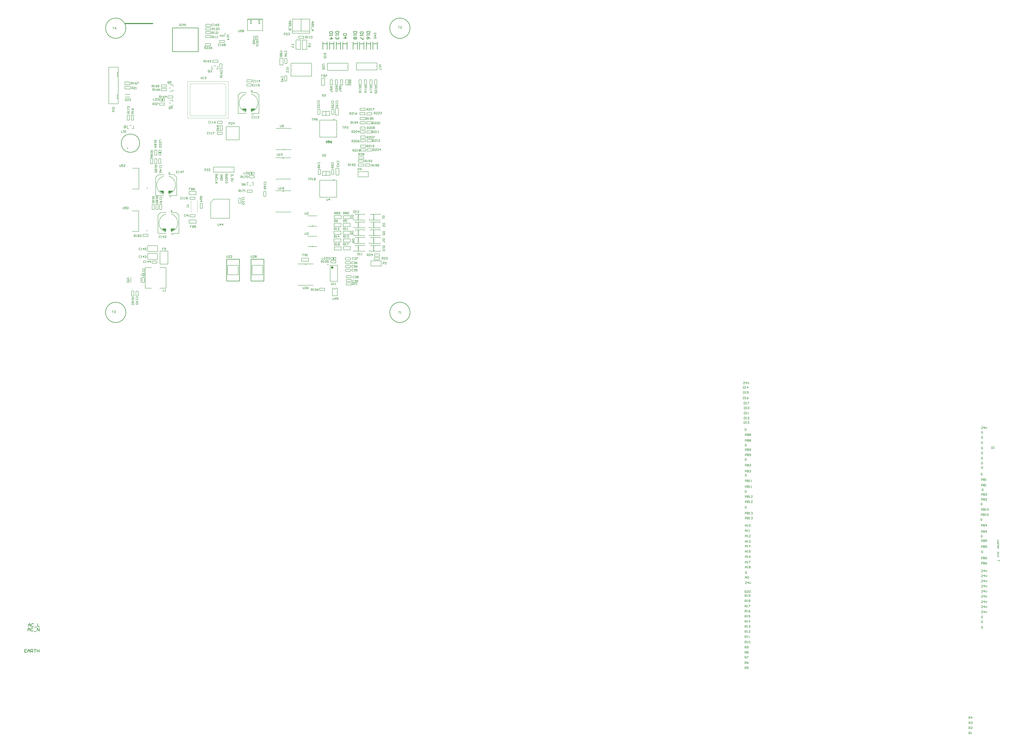
<source format=gto>
G04*
G04 #@! TF.GenerationSoftware,Altium Limited,Altium Designer,23.10.1 (27)*
G04*
G04 Layer_Color=65535*
%FSLAX25Y25*%
%MOIN*%
G70*
G04*
G04 #@! TF.SameCoordinates,C39A602E-4AF5-4C04-9668-1E5429A84749*
G04*
G04*
G04 #@! TF.FilePolarity,Positive*
G04*
G01*
G75*
%ADD10C,0.01000*%
%ADD11C,0.00787*%
%ADD12C,0.00984*%
%ADD13C,0.02362*%
%ADD14C,0.00600*%
%ADD15C,0.00500*%
%ADD16C,0.00709*%
%ADD17C,0.00800*%
%ADD18C,0.00493*%
%ADD19C,0.00394*%
%ADD20C,0.02000*%
G36*
X265050Y409750D02*
X263050Y410150D01*
X259200Y412400D01*
X256550Y415050D01*
X265050D01*
Y409750D01*
D02*
G37*
G36*
X280000Y412300D02*
X276400Y410300D01*
X274100Y409700D01*
Y414900D01*
X282600D01*
X280000Y412300D01*
D02*
G37*
G36*
X105140Y250350D02*
X103140Y250750D01*
X99290Y253000D01*
X96640Y255650D01*
X105140D01*
Y250350D01*
D02*
G37*
G36*
X120090Y252900D02*
X116490Y250900D01*
X114190Y250300D01*
Y255500D01*
X122690D01*
X120090Y252900D01*
D02*
G37*
G36*
X109550Y176950D02*
X107550Y177350D01*
X103700Y179600D01*
X101050Y182250D01*
X109550D01*
Y176950D01*
D02*
G37*
G36*
X124500Y179500D02*
X120900Y177500D01*
X118600Y176900D01*
Y182100D01*
X127100D01*
X124500Y179500D01*
D02*
G37*
D10*
X31496Y570866D02*
G03*
X31496Y570866I-19685J0D01*
G01*
Y19685D02*
G03*
X31496Y19685I-19685J0D01*
G01*
X582677Y570866D02*
G03*
X582677Y570866I-19685J0D01*
G01*
Y19685D02*
G03*
X582677Y19685I-19685J0D01*
G01*
X58117Y347832D02*
G03*
X58117Y347832I-17717J0D01*
G01*
X224773Y559935D02*
G03*
X224773Y559935I-583J0D01*
G01*
X451968Y540839D02*
X460432D01*
X451968Y529913D02*
Y544087D01*
X460432Y529913D02*
Y544087D01*
X510568Y540839D02*
X519032D01*
X510568Y529913D02*
Y544087D01*
X519032Y529913D02*
Y544087D01*
X121790Y571635D02*
X171890D01*
X121790Y525535D02*
Y571635D01*
Y525535D02*
X171890D01*
Y571635D01*
X274217Y81370D02*
Y123004D01*
X299118D01*
Y80681D02*
Y123004D01*
X274906Y80681D02*
X299118D01*
X274217Y81370D02*
X274906Y80681D01*
X497768Y540839D02*
X506232D01*
X497768Y529913D02*
Y544087D01*
X506232Y529913D02*
Y544087D01*
X484768Y540839D02*
X493232D01*
X484768Y529913D02*
Y544087D01*
X493232Y529913D02*
Y544087D01*
X471968Y540839D02*
X480432D01*
X471968Y529913D02*
Y544087D01*
X480432Y529913D02*
Y544087D01*
X439268Y540939D02*
X447732D01*
X439268Y530013D02*
Y544187D01*
X447732Y530013D02*
Y544187D01*
X426268Y540839D02*
X434732D01*
X426268Y529913D02*
Y544087D01*
X434732Y529913D02*
Y544087D01*
X413268Y540839D02*
X421732D01*
X413268Y529913D02*
Y544087D01*
X421732Y529913D02*
Y544087D01*
X226717Y81370D02*
Y123004D01*
X251618D01*
Y80681D02*
Y123004D01*
X227406Y80681D02*
X251618D01*
X226717Y81370D02*
X227406Y80681D01*
X459398Y560700D02*
X453400D01*
Y557701D01*
X454400Y556701D01*
X458398D01*
X459398Y557701D01*
Y560700D01*
X453400Y551703D02*
X459398D01*
X456399Y554702D01*
Y550703D01*
X504698Y565000D02*
X498700D01*
Y562001D01*
X499700Y561001D01*
X503698D01*
X504698Y562001D01*
Y565000D01*
X498700Y559002D02*
Y557003D01*
Y558002D01*
X504698D01*
X503698Y559002D01*
X504698Y550005D02*
X503698Y552004D01*
X501699Y554004D01*
X499700D01*
X498700Y553004D01*
Y551005D01*
X499700Y550005D01*
X500699D01*
X501699Y551005D01*
Y554004D01*
X491898Y563900D02*
X485900D01*
Y560901D01*
X486900Y559901D01*
X490898D01*
X491898Y560901D01*
Y563900D01*
X485900Y557902D02*
Y555903D01*
Y556902D01*
X491898D01*
X490898Y557902D01*
X491898Y552904D02*
Y548905D01*
X490898D01*
X486900Y552904D01*
X485900D01*
X479198Y564800D02*
X473200D01*
Y561801D01*
X474200Y560801D01*
X478198D01*
X479198Y561801D01*
Y564800D01*
X473200Y558802D02*
Y556803D01*
Y557802D01*
X479198D01*
X478198Y558802D01*
Y553804D02*
X479198Y552804D01*
Y550805D01*
X478198Y549805D01*
X477199D01*
X476199Y550805D01*
X475199Y549805D01*
X474200D01*
X473200Y550805D01*
Y552804D01*
X474200Y553804D01*
X475199D01*
X476199Y552804D01*
X477199Y553804D01*
X478198D01*
X476199Y552804D02*
Y550805D01*
X444498Y564800D02*
X438500D01*
Y561801D01*
X439500Y560801D01*
X443498D01*
X444498Y561801D01*
Y564800D01*
X438500Y558802D02*
Y556803D01*
Y557802D01*
X444498D01*
X443498Y558802D01*
Y553804D02*
X444498Y552804D01*
Y550805D01*
X443498Y549805D01*
X442499D01*
X441499Y550805D01*
Y551804D01*
Y550805D01*
X440499Y549805D01*
X439500D01*
X438500Y550805D01*
Y552804D01*
X439500Y553804D01*
X432298Y564200D02*
X426300D01*
Y561201D01*
X427300Y560201D01*
X431298D01*
X432298Y561201D01*
Y564200D01*
X426300Y558202D02*
Y556203D01*
Y557202D01*
X432298D01*
X431298Y558202D01*
X426300Y550205D02*
X432298D01*
X429299Y553204D01*
Y549205D01*
X-157600Y-589700D02*
Y-585701D01*
X-155601Y-583702D01*
X-153601Y-585701D01*
Y-589700D01*
Y-586701D01*
X-157600D01*
X-147603Y-584702D02*
X-148603Y-583702D01*
X-150602D01*
X-151602Y-584702D01*
Y-588700D01*
X-150602Y-589700D01*
X-148603D01*
X-147603Y-588700D01*
X-145604Y-590700D02*
X-141605D01*
X-139606Y-583702D02*
Y-589700D01*
X-135607D01*
X-158500Y-598400D02*
Y-594401D01*
X-156501Y-592402D01*
X-154501Y-594401D01*
Y-598400D01*
Y-595401D01*
X-158500D01*
X-148503Y-593402D02*
X-149503Y-592402D01*
X-151502D01*
X-152502Y-593402D01*
Y-597400D01*
X-151502Y-598400D01*
X-149503D01*
X-148503Y-597400D01*
X-146504Y-599400D02*
X-142505D01*
X-140506Y-598400D02*
Y-592402D01*
X-136507Y-598400D01*
Y-592402D01*
X-160801Y-633602D02*
X-164800D01*
Y-639600D01*
X-160801D01*
X-164800Y-636601D02*
X-162801D01*
X-158802Y-639600D02*
Y-635601D01*
X-156803Y-633602D01*
X-154803Y-635601D01*
Y-639600D01*
Y-636601D01*
X-158802D01*
X-152804Y-639600D02*
Y-633602D01*
X-149805D01*
X-148805Y-634602D01*
Y-636601D01*
X-149805Y-637601D01*
X-152804D01*
X-150804D02*
X-148805Y-639600D01*
X-146806Y-633602D02*
X-142807D01*
X-144807D01*
Y-639600D01*
X-140808Y-633602D02*
Y-639600D01*
Y-636601D01*
X-136809D01*
Y-633602D01*
Y-639600D01*
D11*
X351690Y489135D02*
G03*
X351690Y491635I0J1250D01*
G01*
X297770Y588749D02*
G03*
X296589Y587568I0J-1181D01*
G01*
X267455D02*
G03*
X266274Y588749I-1181J0D01*
G01*
X276310Y101014D02*
G03*
X276310Y102294I0J640D01*
G01*
X435157Y66289D02*
G03*
X438887Y66500I1863J133D01*
G01*
X228810Y101014D02*
G03*
X228810Y102294I0J640D01*
G01*
X351690Y477924D02*
X391690D01*
Y502846D01*
X351690D02*
X391690D01*
X351690Y491635D02*
Y502846D01*
Y477924D02*
Y489135D01*
X427800Y80046D02*
Y110754D01*
X441973Y80046D02*
Y110754D01*
X427800D02*
X441973D01*
X427800Y80046D02*
X441973D01*
X267455Y587568D02*
X296589D01*
X272967Y579497D02*
Y586190D01*
Y579497D02*
X274936D01*
Y586190D01*
X272967D02*
X274936D01*
X289109Y579497D02*
Y586190D01*
Y579497D02*
X291077D01*
Y586190D01*
X289109D02*
X291077D01*
X267455Y566111D02*
X296589D01*
Y587765D01*
X267455Y566111D02*
Y587765D01*
X295014Y587568D02*
Y588946D01*
X269030D02*
X295014D01*
X269030Y587568D02*
Y588946D01*
X526600Y109700D02*
Y119700D01*
X506600Y109700D02*
X526600D01*
X506600D02*
Y119700D01*
X526600D01*
X501800Y282500D02*
Y292500D01*
X481800Y282500D02*
X501800D01*
X481800D02*
Y292500D01*
X501800D01*
X241400Y291700D02*
Y301700D01*
X201400Y291700D02*
X241400D01*
X201400Y301700D02*
X241400D01*
X201400Y291700D02*
Y301700D01*
X276310Y92540D02*
X296783D01*
Y110769D01*
X276310D02*
X296783D01*
X276310Y102294D02*
Y110769D01*
Y92540D02*
Y101015D01*
X431987Y52000D02*
X441987D01*
X441887Y51900D02*
Y66500D01*
X431987Y52000D02*
Y66500D01*
X434946D01*
X438887D02*
X441887D01*
X60632Y77306D02*
Y87739D01*
X40947Y77306D02*
Y87739D01*
X44543Y258974D02*
X56890D01*
Y299132D01*
X44543D02*
X56890D01*
X410022Y389848D02*
X410120D01*
Y389947D01*
Y362191D02*
Y362289D01*
X410022D02*
X410120D01*
X437679D02*
X437778D01*
X437679Y362191D02*
Y362289D01*
Y389848D02*
Y389947D01*
Y389848D02*
X437778D01*
X407400Y392568D02*
X440400D01*
X407400Y359569D02*
X440400D01*
Y392568D01*
X407400Y359569D02*
Y392568D01*
X476485Y138292D02*
X494595D01*
X476485Y149709D02*
X494595D01*
Y138292D02*
Y139473D01*
Y148528D02*
Y149709D01*
X476485Y148528D02*
Y149709D01*
X482040Y138500D02*
Y149500D01*
X476485Y138292D02*
Y139473D01*
X482540Y138500D02*
Y149500D01*
X476485Y153354D02*
X494595D01*
X476485Y164771D02*
X494595D01*
Y153354D02*
Y154535D01*
Y163590D02*
Y164771D01*
X476485Y163590D02*
Y164771D01*
X482040Y153563D02*
Y164563D01*
X476485Y153354D02*
Y154535D01*
X482540Y153563D02*
Y164563D01*
X476485Y168417D02*
X494595D01*
X476485Y179834D02*
X494595D01*
Y168417D02*
Y169598D01*
Y178653D02*
Y179834D01*
X476485Y178653D02*
Y179834D01*
X482040Y168625D02*
Y179625D01*
X476485Y168417D02*
Y169598D01*
X482540Y168625D02*
Y179625D01*
X476485Y183479D02*
X494595D01*
X476485Y194896D02*
X494595D01*
Y183479D02*
Y184660D01*
Y193715D02*
Y194896D01*
X476485Y193715D02*
Y194896D01*
X482040Y183688D02*
Y194688D01*
X476485Y183479D02*
Y184660D01*
X482540Y183688D02*
Y194688D01*
X512540Y198750D02*
Y209750D01*
X506485Y198541D02*
Y199723D01*
X512040Y198750D02*
Y209750D01*
X506485Y208778D02*
Y209959D01*
X524595Y208778D02*
Y209959D01*
Y198541D02*
Y199723D01*
X506485Y209959D02*
X524595D01*
X506485Y198541D02*
X524595D01*
X506485Y183479D02*
X524595D01*
X506485Y194896D02*
X524595D01*
Y183479D02*
Y184660D01*
Y193715D02*
Y194896D01*
X506485Y193715D02*
Y194896D01*
X512040Y183688D02*
Y194688D01*
X506485Y183479D02*
Y184660D01*
X512540Y183688D02*
Y194688D01*
X506485Y168417D02*
X524595D01*
X506485Y179834D02*
X524595D01*
Y168417D02*
Y169598D01*
Y178653D02*
Y179834D01*
X506485Y178653D02*
Y179834D01*
X512040Y168625D02*
Y179625D01*
X506485Y168417D02*
Y169598D01*
X512540Y168625D02*
Y179625D01*
X506485Y153354D02*
X524595D01*
X506485Y164771D02*
X524595D01*
Y153354D02*
Y154535D01*
Y163590D02*
Y164771D01*
X506485Y163590D02*
Y164771D01*
X512040Y153563D02*
Y164563D01*
X506485Y153354D02*
Y154535D01*
X512540Y153563D02*
Y164563D01*
X506485Y138292D02*
X524595D01*
X506485Y149709D02*
X524595D01*
Y138292D02*
Y139473D01*
Y148528D02*
Y149709D01*
X506485Y148528D02*
Y149709D01*
X512040Y138500D02*
Y149500D01*
X506485Y138292D02*
Y139473D01*
X512540Y138500D02*
Y149500D01*
X482540Y198750D02*
Y209750D01*
X476485Y198541D02*
Y199723D01*
X482040Y198750D02*
Y209750D01*
X476485Y208778D02*
Y209959D01*
X494595Y208778D02*
Y209959D01*
Y198541D02*
Y199723D01*
X476485Y209959D02*
X494595D01*
X476485Y198541D02*
X494595D01*
X409880Y273080D02*
X409979D01*
Y273178D01*
Y245422D02*
Y245520D01*
X409880D02*
X409979D01*
X437538D02*
X437636D01*
X437538Y245422D02*
Y245520D01*
Y273080D02*
Y273178D01*
Y273080D02*
X437636D01*
X407258Y275800D02*
X440258D01*
X407258Y242800D02*
X440258D01*
Y275800D01*
X407258Y242800D02*
Y275800D01*
X228810Y92540D02*
X249283D01*
Y110769D01*
X228810D02*
X249283D01*
X228810Y102294D02*
Y110769D01*
Y92540D02*
Y101015D01*
X44043Y176474D02*
X56390D01*
Y216632D01*
X44043D02*
X56390D01*
D12*
X423863Y112526D02*
G03*
X423863Y112526I-492J0D01*
G01*
X62128Y92759D02*
G03*
X62128Y92759I-492J0D01*
G01*
X73382Y260565D02*
G03*
X73382Y260565I-492J0D01*
G01*
X435219Y393785D02*
G03*
X435219Y393785I-492J0D01*
G01*
X474418Y138882D02*
G03*
X474418Y138882I-492J0D01*
G01*
Y153945D02*
G03*
X474418Y153945I-492J0D01*
G01*
Y169007D02*
G03*
X474418Y169007I-492J0D01*
G01*
Y184070D02*
G03*
X474418Y184070I-492J0D01*
G01*
X504418Y199132D02*
G03*
X504418Y199132I-492J0D01*
G01*
Y184070D02*
G03*
X504418Y184070I-492J0D01*
G01*
Y169007D02*
G03*
X504418Y169007I-492J0D01*
G01*
Y153945D02*
G03*
X504418Y153945I-492J0D01*
G01*
Y138882D02*
G03*
X504418Y138882I-492J0D01*
G01*
X474418Y199132D02*
G03*
X474418Y199132I-492J0D01*
G01*
X435077Y277017D02*
G03*
X435077Y277017I-492J0D01*
G01*
X72882Y178065D02*
G03*
X72882Y178065I-492J0D01*
G01*
D13*
X432918Y106817D02*
G03*
X432918Y106817I-1181J0D01*
G01*
D14*
X378987Y113650D02*
G03*
X381387Y113650I1200J0D01*
G01*
X394390Y147217D02*
G03*
X391990Y147217I-1200J0D01*
G01*
X335690Y319450D02*
G03*
X338090Y319450I1200J0D01*
G01*
X335690Y255450D02*
G03*
X338090Y255450I1200J0D01*
G01*
X394390Y186717D02*
G03*
X391990Y186717I-1200J0D01*
G01*
X338590Y335150D02*
G03*
X336190Y335150I-1200J0D01*
G01*
X365237Y113650D02*
X395137D01*
X365237Y72350D02*
X395137D01*
X384340Y167317D02*
X402040D01*
X384340Y147217D02*
X402040D01*
X321940Y278150D02*
X351840D01*
X321940Y319450D02*
X351840D01*
X321940Y214150D02*
X351840D01*
X321940Y255450D02*
X351840D01*
X384340Y206817D02*
X402040D01*
X384340Y186717D02*
X402040D01*
X322440Y335150D02*
X352340D01*
X322440Y376450D02*
X352340D01*
D15*
X104452Y283485D02*
G03*
X104690Y249000I4556J-17212D01*
G01*
X114690Y249500D02*
G03*
X115157Y283793I-4556J17212D01*
G01*
X119100Y176100D02*
G03*
X119568Y210393I-4556J17212D01*
G01*
X108862Y210085D02*
G03*
X109100Y175600I4556J-17212D01*
G01*
X264362Y442885D02*
G03*
X264600Y408400I4556J-17212D01*
G01*
X274600Y408900D02*
G03*
X275068Y443193I-4556J17212D01*
G01*
X339424Y469513D02*
Y477781D01*
X340212Y468726D02*
X342968D01*
X340212Y478569D02*
X342968D01*
X343755Y469513D02*
Y477781D01*
X342968Y478569D02*
X343755Y477781D01*
X339424D02*
X340212Y478569D01*
X339424Y469513D02*
X340212Y468726D01*
X342968D02*
X343755Y469513D01*
X344155Y503119D02*
Y511387D01*
X340612Y512174D02*
X343368D01*
X340612Y502331D02*
X343368D01*
X339824Y503119D02*
Y511387D01*
Y503119D02*
X340612Y502331D01*
X343368D02*
X344155Y503119D01*
X343368Y512174D02*
X344155Y511387D01*
X339824D02*
X340612Y512174D01*
X361259Y529844D02*
X369920D01*
X361259Y548151D02*
X369920D01*
Y529844D02*
Y548151D01*
X361259Y529844D02*
Y548151D01*
X373659Y529644D02*
Y547951D01*
X382320Y529644D02*
Y547951D01*
X373659D02*
X382320D01*
X373659Y529644D02*
X382320D01*
X410750Y460370D02*
X417050D01*
X410750Y473756D02*
X417050D01*
X410750Y461354D02*
X410750D01*
X417050Y460370D02*
Y473756D01*
X410750Y460370D02*
Y473756D01*
X330040Y499470D02*
Y512856D01*
X336339Y499470D02*
Y512856D01*
X330040Y500454D02*
X330040D01*
X330040Y512856D02*
X336339D01*
X330040Y499470D02*
X336339D01*
X354479Y565120D02*
X388101D01*
X354479Y561183D02*
X388101D01*
X354479Y588742D02*
X388101D01*
X354479Y561183D02*
Y588742D01*
X388101Y561183D02*
Y588742D01*
X371290Y565120D02*
Y588742D01*
X366721Y555265D02*
X376564D01*
X366721Y550935D02*
X376564D01*
X366721D02*
Y555265D01*
X376564Y550935D02*
Y555265D01*
X14800Y441790D02*
X16600D01*
Y433916D02*
Y441790D01*
X14800Y433916D02*
X16600D01*
X14800D02*
Y441790D01*
X15087Y477290D02*
X16887D01*
X15087D02*
Y485164D01*
X16887D01*
X-1617Y424298D02*
X16887D01*
X-1491Y495164D02*
X16887D01*
X-1617Y424298D02*
Y495164D01*
X16887Y424298D02*
Y495164D01*
X73845Y138676D02*
Y148125D01*
X92939Y138676D02*
Y148125D01*
X73845D02*
X75026Y149306D01*
X73845Y138676D02*
X75026Y137495D01*
X91758D02*
X92939Y138676D01*
X91758Y149306D02*
X92939Y148125D01*
X75026Y137495D02*
X91758D01*
X75026Y149306D02*
X91758D01*
X444050Y403297D02*
Y414714D01*
X438735Y415698D02*
X443065D01*
X437750Y403297D02*
Y414714D01*
X438735Y402313D02*
X443065D01*
X437750Y403297D02*
X438735Y402313D01*
X443065D02*
X444050Y403297D01*
X437750Y414714D02*
X438735Y415698D01*
X444050Y414714D02*
X444050D01*
X443065Y415698D02*
X444050Y414714D01*
X186326Y574957D02*
X187113Y574169D01*
X186326Y577713D02*
X187113Y578500D01*
X195381D02*
X196168Y577713D01*
X195381Y574169D02*
X196168Y574957D01*
X187113Y574169D02*
X195381D01*
X196168Y574957D02*
Y577713D01*
X186326Y574957D02*
Y577713D01*
X187113Y578500D02*
X195381D01*
X94465Y286500D02*
X105690D01*
X129965Y246224D02*
Y281725D01*
X124914Y286776D02*
X129965Y281725D01*
X114690Y286776D02*
X124914D01*
X114465Y246224D02*
X129965D01*
X89414D02*
X104914D01*
X89465Y281500D02*
X94465Y286500D01*
X89414Y246224D02*
Y281500D01*
X113690Y289500D02*
X117690D01*
X115690Y287500D02*
Y291500D01*
Y244000D02*
X119690D01*
X97613Y138676D02*
X112967D01*
X97613Y113086D02*
X112967D01*
X97613D02*
Y138676D01*
X112967Y113086D02*
Y138676D01*
X97132Y66523D02*
X109290D01*
X97132Y106680D02*
X109290D01*
X69132D02*
X81290D01*
X109290Y66523D02*
Y106680D01*
X69132Y66523D02*
X81290D01*
X69132D02*
Y106680D01*
X96826Y430479D02*
X97613Y429691D01*
X101255Y431857D02*
X102633D01*
X101255D02*
X102633Y433235D01*
X101255Y431857D02*
X102633Y430479D01*
Y433235D01*
X101255Y430479D02*
Y433235D01*
X96826Y433235D02*
X97613Y434022D01*
X97613Y429691D02*
X106668D01*
X96826Y430479D02*
Y433235D01*
X97613Y434022D02*
X106668D01*
Y429691D02*
Y434022D01*
X429013Y122722D02*
X429800Y121935D01*
X433442Y124100D02*
X434820D01*
X433442D02*
X434820Y125478D01*
X433442Y124100D02*
X434820Y122722D01*
Y125478D01*
X433442Y122722D02*
Y125478D01*
X429013Y125478D02*
X429800Y126265D01*
X429800Y121935D02*
X438855D01*
X429013Y122722D02*
Y125478D01*
X429800Y126265D02*
X438855D01*
Y121935D02*
Y126265D01*
X225915Y379852D02*
X251505D01*
X225915Y354261D02*
Y379852D01*
Y354261D02*
X251505D01*
Y379852D01*
X284425Y548525D02*
X287575D01*
X284425Y555612D02*
X287575D01*
Y548525D02*
Y555612D01*
X284425Y548525D02*
Y555612D01*
X435714Y201282D02*
X449100D01*
X435714Y207581D02*
X449100D01*
X448116Y201282D02*
Y201282D01*
X435714Y201282D02*
Y207581D01*
X449100Y201282D02*
Y207581D01*
X195674Y536669D02*
Y541000D01*
X185831Y536669D02*
Y541000D01*
Y536669D02*
X195674D01*
X185831Y541000D02*
X195674D01*
X196130Y233059D02*
X202173Y239102D01*
X232862D01*
Y202370D02*
Y239102D01*
X196130Y202370D02*
X232862D01*
X196130Y202370D02*
Y233059D01*
X30732Y437231D02*
X39000Y437232D01*
Y437990D01*
X30732Y437231D02*
Y437990D01*
Y442547D02*
X39000D01*
Y441790D02*
Y442547D01*
X30732Y441790D02*
Y442547D01*
X29500Y466500D02*
X39900D01*
Y461100D02*
Y466500D01*
X29500Y461100D02*
X39900D01*
X29500D02*
Y466500D01*
X486026Y375035D02*
Y379365D01*
X495868Y375035D02*
Y379365D01*
X486026D02*
X495868D01*
X486026Y375035D02*
X495868D01*
X266766Y265700D02*
Y271999D01*
X278577Y265700D02*
Y271999D01*
X270900Y265700D02*
X274443D01*
X266766Y271999D02*
X269719D01*
X275624D02*
X278577D01*
X458300Y125565D02*
X466568D01*
X457513Y122022D02*
Y124778D01*
X467355Y122022D02*
Y124778D01*
X458300Y121235D02*
X466568D01*
X467355Y122022D01*
X466568Y125565D02*
X467355Y124778D01*
X457513D02*
X458300Y125565D01*
X457513Y122022D02*
X458300Y121235D01*
Y118232D02*
X466568D01*
X457513Y114689D02*
Y117445D01*
X467355Y114689D02*
Y117445D01*
X458300Y113901D02*
X466568D01*
X467355Y114689D01*
X466568Y118232D02*
X467355Y117445D01*
X457513D02*
X458300Y118232D01*
X457513Y114689D02*
X458300Y113901D01*
Y106568D02*
X466568D01*
X467355Y107355D02*
Y110111D01*
X457513Y107355D02*
Y110111D01*
X458300Y110899D02*
X466568D01*
X457513Y110111D02*
X458300Y110899D01*
X457513Y107355D02*
X458300Y106568D01*
X466568D02*
X467355Y107355D01*
X466568Y110899D02*
X467355Y110111D01*
X458300Y99235D02*
X466568D01*
X467355Y100022D02*
Y102778D01*
X457513Y100022D02*
Y102778D01*
X458300Y103565D02*
X466568D01*
X457513Y102778D02*
X458300Y103565D01*
X457513Y100022D02*
X458300Y99235D01*
X466568D02*
X467355Y100022D01*
X466568Y103565D02*
X467355Y102778D01*
X459705Y86735D02*
X467973D01*
X468761Y87522D02*
Y90278D01*
X458918Y87522D02*
Y90278D01*
X459705Y91065D02*
X467973D01*
X458918Y90278D02*
X459705Y91065D01*
X458918Y87522D02*
X459705Y86735D01*
X467973D02*
X468761Y87522D01*
X467973Y91065D02*
X468761Y90278D01*
X459705Y79235D02*
X467973D01*
X468761Y80022D02*
Y82778D01*
X458918Y80022D02*
Y82778D01*
X459705Y83565D02*
X467973D01*
X458918Y82778D02*
X459705Y83565D01*
X458918Y80022D02*
X459705Y79235D01*
X467973D02*
X468761Y80022D01*
X467973Y83565D02*
X468761Y82778D01*
X458918Y77065D02*
X468761D01*
X458918Y72735D02*
X468761D01*
X458918D02*
Y77065D01*
X468761Y72735D02*
Y77065D01*
X407223Y62235D02*
X417065D01*
X407223Y66565D02*
X417065D01*
Y62235D02*
Y66565D01*
X407223Y62235D02*
Y66565D01*
X429013Y119765D02*
X438855D01*
X429013Y115435D02*
X438855D01*
X429013D02*
Y119765D01*
X438855Y115435D02*
Y119765D01*
X270598Y280609D02*
X280440D01*
X270598Y284939D02*
X280440D01*
Y280609D02*
Y284939D01*
X270598Y280609D02*
Y284939D01*
X266726Y252635D02*
X276569D01*
X266726Y256965D02*
X276569D01*
Y252635D02*
Y256965D01*
X266726Y252635D02*
Y256965D01*
X250435Y232213D02*
Y240481D01*
X251222Y231426D02*
X253978D01*
X251222Y241268D02*
X253978D01*
X254765Y232213D02*
Y240481D01*
X253978Y241268D02*
X254765Y240481D01*
X250435D02*
X251222Y241268D01*
X250435Y232213D02*
X251222Y231426D01*
X253978D02*
X254765Y232213D01*
X156719Y238935D02*
X164987D01*
X165774Y239722D02*
Y242478D01*
X155931Y239722D02*
Y242478D01*
X156719Y243265D02*
X164987D01*
X155931Y242478D02*
X156719Y243265D01*
X155931Y239722D02*
X156719Y238935D01*
X164987D02*
X165774Y239722D01*
X164987Y243265D02*
X165774Y242478D01*
X175724Y221532D02*
Y231374D01*
X180055Y221532D02*
Y231374D01*
X175724Y221532D02*
X180055D01*
X175724Y231374D02*
X180055D01*
X167630Y192650D02*
Y198950D01*
X154244Y192650D02*
Y198950D01*
X166646Y192650D02*
Y192650D01*
X154244Y198950D02*
X167630D01*
X154244Y192650D02*
X167630D01*
X209424Y369222D02*
X217691D01*
X208636Y365679D02*
Y368435D01*
X218479Y365679D02*
Y368435D01*
X209424Y364891D02*
X217691D01*
X218479Y365679D01*
X217691Y369222D02*
X218479Y368435D01*
X208636D02*
X209424Y369222D01*
X208636Y365679D02*
X209424Y364891D01*
X218665Y372183D02*
Y382025D01*
X214335Y372183D02*
Y382025D01*
X218665D01*
X214335Y372183D02*
X218665D01*
X209513Y390722D02*
X217781D01*
X208726Y387179D02*
Y389935D01*
X218568Y387179D02*
Y389935D01*
X209513Y386391D02*
X217781D01*
X218568Y387179D01*
X217781Y390722D02*
X218568Y389935D01*
X208726D02*
X209513Y390722D01*
X208726Y387179D02*
X209513Y386391D01*
X266866Y470900D02*
X275134D01*
X266079Y467357D02*
Y470113D01*
X275921Y467357D02*
Y470113D01*
X266866Y466569D02*
X275134D01*
X275921Y467357D01*
X275134Y470900D02*
X275921Y470113D01*
X266079D02*
X266866Y470900D01*
X266079Y467357D02*
X266866Y466569D01*
Y462900D02*
X275134D01*
X266079Y459357D02*
Y462113D01*
X275921Y459357D02*
Y462113D01*
X266866Y458569D02*
X275134D01*
X275921Y459357D01*
X275134Y462900D02*
X275921Y462113D01*
X266079D02*
X266866Y462900D01*
X266079Y459357D02*
X266866Y458569D01*
X112826Y435191D02*
X122669D01*
X112826Y439522D02*
X122669D01*
Y435191D02*
Y439522D01*
X112826Y435191D02*
Y439522D01*
X122878Y419414D02*
Y422367D01*
Y428272D02*
Y431225D01*
X116579Y423548D02*
Y427091D01*
Y419414D02*
X122878D01*
X116579Y431225D02*
X122878D01*
X96732Y426022D02*
X106574D01*
X96732Y421691D02*
X106574D01*
X96732D02*
Y426022D01*
X106574Y421691D02*
Y426022D01*
X100232Y454022D02*
X110074D01*
X100232Y449691D02*
X110074D01*
X100232D02*
Y454022D01*
X110074Y449691D02*
Y454022D01*
X100232Y461022D02*
X110074D01*
X100232Y456691D02*
X110074D01*
X100232D02*
Y461022D01*
X110074Y456691D02*
Y461022D01*
X198289Y491567D02*
X201242D01*
X207147D02*
X210100D01*
X202423Y497866D02*
X205966D01*
X198289Y491567D02*
Y497866D01*
X210100Y491567D02*
Y497866D01*
X200163Y509000D02*
X210005D01*
X200163Y504669D02*
X210005D01*
X200163D02*
Y509000D01*
X210005Y504669D02*
Y509000D01*
X213735Y491931D02*
Y501774D01*
X218065Y491931D02*
Y501774D01*
X213735Y491931D02*
X218065D01*
X213735Y501774D02*
X218065D01*
X213819Y542769D02*
X222087D01*
X222874Y543557D02*
Y546313D01*
X213032Y543557D02*
Y546313D01*
X213819Y547100D02*
X222087D01*
X213032Y546313D02*
X213819Y547100D01*
X213032Y543557D02*
X213819Y542769D01*
X222087D02*
X222874Y543557D01*
X222087Y547100D02*
X222874Y546313D01*
X29600Y452790D02*
Y458190D01*
Y452790D02*
X40000D01*
Y458190D01*
X29600D02*
X40000D01*
X94924Y308913D02*
Y317181D01*
X95712Y308126D02*
X98468D01*
X95712Y317969D02*
X98468D01*
X99255Y308913D02*
Y317181D01*
X98468Y317969D02*
X99255Y317181D01*
X94924D02*
X95712Y317969D01*
X94924Y308913D02*
X95712Y308126D01*
X98468D02*
X99255Y308913D01*
X91855Y307826D02*
Y317669D01*
X87524Y307826D02*
Y317669D01*
X91855D01*
X87524Y307826D02*
X91855D01*
X83790Y307926D02*
Y317769D01*
X79459Y307926D02*
Y317769D01*
X83790D01*
X79459Y307926D02*
X83790D01*
X91643Y324593D02*
Y334435D01*
X87313Y324593D02*
Y334435D01*
X91643D01*
X87313Y324593D02*
X91643D01*
X96824Y220019D02*
Y228287D01*
X97612Y219232D02*
X100368D01*
X97612Y229074D02*
X100368D01*
X101155Y220019D02*
Y228287D01*
X100368Y229074D02*
X101155Y228287D01*
X96824D02*
X97612Y229074D01*
X96824Y220019D02*
X97612Y219232D01*
X100368D02*
X101155Y220019D01*
X94155Y219232D02*
Y229074D01*
X89824Y219232D02*
Y229074D01*
X94155D01*
X89824Y219232D02*
X94155D01*
X86655D02*
Y229074D01*
X82324Y219232D02*
Y229074D01*
X86655D01*
X82324Y219232D02*
X86655D01*
X120100Y170600D02*
X124100D01*
X120100Y214100D02*
Y218100D01*
X118100Y216100D02*
X122100D01*
X93824Y172824D02*
Y208100D01*
X93876D02*
X98876Y213100D01*
X93824Y172824D02*
X109324D01*
X118876D02*
X134376D01*
X119100Y213376D02*
X129324D01*
X134376Y208324D01*
Y172824D02*
Y208324D01*
X98876Y213100D02*
X110100D01*
X64621Y171365D02*
X74464D01*
X64621Y167035D02*
X74464D01*
X64621D02*
Y171365D01*
X74464Y167035D02*
Y171365D01*
X82713Y119165D02*
X90981D01*
X81926Y115622D02*
Y118378D01*
X91768Y115622D02*
Y118378D01*
X82713Y114835D02*
X90981D01*
X91768Y115622D01*
X90981Y119165D02*
X91768Y118378D01*
X81926D02*
X82713Y119165D01*
X81926Y115622D02*
X82713Y114835D01*
X67355Y78519D02*
Y86787D01*
X63812Y87574D02*
X66568D01*
X63812Y77732D02*
X66568D01*
X63024Y78519D02*
Y86787D01*
Y78519D02*
X63812Y77732D01*
X66568D02*
X67355Y78519D01*
X66568Y87574D02*
X67355Y86787D01*
X63024D02*
X63812Y87574D01*
X55355Y52019D02*
Y60287D01*
X51812Y61074D02*
X54568D01*
X51812Y51232D02*
X54568D01*
X51024Y52019D02*
Y60287D01*
Y52019D02*
X51812Y51232D01*
X54568D02*
X55355Y52019D01*
X54568Y61074D02*
X55355Y60287D01*
X51024D02*
X51812Y61074D01*
X42802Y51332D02*
Y61174D01*
X47132Y51332D02*
Y61174D01*
X42802Y51332D02*
X47132D01*
X42802Y61174D02*
X47132D01*
X34235Y392531D02*
Y402374D01*
X38565Y392531D02*
Y402374D01*
X34235Y392531D02*
X38565D01*
X34235Y402374D02*
X38565D01*
X186316Y557000D02*
X196158D01*
X186316Y552669D02*
X196158D01*
X186316D02*
Y557000D01*
X196158Y552669D02*
Y557000D01*
X186316Y571500D02*
X196158D01*
X186316Y567169D02*
X196158D01*
X186316D02*
Y571500D01*
X196158Y567169D02*
Y571500D01*
X186316Y564500D02*
X196158D01*
X186316Y560169D02*
X196158D01*
X186316D02*
Y564500D01*
X196158Y560169D02*
Y564500D01*
X167630Y247850D02*
Y254150D01*
X154244Y247850D02*
Y254150D01*
X166646Y247850D02*
Y247850D01*
X154244Y254150D02*
X167630D01*
X154244Y247850D02*
X167630D01*
X122968Y449014D02*
Y451967D01*
Y457872D02*
Y460825D01*
X116668Y453148D02*
Y456691D01*
Y449014D02*
X122968D01*
X116668Y460825D02*
X122968D01*
X466670Y201100D02*
Y207400D01*
X453284Y201100D02*
Y207400D01*
X465686Y201100D02*
Y201100D01*
X453284Y207400D02*
X466670D01*
X453284Y201100D02*
X466670D01*
X448726Y186182D02*
Y192481D01*
X435340Y186182D02*
Y192481D01*
X447742Y186182D02*
Y186182D01*
X435340Y192481D02*
X448726D01*
X435340Y186182D02*
X448726D01*
X466570Y186138D02*
Y192437D01*
X453184Y186138D02*
Y192437D01*
X465586Y186138D02*
Y186138D01*
X453184Y192437D02*
X466570D01*
X453184Y186138D02*
X466570D01*
X448626Y170782D02*
Y177081D01*
X435240Y170782D02*
Y177081D01*
X447642Y170782D02*
Y170782D01*
X435240Y177081D02*
X448626D01*
X435240Y170782D02*
X448626D01*
X466670Y170975D02*
Y177275D01*
X453284Y170975D02*
Y177275D01*
X465686Y170975D02*
Y170976D01*
X453284Y177275D02*
X466670D01*
X453284Y170975D02*
X466670D01*
X448426Y155982D02*
Y162281D01*
X435040Y155982D02*
Y162281D01*
X447442Y155982D02*
Y155982D01*
X435040Y162281D02*
X448426D01*
X435040Y155982D02*
X448426D01*
X466670Y155913D02*
Y162212D01*
X453284Y155913D02*
Y162212D01*
X465686Y155913D02*
Y155913D01*
X453284Y162212D02*
X466670D01*
X453284Y155913D02*
X466670D01*
X449000Y140582D02*
Y146881D01*
X435614Y140582D02*
Y146881D01*
X448016Y140582D02*
Y140582D01*
X435614Y146881D02*
X449000D01*
X435614Y140582D02*
X449000D01*
X466670Y140851D02*
Y147150D01*
X453284Y140851D02*
Y147150D01*
X465686Y140851D02*
Y140851D01*
X453284Y147150D02*
X466670D01*
X453284Y140851D02*
X466670D01*
X408924Y288119D02*
Y296387D01*
X405380Y297174D02*
X408136D01*
X405380Y287332D02*
X408136D01*
X404593Y288119D02*
Y296387D01*
Y288119D02*
X405380Y287332D01*
X408136D02*
X408924Y288119D01*
X408136Y297174D02*
X408924Y296387D01*
X404593D02*
X405380Y297174D01*
X434665Y288019D02*
Y296287D01*
X431122Y297074D02*
X433878D01*
X431122Y287232D02*
X433878D01*
X430335Y288019D02*
Y296287D01*
Y288019D02*
X431122Y287232D01*
X433878D02*
X434665Y288019D01*
X433878Y297074D02*
X434665Y296287D01*
X430335D02*
X431122Y297074D01*
X443924Y299430D02*
X444908Y298446D01*
X444908D01*
X438609D02*
X439593Y299430D01*
X443924Y286044D02*
X444908Y287028D01*
X438609Y287028D02*
X439593Y286044D01*
X443924D01*
X438609Y287028D02*
Y298446D01*
X439593Y299430D02*
X443924D01*
X444908Y287028D02*
Y298446D01*
X498531Y385135D02*
X508374D01*
X498531Y389465D02*
X508374D01*
Y385135D02*
Y389465D01*
X498531Y385135D02*
Y389465D01*
X485831Y385235D02*
X495674D01*
X485831Y389565D02*
X495674D01*
Y385235D02*
Y389565D01*
X485831Y385235D02*
Y389565D01*
X485826Y393335D02*
X495669D01*
X485826Y397665D02*
X495669D01*
Y393335D02*
Y397665D01*
X485826Y393335D02*
Y397665D01*
X498726Y367435D02*
X508568D01*
X498726Y371765D02*
X508568D01*
Y367435D02*
Y371765D01*
X498726Y367435D02*
Y371765D01*
X486026Y367435D02*
X495868D01*
X486026Y371765D02*
X495868D01*
Y367435D02*
Y371765D01*
X486026Y367435D02*
Y371765D01*
X435065Y404387D02*
Y412655D01*
X431522Y413443D02*
X434278D01*
X431522Y403600D02*
X434278D01*
X430735Y404387D02*
Y412655D01*
Y404387D02*
X431522Y403600D01*
X434278D02*
X435065Y404387D01*
X434278Y413443D02*
X435065Y412655D01*
X430735D02*
X431522Y413443D01*
X408065Y404387D02*
Y412655D01*
X404522Y413443D02*
X407278D01*
X404522Y403600D02*
X407278D01*
X403735Y404387D02*
Y412655D01*
Y404387D02*
X404522Y403600D01*
X407278D02*
X408065Y404387D01*
X407278Y413443D02*
X408065Y412655D01*
X403735D02*
X404522Y413443D01*
X427724Y461031D02*
Y470874D01*
X432055Y461031D02*
Y470874D01*
X427724Y461031D02*
X432055D01*
X427724Y470874D02*
X432055D01*
X437624Y461031D02*
Y470874D01*
X441955Y461031D02*
Y470874D01*
X437624Y461031D02*
X441955D01*
X437624Y470874D02*
X441955D01*
X447824Y461031D02*
Y470874D01*
X452155Y461031D02*
Y470874D01*
X447824Y461031D02*
X452155D01*
X447824Y470874D02*
X452155D01*
X458024Y461031D02*
Y470874D01*
X462355Y461031D02*
Y470874D01*
X458024Y461031D02*
X462355D01*
X458024Y470874D02*
X462355D01*
X302955Y245519D02*
Y253787D01*
X299412Y254574D02*
X302168D01*
X299412Y244732D02*
X302168D01*
X298624Y245519D02*
Y253787D01*
Y245519D02*
X299412Y244732D01*
X302168D02*
X302955Y245519D01*
X302168Y254574D02*
X302955Y253787D01*
X298624D02*
X299412Y254574D01*
X499526Y332735D02*
X509369D01*
X499526Y337065D02*
X509369D01*
Y332735D02*
Y337065D01*
X499526Y332735D02*
Y337065D01*
X486826Y332635D02*
X496668D01*
X486826Y336965D02*
X496668D01*
Y332635D02*
Y336965D01*
X486826Y332635D02*
Y336965D01*
Y339935D02*
X496668D01*
X486826Y344265D02*
X496668D01*
Y339935D02*
Y344265D01*
X486826Y339935D02*
Y344265D01*
X499326Y350435D02*
X509168D01*
X499326Y354765D02*
X509168D01*
Y350435D02*
Y354765D01*
X499326Y350435D02*
Y354765D01*
X486626Y350435D02*
X496468D01*
X486626Y354765D02*
X496468D01*
Y350435D02*
Y354765D01*
X486626Y350435D02*
Y354765D01*
Y357435D02*
X496468D01*
X486626Y361765D02*
X496468D01*
Y357435D02*
Y361765D01*
X486626Y357435D02*
Y361765D01*
X513631Y128735D02*
Y133065D01*
X523474Y128735D02*
Y133065D01*
X513631D02*
X523474D01*
X513631Y128735D02*
X523474D01*
X523369Y121635D02*
Y125965D01*
X513526Y121635D02*
Y125965D01*
Y121635D02*
X523369D01*
X513526Y125965D02*
X523369D01*
X165187Y209265D02*
X165974Y208478D01*
X165187Y204935D02*
X165974Y205722D01*
X156131D02*
X156919Y204935D01*
X156131Y208478D02*
X156919Y209265D01*
X165187D01*
X156131Y205722D02*
Y208478D01*
X165974Y205722D02*
Y208478D01*
X156919Y204935D02*
X165187D01*
X254376Y445900D02*
X265600D01*
X289876Y405624D02*
Y441124D01*
X284824Y446176D02*
X289876Y441124D01*
X274600Y446176D02*
X284824D01*
X274376Y405624D02*
X289876D01*
X249324D02*
X264824D01*
X249376Y440900D02*
X254376Y445900D01*
X249324Y405624D02*
Y440900D01*
X273600Y448900D02*
X277600D01*
X275600Y446900D02*
Y450900D01*
Y403400D02*
X279600D01*
X73845Y123298D02*
Y132747D01*
X92939Y123298D02*
Y132747D01*
X73845D02*
X75026Y133928D01*
X73845Y123298D02*
X75026Y122117D01*
X91758D02*
X92939Y123298D01*
X91758Y133928D02*
X92939Y132747D01*
X75026Y122117D02*
X91758D01*
X75026Y133928D02*
X91758D01*
X372344Y118750D02*
X385730D01*
X372344Y125050D02*
X385730D01*
X384746Y118750D02*
Y118750D01*
X372344Y118750D02*
Y125050D01*
X385730Y118750D02*
Y125050D01*
X279858Y291739D02*
X280646Y290952D01*
X274838Y289574D02*
X276217D01*
X274838Y288196D02*
X276217Y289574D01*
X274838Y290952D02*
X276217Y289574D01*
X274838Y288196D02*
Y290952D01*
X276217Y288196D02*
Y290952D01*
X279858Y287409D02*
X280646Y288196D01*
X270803Y291739D02*
X279858D01*
X280646Y288196D02*
Y290952D01*
X270803Y287409D02*
X279858D01*
X270803D02*
Y291739D01*
X98978Y324526D02*
X99765Y325313D01*
X97600Y328955D02*
Y330333D01*
X96222D02*
X97600Y328955D01*
X98978Y330333D01*
X96222D02*
X98978D01*
X96222Y328955D02*
X98978D01*
X95435Y325313D02*
X96222Y324526D01*
X99765Y325313D02*
Y334368D01*
X96222Y324526D02*
X98978D01*
X95435Y325313D02*
Y334368D01*
X99765D01*
X46369Y375932D02*
Y382231D01*
X34557Y375932D02*
Y382231D01*
X38691D02*
X42235D01*
X43416Y375932D02*
X46369D01*
X34557D02*
X37510D01*
X279425Y548525D02*
X282575D01*
X279425Y555612D02*
X282575D01*
Y548525D02*
Y555612D01*
X279425Y548525D02*
Y555612D01*
X42235Y402374D02*
X46565D01*
X42235Y392531D02*
X46565D01*
Y402374D01*
X42235Y392531D02*
Y402374D01*
X498732Y402635D02*
Y406965D01*
X508574Y402635D02*
Y406965D01*
X498732D02*
X508574D01*
X498732Y402635D02*
X508574D01*
X485742Y411235D02*
Y415565D01*
X495584Y411235D02*
Y415565D01*
X485742D02*
X495584D01*
X485742Y411235D02*
X495584D01*
X485516Y402835D02*
Y407165D01*
X495358Y402835D02*
Y407165D01*
X485516D02*
X495358D01*
X485516Y402835D02*
X495358D01*
X495255Y303135D02*
Y307465D01*
X505098Y303135D02*
Y307465D01*
X495255D02*
X505098D01*
X495255Y303135D02*
X505098D01*
X482555D02*
Y307465D01*
X492398Y303135D02*
Y307465D01*
X482555D02*
X492398D01*
X482555Y303135D02*
X492398D01*
X504724Y470874D02*
X509055D01*
X504724Y461031D02*
X509055D01*
Y470874D01*
X504724Y461031D02*
Y470874D01*
X514224D02*
X518555D01*
X514224Y461031D02*
X518555D01*
Y470874D01*
X514224Y461031D02*
Y470874D01*
X494224D02*
X498555D01*
X494224Y461031D02*
X498555D01*
Y470874D01*
X494224Y461031D02*
Y470874D01*
X483724D02*
X488055D01*
X483724Y461031D02*
X488055D01*
Y470874D01*
X483724Y461031D02*
Y470874D01*
X482555Y310935D02*
Y315265D01*
X492398Y310935D02*
Y315265D01*
X482555D02*
X492398D01*
X482555Y310935D02*
X492398D01*
X482665Y317235D02*
Y321565D01*
X492508Y317235D02*
Y321565D01*
X482665D02*
X492508D01*
X482665Y317235D02*
X492508D01*
X559977Y21675D02*
X562643D01*
X561310D01*
Y17676D01*
X563976D02*
X565309D01*
X564642D01*
Y21675D01*
X563976Y21009D01*
X559877Y574450D02*
X562543D01*
X561210D01*
Y570451D01*
X566542D02*
X563876D01*
X566542Y573117D01*
Y573783D01*
X565875Y574450D01*
X564542D01*
X563876Y573783D01*
X4836Y22575D02*
X7502D01*
X6169D01*
Y18576D01*
X8835Y21909D02*
X9501Y22575D01*
X10834D01*
X11501Y21909D01*
Y21242D01*
X10834Y20576D01*
X10168D01*
X10834D01*
X11501Y19909D01*
Y19243D01*
X10834Y18576D01*
X9501D01*
X8835Y19243D01*
X6136Y572450D02*
X8802D01*
X7469D01*
Y568451D01*
X12134D02*
Y572450D01*
X10135Y570450D01*
X12801D01*
X335932Y474934D02*
X336599Y475601D01*
Y476934D01*
X335932Y477600D01*
X333266D01*
X332600Y476934D01*
Y475601D01*
X333266Y474934D01*
X332600Y471602D02*
X336599D01*
X334599Y473601D01*
Y470935D01*
X336599Y466937D02*
Y469603D01*
X334599D01*
X335266Y468270D01*
Y467603D01*
X334599Y466937D01*
X333266D01*
X332600Y467603D01*
Y468936D01*
X333266Y469603D01*
X343132Y524034D02*
X343799Y524701D01*
Y526034D01*
X343132Y526700D01*
X340466D01*
X339800Y526034D01*
Y524701D01*
X340466Y524034D01*
X339800Y520702D02*
X343799D01*
X341799Y522701D01*
Y520036D01*
X343799Y516037D02*
X343132Y517370D01*
X341799Y518703D01*
X340466D01*
X339800Y518036D01*
Y516703D01*
X340466Y516037D01*
X341133D01*
X341799Y516703D01*
Y518703D01*
X356799Y537134D02*
Y539800D01*
X354799D01*
Y538467D01*
Y539800D01*
X352800D01*
X356799Y535801D02*
Y533136D01*
X356132D01*
X353466Y535801D01*
X352800D01*
X389299Y538534D02*
Y541200D01*
X387299D01*
Y539867D01*
Y541200D01*
X385300D01*
X388632Y537201D02*
X389299Y536535D01*
Y535202D01*
X388632Y534536D01*
X387966D01*
X387299Y535202D01*
X386633Y534536D01*
X385966D01*
X385300Y535202D01*
Y536535D01*
X385966Y537201D01*
X386633D01*
X387299Y536535D01*
X387966Y537201D01*
X388632D01*
X387299Y536535D02*
Y535202D01*
X413656Y480499D02*
X410990D01*
Y478499D01*
X412323D01*
X410990D01*
Y476500D01*
X414989Y480499D02*
Y476500D01*
X416988D01*
X417654Y477167D01*
Y477833D01*
X416988Y478499D01*
X414989D01*
X416988D01*
X417654Y479166D01*
Y479832D01*
X416988Y480499D01*
X414989D01*
X418987D02*
X421653D01*
Y479832D01*
X418987Y477167D01*
Y476500D01*
X334399Y523834D02*
Y526500D01*
X332399D01*
Y525167D01*
Y526500D01*
X330400D01*
X334399Y522501D02*
X330400D01*
Y520502D01*
X331066Y519836D01*
X331733D01*
X332399Y520502D01*
Y522501D01*
Y520502D01*
X333066Y519836D01*
X333732D01*
X334399Y520502D01*
Y522501D01*
X333732Y518503D02*
X334399Y517836D01*
Y516503D01*
X333732Y515837D01*
X333066D01*
X332399Y516503D01*
X331733Y515837D01*
X331066D01*
X330400Y516503D01*
Y517836D01*
X331066Y518503D01*
X331733D01*
X332399Y517836D01*
X333066Y518503D01*
X333732D01*
X332399Y517836D02*
Y516503D01*
X338300Y557500D02*
Y561499D01*
X340299D01*
X340966Y560832D01*
Y559499D01*
X340299Y558833D01*
X338300D01*
X344965Y557500D02*
X342299D01*
X344965Y560166D01*
Y560832D01*
X344298Y561499D01*
X342965D01*
X342299Y560832D01*
X346297D02*
X346964Y561499D01*
X348297D01*
X348963Y560832D01*
Y560166D01*
X348297Y559499D01*
X347630D01*
X348297D01*
X348963Y558833D01*
Y558167D01*
X348297Y557500D01*
X346964D01*
X346297Y558167D01*
X379762Y551544D02*
Y555543D01*
X381762D01*
X382428Y554877D01*
Y553544D01*
X381762Y552877D01*
X379762D01*
X381095D02*
X382428Y551544D01*
X383761D02*
X385094D01*
X384427D01*
Y555543D01*
X383761Y554877D01*
X387093Y551544D02*
X388426D01*
X387760D01*
Y555543D01*
X387093Y554877D01*
X390425D02*
X391092Y555543D01*
X392425D01*
X393091Y554877D01*
Y552211D01*
X392425Y551544D01*
X391092D01*
X390425Y552211D01*
Y554877D01*
X347499Y495190D02*
X344166D01*
X343500Y494523D01*
Y493190D01*
X344166Y492524D01*
X347499D01*
X343500Y491191D02*
Y489858D01*
Y490525D01*
X347499D01*
X346832Y491191D01*
X343500Y485193D02*
Y487859D01*
X346166Y485193D01*
X346832D01*
X347499Y485859D01*
Y487192D01*
X346832Y487859D01*
X429697Y77399D02*
Y74066D01*
X430363Y73400D01*
X431696D01*
X432363Y74066D01*
Y77399D01*
X433696Y73400D02*
X435029D01*
X434362D01*
Y77399D01*
X433696Y76732D01*
X437028Y73400D02*
X438361D01*
X437694D01*
Y77399D01*
X437028Y76732D01*
X374697Y69099D02*
Y65766D01*
X375363Y65100D01*
X376696D01*
X377363Y65766D01*
Y69099D01*
X381361Y65100D02*
X378696D01*
X381361Y67766D01*
Y68432D01*
X380695Y69099D01*
X379362D01*
X378696Y68432D01*
X385360Y69099D02*
X384027Y68432D01*
X382694Y67099D01*
Y65766D01*
X383361Y65100D01*
X384694D01*
X385360Y65766D01*
Y66433D01*
X384694Y67099D01*
X382694D01*
X249800Y567699D02*
Y564366D01*
X250466Y563700D01*
X251799D01*
X252466Y564366D01*
Y567699D01*
X256465Y567032D02*
X255798Y567699D01*
X254465D01*
X253799Y567032D01*
Y566366D01*
X254465Y565699D01*
X255798D01*
X256465Y565033D01*
Y564366D01*
X255798Y563700D01*
X254465D01*
X253799Y564366D01*
X257797Y567699D02*
Y563700D01*
X259797D01*
X260463Y564366D01*
Y565033D01*
X259797Y565699D01*
X257797D01*
X259797D01*
X260463Y566366D01*
Y567032D01*
X259797Y567699D01*
X257797D01*
X530200Y113300D02*
Y117299D01*
X532199D01*
X532866Y116632D01*
Y115299D01*
X532199Y114633D01*
X530200D01*
X536865Y113300D02*
X534199D01*
X536865Y115966D01*
Y116632D01*
X536198Y117299D01*
X534865D01*
X534199Y116632D01*
X481890Y295400D02*
Y299399D01*
X483889D01*
X484556Y298732D01*
Y297399D01*
X483889Y296733D01*
X481890D01*
X487888Y295400D02*
Y299399D01*
X485888Y297399D01*
X488554D01*
X9500Y409000D02*
X5501D01*
Y410999D01*
X6168Y411666D01*
X7501D01*
X8167Y410999D01*
Y409000D01*
X9500Y415664D02*
Y412999D01*
X6834Y415664D01*
X6168D01*
X5501Y414998D01*
Y413665D01*
X6168Y412999D01*
X9500Y416997D02*
Y418330D01*
Y417664D01*
X5501D01*
X6168Y416997D01*
X59766Y143832D02*
X59099Y144499D01*
X57766D01*
X57100Y143832D01*
Y141166D01*
X57766Y140500D01*
X59099D01*
X59766Y141166D01*
X61099Y140500D02*
X62432D01*
X61765D01*
Y144499D01*
X61099Y143832D01*
X66430Y140500D02*
Y144499D01*
X64431Y142499D01*
X67097D01*
X71096Y144499D02*
X68430D01*
Y142499D01*
X69763Y143166D01*
X70429D01*
X71096Y142499D01*
Y141166D01*
X70429Y140500D01*
X69096D01*
X68430Y141166D01*
X441974Y427203D02*
X442640Y427869D01*
Y429202D01*
X441974Y429869D01*
X439308D01*
X438642Y429202D01*
Y427869D01*
X439308Y427203D01*
X438642Y425870D02*
Y424537D01*
Y425203D01*
X442640D01*
X441974Y425870D01*
X442640Y419872D02*
Y422538D01*
X440641D01*
X441307Y421205D01*
Y420538D01*
X440641Y419872D01*
X439308D01*
X438642Y420538D01*
Y421871D01*
X439308Y422538D01*
X438642Y418539D02*
Y417206D01*
Y417872D01*
X442640D01*
X441974Y418539D01*
X200666Y578467D02*
X199999Y579133D01*
X198667D01*
X198000Y578467D01*
Y575801D01*
X198667Y575135D01*
X199999D01*
X200666Y575801D01*
X201999Y575135D02*
X203332D01*
X202665D01*
Y579133D01*
X201999Y578467D01*
X207997Y579133D02*
X206664Y578467D01*
X205331Y577134D01*
Y575801D01*
X205997Y575135D01*
X207330D01*
X207997Y575801D01*
Y576468D01*
X207330Y577134D01*
X205331D01*
X209330Y575801D02*
X209996Y575135D01*
X211329D01*
X211996Y575801D01*
Y578467D01*
X211329Y579133D01*
X209996D01*
X209330Y578467D01*
Y577801D01*
X209996Y577134D01*
X211996D01*
X516877Y561645D02*
X512878D01*
Y559646D01*
X513544Y558979D01*
X516210D01*
X516877Y559646D01*
Y561645D01*
X512878Y555647D02*
X516877D01*
X514877Y557646D01*
Y554980D01*
X516877Y550982D02*
Y553648D01*
X514877D01*
X515544Y552315D01*
Y551648D01*
X514877Y550982D01*
X513544D01*
X512878Y551648D01*
Y552981D01*
X513544Y553648D01*
X132366Y293799D02*
X129700D01*
Y289800D01*
X132366D01*
X129700Y291799D02*
X131033D01*
X133699Y289800D02*
X135032D01*
X134365D01*
Y293799D01*
X133699Y293132D01*
X139030Y289800D02*
Y293799D01*
X137031Y291799D01*
X139697D01*
X141030Y293799D02*
X143695D01*
Y293132D01*
X141030Y290466D01*
Y289800D01*
X105066Y144599D02*
X102400D01*
Y142599D01*
X103733D01*
X102400D01*
Y140600D01*
X109064Y144599D02*
X106399D01*
Y142599D01*
X107732Y143266D01*
X108398D01*
X109064Y142599D01*
Y141267D01*
X108398Y140600D01*
X107065D01*
X106399Y141267D01*
X103700Y64499D02*
Y60500D01*
X106366D01*
X107699D02*
X109032D01*
X108365D01*
Y64499D01*
X107699Y63832D01*
X84410Y434855D02*
Y430857D01*
X87076D01*
X88409Y434855D02*
Y430857D01*
X90408D01*
X91075Y431523D01*
Y434189D01*
X90408Y434855D01*
X88409D01*
X92408Y434189D02*
X93074Y434855D01*
X94407D01*
X95073Y434189D01*
Y433523D01*
X94407Y432856D01*
X93741D01*
X94407D01*
X95073Y432190D01*
Y431523D01*
X94407Y430857D01*
X93074D01*
X92408Y431523D01*
X412197Y126499D02*
Y122500D01*
X414863D01*
X418861Y126499D02*
X416196D01*
Y122500D01*
X418861D01*
X416196Y124499D02*
X417528D01*
X420194Y126499D02*
Y122500D01*
X422194D01*
X422860Y123167D01*
Y125832D01*
X422194Y126499D01*
X420194D01*
X424193Y125832D02*
X424859Y126499D01*
X426192D01*
X426859Y125832D01*
Y125166D01*
X426192Y124499D01*
X425526D01*
X426192D01*
X426859Y123833D01*
Y123167D01*
X426192Y122500D01*
X424859D01*
X424193Y123167D01*
X22690Y372499D02*
Y368500D01*
X25356D01*
X29354Y371832D02*
X28688Y372499D01*
X27355D01*
X26689Y371832D01*
Y371166D01*
X27355Y370499D01*
X28688D01*
X29354Y369833D01*
Y369166D01*
X28688Y368500D01*
X27355D01*
X26689Y369166D01*
X30687Y368500D02*
X32020D01*
X31354D01*
Y372499D01*
X30687Y371832D01*
X33300Y338089D02*
X35299D01*
X34300Y339089D02*
Y337090D01*
X184410Y294400D02*
Y298399D01*
X186410D01*
X187076Y297732D01*
Y296399D01*
X186410Y295733D01*
X184410D01*
X191075Y294400D02*
X188409D01*
X191075Y297066D01*
Y297732D01*
X190408Y298399D01*
X189075D01*
X188409Y297732D01*
X195073Y294400D02*
X192408D01*
X195073Y297066D01*
Y297732D01*
X194407Y298399D01*
X193074D01*
X192408Y297732D01*
X231310Y384157D02*
Y388155D01*
X233310D01*
X233976Y387489D01*
Y386156D01*
X233310Y385490D01*
X231310D01*
X237975Y384157D02*
X235309D01*
X237975Y386823D01*
Y387489D01*
X237308Y388155D01*
X235975D01*
X235309Y387489D01*
X241307Y384157D02*
Y388155D01*
X239308Y386156D01*
X241973D01*
X284400Y546300D02*
X288399D01*
Y544301D01*
X287732Y543634D01*
X286399D01*
X285733Y544301D01*
Y546300D01*
Y544967D02*
X284400Y543634D01*
Y542301D02*
Y540968D01*
Y541635D01*
X288399D01*
X287732Y542301D01*
Y538969D02*
X288399Y538303D01*
Y536970D01*
X287732Y536303D01*
X285066D01*
X284400Y536970D01*
Y538303D01*
X285066Y538969D01*
X287732D01*
X435960Y210331D02*
Y214330D01*
X437959D01*
X438626Y213664D01*
Y212331D01*
X437959Y211664D01*
X435960D01*
X437293D02*
X438626Y210331D01*
X439958Y213664D02*
X440625Y214330D01*
X441958D01*
X442624Y213664D01*
Y212997D01*
X441958Y212331D01*
X442624Y211664D01*
Y210998D01*
X441958Y210331D01*
X440625D01*
X439958Y210998D01*
Y211664D01*
X440625Y212331D01*
X439958Y212997D01*
Y213664D01*
X440625Y212331D02*
X441958D01*
X443957Y210998D02*
X444624Y210331D01*
X445957D01*
X446623Y210998D01*
Y213664D01*
X445957Y214330D01*
X444624D01*
X443957Y213664D01*
Y212997D01*
X444624Y212331D01*
X446623D01*
X184100Y530835D02*
Y534833D01*
X186099D01*
X186766Y534167D01*
Y532834D01*
X186099Y532168D01*
X184100D01*
X185433D02*
X186766Y530835D01*
X190764D02*
X188099D01*
X190764Y533500D01*
Y534167D01*
X190098Y534833D01*
X188765D01*
X188099Y534167D01*
X194763Y530835D02*
X192097D01*
X194763Y533500D01*
Y534167D01*
X194097Y534833D01*
X192764D01*
X192097Y534167D01*
X198762Y534833D02*
X197429Y534167D01*
X196096Y532834D01*
Y531501D01*
X196763Y530835D01*
X198096D01*
X198762Y531501D01*
Y532168D01*
X198096Y532834D01*
X196096D01*
X137966Y578667D02*
X137299Y579333D01*
X135967D01*
X135300Y578667D01*
Y578000D01*
X135967Y577334D01*
X137299D01*
X137966Y576668D01*
Y576001D01*
X137299Y575335D01*
X135967D01*
X135300Y576001D01*
X139299Y579333D02*
X140632D01*
X139965D01*
Y575335D01*
X139299D01*
X140632D01*
X142631D02*
Y579333D01*
X143964Y578000D01*
X145297Y579333D01*
Y575335D01*
X146630D02*
X147963D01*
X147296D01*
Y579333D01*
X146630Y578667D01*
X385068Y280172D02*
X387734D01*
X386401D01*
Y276173D01*
X389066D02*
Y280172D01*
X391066D01*
X391732Y279505D01*
Y278173D01*
X391066Y277506D01*
X389066D01*
X393065Y276173D02*
X394398D01*
X393732D01*
Y280172D01*
X393065Y279505D01*
X396397D02*
X397064Y280172D01*
X398397D01*
X399063Y279505D01*
Y278839D01*
X398397Y278173D01*
X399063Y277506D01*
Y276840D01*
X398397Y276173D01*
X397064D01*
X396397Y276840D01*
Y277506D01*
X397064Y278173D01*
X396397Y278839D01*
Y279505D01*
X397064Y278173D02*
X398397D01*
X378890Y174099D02*
Y170766D01*
X379556Y170100D01*
X380889D01*
X381556Y170766D01*
Y174099D01*
X382889Y173432D02*
X383555Y174099D01*
X384888D01*
X385554Y173432D01*
Y172766D01*
X384888Y172099D01*
X384221D01*
X384888D01*
X385554Y171433D01*
Y170766D01*
X384888Y170100D01*
X383555D01*
X382889Y170766D01*
X231599Y558235D02*
X228266D01*
X227600Y557568D01*
Y556235D01*
X228266Y555569D01*
X231599D01*
X227600Y554236D02*
Y552903D01*
Y553570D01*
X231599D01*
X230932Y554236D01*
X227600Y548904D02*
X231599D01*
X229599Y550904D01*
Y548238D01*
X416799Y501500D02*
X413466D01*
X412800Y500834D01*
Y499501D01*
X413466Y498834D01*
X416799D01*
X412800Y494836D02*
Y497501D01*
X415466Y494836D01*
X416132D01*
X416799Y495502D01*
Y496835D01*
X416132Y497501D01*
X416799Y490837D02*
Y493503D01*
X414799D01*
X415466Y492170D01*
Y491503D01*
X414799Y490837D01*
X413466D01*
X412800Y491503D01*
Y492836D01*
X413466Y493503D01*
X274190Y129999D02*
Y126666D01*
X274856Y126000D01*
X276189D01*
X276856Y126666D01*
Y129999D01*
X280854Y126000D02*
X278188D01*
X280854Y128666D01*
Y129332D01*
X280188Y129999D01*
X278855D01*
X278188Y129332D01*
X282187D02*
X282854Y129999D01*
X284187D01*
X284853Y129332D01*
Y128666D01*
X284187Y127999D01*
X284853Y127333D01*
Y126666D01*
X284187Y126000D01*
X282854D01*
X282187Y126666D01*
Y127333D01*
X282854Y127999D01*
X282187Y128666D01*
Y129332D01*
X282854Y127999D02*
X284187D01*
X209606Y191799D02*
Y188467D01*
X210273Y187800D01*
X211606D01*
X212272Y188467D01*
Y191799D01*
X215604Y187800D02*
Y191799D01*
X213605Y189799D01*
X216271D01*
X219603Y187800D02*
Y191799D01*
X217604Y189799D01*
X220269D01*
X432597Y48399D02*
Y45066D01*
X433263Y44400D01*
X434596D01*
X435263Y45066D01*
Y48399D01*
X438595Y44400D02*
Y48399D01*
X436596Y46399D01*
X439261D01*
X443260Y48399D02*
X440594D01*
Y46399D01*
X441927Y47066D01*
X442594D01*
X443260Y46399D01*
Y45066D01*
X442594Y44400D01*
X441261D01*
X440594Y45066D01*
X38099Y86600D02*
X34766D01*
X34100Y85934D01*
Y84601D01*
X34766Y83934D01*
X38099D01*
Y79935D02*
Y82601D01*
X36099D01*
X36766Y81268D01*
Y80602D01*
X36099Y79935D01*
X34766D01*
X34100Y80602D01*
Y81935D01*
X34766Y82601D01*
X34100Y78603D02*
Y77270D01*
Y77936D01*
X38099D01*
X37432Y78603D01*
X19500Y306199D02*
Y302867D01*
X20166Y302200D01*
X21499D01*
X22166Y302867D01*
Y306199D01*
X26164D02*
X23499D01*
Y304199D01*
X24832Y304866D01*
X25498D01*
X26164Y304199D01*
Y302867D01*
X25498Y302200D01*
X24165D01*
X23499Y302867D01*
X30163Y302200D02*
X27497D01*
X30163Y304866D01*
Y305532D01*
X29497Y306199D01*
X28164D01*
X27497Y305532D01*
X419900Y352568D02*
Y349236D01*
X420566Y348569D01*
X421899D01*
X422566Y349236D01*
Y352568D01*
X426565D02*
X423899D01*
Y350569D01*
X425232Y351235D01*
X425898D01*
X426565Y350569D01*
Y349236D01*
X425898Y348569D01*
X424565D01*
X423899Y349236D01*
X429897Y348569D02*
Y352568D01*
X427897Y350569D01*
X430563D01*
X412490Y442499D02*
X415156Y438500D01*
Y442499D02*
X412490Y438500D01*
X416489Y441832D02*
X417155Y442499D01*
X418488D01*
X419154Y441832D01*
Y441166D01*
X418488Y440499D01*
X417821D01*
X418488D01*
X419154Y439833D01*
Y439166D01*
X418488Y438500D01*
X417155D01*
X416489Y439166D01*
X153399Y228800D02*
X152732D01*
X151399Y227467D01*
X152732Y226134D01*
X153399D01*
X151399Y227467D02*
X149400D01*
Y224801D02*
Y223468D01*
Y224135D01*
X153399D01*
X152732Y224801D01*
X177007Y476648D02*
Y473316D01*
X177674Y472649D01*
X179007D01*
X179673Y473316D01*
Y476648D01*
X181006Y472649D02*
X182339D01*
X181673D01*
Y476648D01*
X181006Y475981D01*
X184338D02*
X185005Y476648D01*
X186338D01*
X187004Y475981D01*
Y475315D01*
X186338Y474649D01*
X185671D01*
X186338D01*
X187004Y473982D01*
Y473316D01*
X186338Y472649D01*
X185005D01*
X184338Y473316D01*
X30300Y434399D02*
Y430400D01*
X32299D01*
X32966Y431066D01*
Y433732D01*
X32299Y434399D01*
X30300D01*
X36964Y430400D02*
X34299D01*
X36964Y433066D01*
Y433732D01*
X36298Y434399D01*
X34965D01*
X34299Y433732D01*
X40963Y430400D02*
X38297D01*
X40963Y433066D01*
Y433732D01*
X40297Y434399D01*
X38964D01*
X38297Y433732D01*
X42000Y462100D02*
Y466099D01*
X43999D01*
X44666Y465432D01*
Y464099D01*
X43999Y463433D01*
X42000D01*
X43333D02*
X44666Y462100D01*
X45999D02*
X47332D01*
X46665D01*
Y466099D01*
X45999Y465432D01*
X51997Y466099D02*
X50664Y465432D01*
X49331Y464099D01*
Y462766D01*
X49997Y462100D01*
X51330D01*
X51997Y462766D01*
Y463433D01*
X51330Y464099D01*
X49331D01*
X53330Y466099D02*
X55995D01*
Y465432D01*
X53330Y462766D01*
Y462100D01*
X499400Y375500D02*
Y379499D01*
X501399D01*
X502066Y378832D01*
Y377499D01*
X501399Y376833D01*
X499400D01*
X500733D02*
X502066Y375500D01*
X506065D02*
X503399D01*
X506065Y378166D01*
Y378832D01*
X505398Y379499D01*
X504065D01*
X503399Y378832D01*
X507397D02*
X508064Y379499D01*
X509397D01*
X510063Y378832D01*
Y376166D01*
X509397Y375500D01*
X508064D01*
X507397Y376166D01*
Y378832D01*
X514062Y379499D02*
X511396D01*
Y377499D01*
X512729Y378166D01*
X513396D01*
X514062Y377499D01*
Y376166D01*
X513396Y375500D01*
X512063D01*
X511396Y376166D01*
X481100Y135018D02*
Y131019D01*
X483099D01*
X483766Y131685D01*
Y134351D01*
X483099Y135018D01*
X481100D01*
X485099Y131019D02*
X486432D01*
X485765D01*
Y135018D01*
X485099Y134351D01*
X488431Y131019D02*
X489764D01*
X489097D01*
Y135018D01*
X488431Y134351D01*
X474299Y162200D02*
X470300D01*
Y160201D01*
X470966Y159534D01*
X473632D01*
X474299Y160201D01*
Y162200D01*
X470966Y158201D02*
X470300Y157535D01*
Y156202D01*
X470966Y155535D01*
X473632D01*
X474299Y156202D01*
Y157535D01*
X473632Y158201D01*
X472966D01*
X472299Y157535D01*
Y155535D01*
X472799Y177100D02*
X468800D01*
Y175101D01*
X469466Y174434D01*
X472132D01*
X472799Y175101D01*
Y177100D01*
Y170436D02*
X472132Y171768D01*
X470799Y173101D01*
X469466D01*
X468800Y172435D01*
Y171102D01*
X469466Y170436D01*
X470133D01*
X470799Y171102D01*
Y173101D01*
X472699Y208100D02*
X468700D01*
Y206101D01*
X469366Y205434D01*
X472032D01*
X472699Y206101D01*
Y208100D01*
X472032Y204101D02*
X472699Y203435D01*
Y202102D01*
X472032Y201435D01*
X471366D01*
X470699Y202102D01*
Y202768D01*
Y202102D01*
X470033Y201435D01*
X469366D01*
X468700Y202102D01*
Y203435D01*
X469366Y204101D01*
X533099Y206800D02*
X529100D01*
Y204801D01*
X529766Y204134D01*
X532432D01*
X533099Y204801D01*
Y206800D01*
X529100Y202801D02*
Y201468D01*
Y202135D01*
X533099D01*
X532432Y202801D01*
X534199Y192600D02*
X530200D01*
Y190601D01*
X530866Y189934D01*
X533532D01*
X534199Y190601D01*
Y192600D01*
X530200Y185935D02*
Y188601D01*
X532866Y185935D01*
X533532D01*
X534199Y186602D01*
Y187935D01*
X533532Y188601D01*
X533599Y176500D02*
X529600D01*
Y174501D01*
X530266Y173834D01*
X532932D01*
X533599Y174501D01*
Y176500D01*
Y169835D02*
Y172501D01*
X531599D01*
X532266Y171168D01*
Y170502D01*
X531599Y169835D01*
X530266D01*
X529600Y170502D01*
Y171835D01*
X530266Y172501D01*
X533299Y162700D02*
X529300D01*
Y160701D01*
X529966Y160034D01*
X532632D01*
X533299Y160701D01*
Y162700D01*
Y158701D02*
Y156035D01*
X532632D01*
X529966Y158701D01*
X529300D01*
X533699Y148900D02*
X529700D01*
Y146901D01*
X530366Y146234D01*
X533032D01*
X533699Y146901D01*
Y148900D01*
X529700Y144901D02*
Y143568D01*
Y144235D01*
X533699D01*
X533032Y144901D01*
Y141569D02*
X533699Y140903D01*
Y139570D01*
X533032Y138903D01*
X530366D01*
X529700Y139570D01*
Y140903D01*
X530366Y141569D01*
X533032D01*
X259466Y266966D02*
Y269632D01*
X258799Y270299D01*
X257466D01*
X256800Y269632D01*
Y266966D01*
X257466Y266300D01*
X258799D01*
X258133Y267633D02*
X259466Y266300D01*
X258799D02*
X259466Y266966D01*
X263464Y270299D02*
X262132Y269632D01*
X260799Y268299D01*
Y266966D01*
X261465Y266300D01*
X262798D01*
X263464Y266966D01*
Y267633D01*
X262798Y268299D01*
X260799D01*
X391600Y582201D02*
X395599D01*
X393599Y584200D01*
Y581534D01*
X394932Y580201D02*
X395599Y579535D01*
Y578202D01*
X394932Y577535D01*
X394266D01*
X393599Y578202D01*
X392933Y577535D01*
X392266D01*
X391600Y578202D01*
Y579535D01*
X392266Y580201D01*
X392933D01*
X393599Y579535D01*
X394266Y580201D01*
X394932D01*
X393599Y579535D02*
Y578202D01*
X395599Y573537D02*
Y576203D01*
X393599D01*
X394266Y574870D01*
Y574203D01*
X393599Y573537D01*
X392266D01*
X391600Y574203D01*
Y575536D01*
X392266Y576203D01*
X390934Y572204D02*
Y569538D01*
X391600Y568205D02*
X394266D01*
X395599Y566872D01*
X394266Y565539D01*
X391600D01*
X393599D01*
Y568205D01*
X347600Y583501D02*
X351599D01*
X349599Y585500D01*
Y582834D01*
X350932Y581501D02*
X351599Y580835D01*
Y579502D01*
X350932Y578835D01*
X350266D01*
X349599Y579502D01*
X348933Y578835D01*
X348266D01*
X347600Y579502D01*
Y580835D01*
X348266Y581501D01*
X348933D01*
X349599Y580835D01*
X350266Y581501D01*
X350932D01*
X349599Y580835D02*
Y579502D01*
X351599Y574837D02*
Y577503D01*
X349599D01*
X350266Y576170D01*
Y575503D01*
X349599Y574837D01*
X348266D01*
X347600Y575503D01*
Y576836D01*
X348266Y577503D01*
X346934Y573504D02*
Y570838D01*
X351599Y569505D02*
X347600D01*
Y567506D01*
X348266Y566839D01*
X348933D01*
X349599Y567506D01*
Y569505D01*
Y567506D01*
X350266Y566839D01*
X350932D01*
X351599Y567506D01*
Y569505D01*
X208632Y285434D02*
X209299Y286101D01*
Y287434D01*
X208632Y288100D01*
X207966D01*
X207299Y287434D01*
Y286101D01*
X206633Y285434D01*
X205966D01*
X205300Y286101D01*
Y287434D01*
X205966Y288100D01*
X209299Y284101D02*
X205300D01*
X206633Y282768D01*
X205300Y281435D01*
X209299D01*
X208632Y277437D02*
X209299Y278103D01*
Y279436D01*
X208632Y280103D01*
X205966D01*
X205300Y279436D01*
Y278103D01*
X205966Y277437D01*
X209299Y276104D02*
X205300D01*
Y273438D01*
X209299Y272105D02*
X205300D01*
X206633D01*
X209299Y269439D01*
X207299Y271439D01*
X205300Y269439D01*
X218432Y283834D02*
X219099Y284501D01*
Y285834D01*
X218432Y286500D01*
X215766D01*
X215100Y285834D01*
Y284501D01*
X215766Y283834D01*
X217099D01*
Y285167D01*
X215100Y282501D02*
X219099D01*
X215100Y279836D01*
X219099D01*
Y278503D02*
X215100D01*
Y276503D01*
X215766Y275837D01*
X218432D01*
X219099Y276503D01*
Y278503D01*
X227930Y286032D02*
X228596Y286698D01*
Y288031D01*
X227930Y288698D01*
X227263D01*
X226597Y288031D01*
Y286698D01*
X225931Y286032D01*
X225264D01*
X224598Y286698D01*
Y288031D01*
X225264Y288698D01*
X228596Y284699D02*
X224598D01*
X225931Y283366D01*
X224598Y282033D01*
X228596D01*
Y280700D02*
X224598D01*
Y278701D01*
X225264Y278034D01*
X227930D01*
X228596Y278701D01*
Y280700D01*
Y276701D02*
Y275369D01*
Y276035D01*
X224598D01*
Y276701D01*
Y275369D01*
X228596Y271370D02*
Y272703D01*
X227930Y273369D01*
X225264D01*
X224598Y272703D01*
Y271370D01*
X225264Y270703D01*
X227930D01*
X228596Y271370D01*
X239132Y287800D02*
X239799Y287134D01*
Y285801D01*
X239132Y285134D01*
X238466D01*
X237799Y285801D01*
Y286467D01*
Y285801D01*
X237133Y285134D01*
X236466D01*
X235800Y285801D01*
Y287134D01*
X236466Y287800D01*
X235800Y283801D02*
X236466D01*
Y283135D01*
X235800D01*
Y283801D01*
X239132Y280469D02*
X239799Y279803D01*
Y278470D01*
X239132Y277803D01*
X238466D01*
X237799Y278470D01*
Y279136D01*
Y278470D01*
X237133Y277803D01*
X236466D01*
X235800Y278470D01*
Y279803D01*
X236466Y280469D01*
X239799Y276470D02*
X237133D01*
X235800Y275137D01*
X237133Y273804D01*
X239799D01*
X1230200Y-154301D02*
Y-158300D01*
X1232199D01*
X1232866Y-157633D01*
Y-154968D01*
X1232199Y-154301D01*
X1230200D01*
X1234199D02*
X1235532D01*
X1234865D01*
Y-158300D01*
X1234199D01*
X1235532D01*
X1237531Y-154301D02*
X1240197D01*
Y-154968D01*
X1237531Y-157633D01*
Y-158300D01*
X1228700Y-144401D02*
Y-148400D01*
X1230699D01*
X1231366Y-147733D01*
Y-145068D01*
X1230699Y-144401D01*
X1228700D01*
X1232699D02*
X1234032D01*
X1233365D01*
Y-148400D01*
X1232699D01*
X1234032D01*
X1238697Y-144401D02*
X1237364Y-145068D01*
X1236031Y-146401D01*
Y-147733D01*
X1236697Y-148400D01*
X1238030D01*
X1238697Y-147733D01*
Y-147067D01*
X1238030Y-146401D01*
X1236031D01*
X1229000Y-133701D02*
Y-137700D01*
X1230999D01*
X1231666Y-137033D01*
Y-134368D01*
X1230999Y-133701D01*
X1229000D01*
X1232999D02*
X1234332D01*
X1233665D01*
Y-137700D01*
X1232999D01*
X1234332D01*
X1238997Y-133701D02*
X1236331D01*
Y-135701D01*
X1237664Y-135034D01*
X1238330D01*
X1238997Y-135701D01*
Y-137033D01*
X1238330Y-137700D01*
X1236997D01*
X1236331Y-137033D01*
X1228600Y-124001D02*
Y-128000D01*
X1230599D01*
X1231266Y-127333D01*
Y-124668D01*
X1230599Y-124001D01*
X1228600D01*
X1232599D02*
X1233932D01*
X1233265D01*
Y-128000D01*
X1232599D01*
X1233932D01*
X1237930D02*
Y-124001D01*
X1235931Y-126001D01*
X1238597D01*
X1230200Y-192101D02*
Y-196100D01*
X1232199D01*
X1232866Y-195433D01*
Y-192768D01*
X1232199Y-192101D01*
X1230200D01*
X1234199D02*
X1235532D01*
X1234865D01*
Y-196100D01*
X1234199D01*
X1235532D01*
X1237531Y-192768D02*
X1238197Y-192101D01*
X1239530D01*
X1240197Y-192768D01*
Y-193434D01*
X1239530Y-194101D01*
X1238864D01*
X1239530D01*
X1240197Y-194767D01*
Y-195433D01*
X1239530Y-196100D01*
X1238197D01*
X1237531Y-195433D01*
X1230300Y-183301D02*
Y-187300D01*
X1232299D01*
X1232966Y-186634D01*
Y-183968D01*
X1232299Y-183301D01*
X1230300D01*
X1234299D02*
X1235632D01*
X1234965D01*
Y-187300D01*
X1234299D01*
X1235632D01*
X1240297D02*
X1237631D01*
X1240297Y-184634D01*
Y-183968D01*
X1239630Y-183301D01*
X1238297D01*
X1237631Y-183968D01*
X1230300Y-173901D02*
Y-177900D01*
X1232299D01*
X1232966Y-177234D01*
Y-174568D01*
X1232299Y-173901D01*
X1230300D01*
X1234299D02*
X1235632D01*
X1234965D01*
Y-177900D01*
X1234299D01*
X1235632D01*
X1237631D02*
X1238964D01*
X1238297D01*
Y-173901D01*
X1237631Y-174568D01*
X1230700Y-163601D02*
Y-167600D01*
X1232699D01*
X1233366Y-166934D01*
Y-164268D01*
X1232699Y-163601D01*
X1230700D01*
X1234699D02*
X1236032D01*
X1235365D01*
Y-167600D01*
X1234699D01*
X1236032D01*
X1238031Y-164268D02*
X1238697Y-163601D01*
X1240030D01*
X1240697Y-164268D01*
Y-166934D01*
X1240030Y-167600D01*
X1238697D01*
X1238031Y-166934D01*
Y-164268D01*
X1693266Y-280068D02*
X1692599Y-279401D01*
X1691266D01*
X1690600Y-280068D01*
Y-282733D01*
X1691266Y-283400D01*
X1692599D01*
X1693266Y-282733D01*
Y-281401D01*
X1691933D01*
X1693266Y-271568D02*
X1692599Y-270901D01*
X1691266D01*
X1690600Y-271568D01*
Y-274234D01*
X1691266Y-274900D01*
X1692599D01*
X1693266Y-274234D01*
Y-272901D01*
X1691933D01*
X1693266Y-261668D02*
X1692599Y-261001D01*
X1691266D01*
X1690600Y-261668D01*
Y-264334D01*
X1691266Y-265000D01*
X1692599D01*
X1693266Y-264334D01*
Y-263001D01*
X1691933D01*
X1693266Y-251868D02*
X1692599Y-251201D01*
X1691266D01*
X1690600Y-251868D01*
Y-254534D01*
X1691266Y-255200D01*
X1692599D01*
X1693266Y-254534D01*
Y-253201D01*
X1691933D01*
X1693266Y-242168D02*
X1692599Y-241501D01*
X1691266D01*
X1690600Y-242168D01*
Y-244833D01*
X1691266Y-245500D01*
X1692599D01*
X1693266Y-244833D01*
Y-243501D01*
X1691933D01*
X1693266Y-231668D02*
X1692599Y-231001D01*
X1691266D01*
X1690600Y-231668D01*
Y-234333D01*
X1691266Y-235000D01*
X1692599D01*
X1693266Y-234333D01*
Y-233001D01*
X1691933D01*
X1693266Y-221468D02*
X1692599Y-220801D01*
X1691266D01*
X1690600Y-221468D01*
Y-224133D01*
X1691266Y-224800D01*
X1692599D01*
X1693266Y-224133D01*
Y-222801D01*
X1691933D01*
X1693266Y-211868D02*
X1692599Y-211201D01*
X1691266D01*
X1690600Y-211868D01*
Y-214533D01*
X1691266Y-215200D01*
X1692599D01*
X1693266Y-214533D01*
Y-213201D01*
X1691933D01*
X1693266Y-206200D02*
X1690600D01*
X1693266Y-203534D01*
Y-202868D01*
X1692599Y-202201D01*
X1691266D01*
X1690600Y-202868D01*
X1696598Y-206200D02*
Y-202201D01*
X1694599Y-204201D01*
X1697264D01*
X1698597Y-202201D02*
Y-204867D01*
X1699930Y-206200D01*
X1701263Y-204867D01*
Y-202201D01*
X1231866Y-119000D02*
X1229200D01*
X1231866Y-116334D01*
Y-115668D01*
X1231199Y-115001D01*
X1229867D01*
X1229200Y-115668D01*
X1235198Y-119000D02*
Y-115001D01*
X1233199Y-117001D01*
X1235865D01*
X1237197Y-115001D02*
Y-117667D01*
X1238530Y-119000D01*
X1239863Y-117667D01*
Y-115001D01*
X1232100Y-524100D02*
Y-520101D01*
X1234099D01*
X1234766Y-520768D01*
Y-522101D01*
X1234099Y-522767D01*
X1232100D01*
X1233433D02*
X1234766Y-524100D01*
X1238764D02*
X1236099D01*
X1238764Y-521434D01*
Y-520768D01*
X1238098Y-520101D01*
X1236765D01*
X1236099Y-520768D01*
X1240097D02*
X1240764Y-520101D01*
X1242097D01*
X1242763Y-520768D01*
Y-523433D01*
X1242097Y-524100D01*
X1240764D01*
X1240097Y-523433D01*
Y-520768D01*
X1232100Y-531800D02*
Y-527801D01*
X1234099D01*
X1234766Y-528468D01*
Y-529801D01*
X1234099Y-530467D01*
X1232100D01*
X1233433D02*
X1234766Y-531800D01*
X1236099D02*
X1237432D01*
X1236765D01*
Y-527801D01*
X1236099Y-528468D01*
X1239431Y-531134D02*
X1240097Y-531800D01*
X1241430D01*
X1242097Y-531134D01*
Y-528468D01*
X1241430Y-527801D01*
X1240097D01*
X1239431Y-528468D01*
Y-529134D01*
X1240097Y-529801D01*
X1242097D01*
X1232100Y-541800D02*
Y-537801D01*
X1234099D01*
X1234766Y-538468D01*
Y-539801D01*
X1234099Y-540467D01*
X1232100D01*
X1233433D02*
X1234766Y-541800D01*
X1236099D02*
X1237432D01*
X1236765D01*
Y-537801D01*
X1236099Y-538468D01*
X1239431D02*
X1240097Y-537801D01*
X1241430D01*
X1242097Y-538468D01*
Y-539134D01*
X1241430Y-539801D01*
X1242097Y-540467D01*
Y-541133D01*
X1241430Y-541800D01*
X1240097D01*
X1239431Y-541133D01*
Y-540467D01*
X1240097Y-539801D01*
X1239431Y-539134D01*
Y-538468D01*
X1240097Y-539801D02*
X1241430D01*
X1232100Y-552200D02*
Y-548201D01*
X1234099D01*
X1234766Y-548868D01*
Y-550201D01*
X1234099Y-550867D01*
X1232100D01*
X1233433D02*
X1234766Y-552200D01*
X1236099D02*
X1237432D01*
X1236765D01*
Y-548201D01*
X1236099Y-548868D01*
X1239431Y-548201D02*
X1242097D01*
Y-548868D01*
X1239431Y-551534D01*
Y-552200D01*
X1232100Y-561600D02*
Y-557601D01*
X1234099D01*
X1234766Y-558268D01*
Y-559601D01*
X1234099Y-560267D01*
X1232100D01*
X1233433D02*
X1234766Y-561600D01*
X1236099D02*
X1237432D01*
X1236765D01*
Y-557601D01*
X1236099Y-558268D01*
X1242097Y-557601D02*
X1240764Y-558268D01*
X1239431Y-559601D01*
Y-560933D01*
X1240097Y-561600D01*
X1241430D01*
X1242097Y-560933D01*
Y-560267D01*
X1241430Y-559601D01*
X1239431D01*
X1232100Y-571700D02*
Y-567701D01*
X1234099D01*
X1234766Y-568368D01*
Y-569701D01*
X1234099Y-570367D01*
X1232100D01*
X1233433D02*
X1234766Y-571700D01*
X1236099D02*
X1237432D01*
X1236765D01*
Y-567701D01*
X1236099Y-568368D01*
X1242097Y-567701D02*
X1239431D01*
Y-569701D01*
X1240764Y-569034D01*
X1241430D01*
X1242097Y-569701D01*
Y-571033D01*
X1241430Y-571700D01*
X1240097D01*
X1239431Y-571033D01*
X1232100Y-581700D02*
Y-577701D01*
X1234099D01*
X1234766Y-578368D01*
Y-579701D01*
X1234099Y-580367D01*
X1232100D01*
X1233433D02*
X1234766Y-581700D01*
X1236099D02*
X1237432D01*
X1236765D01*
Y-577701D01*
X1236099Y-578368D01*
X1241430Y-581700D02*
Y-577701D01*
X1239431Y-579701D01*
X1242097D01*
X1232100Y-591500D02*
Y-587501D01*
X1234099D01*
X1234766Y-588168D01*
Y-589501D01*
X1234099Y-590167D01*
X1232100D01*
X1233433D02*
X1234766Y-591500D01*
X1236099D02*
X1237432D01*
X1236765D01*
Y-587501D01*
X1236099Y-588168D01*
X1239431D02*
X1240097Y-587501D01*
X1241430D01*
X1242097Y-588168D01*
Y-588834D01*
X1241430Y-589501D01*
X1240764D01*
X1241430D01*
X1242097Y-590167D01*
Y-590834D01*
X1241430Y-591500D01*
X1240097D01*
X1239431Y-590834D01*
X1232100Y-601400D02*
Y-597401D01*
X1234099D01*
X1234766Y-598068D01*
Y-599401D01*
X1234099Y-600067D01*
X1232100D01*
X1233433D02*
X1234766Y-601400D01*
X1236099D02*
X1237432D01*
X1236765D01*
Y-597401D01*
X1236099Y-598068D01*
X1242097Y-601400D02*
X1239431D01*
X1242097Y-598734D01*
Y-598068D01*
X1241430Y-597401D01*
X1240097D01*
X1239431Y-598068D01*
X1232100Y-611500D02*
Y-607501D01*
X1234099D01*
X1234766Y-608168D01*
Y-609501D01*
X1234099Y-610167D01*
X1232100D01*
X1233433D02*
X1234766Y-611500D01*
X1236099D02*
X1237432D01*
X1236765D01*
Y-607501D01*
X1236099Y-608168D01*
X1239431Y-611500D02*
X1240764D01*
X1240097D01*
Y-607501D01*
X1239431Y-608168D01*
X1232100Y-621900D02*
Y-617901D01*
X1234099D01*
X1234766Y-618568D01*
Y-619901D01*
X1234099Y-620567D01*
X1232100D01*
X1233433D02*
X1234766Y-621900D01*
X1236099D02*
X1237432D01*
X1236765D01*
Y-617901D01*
X1236099Y-618568D01*
X1239431D02*
X1240097Y-617901D01*
X1241430D01*
X1242097Y-618568D01*
Y-621234D01*
X1241430Y-621900D01*
X1240097D01*
X1239431Y-621234D01*
Y-618568D01*
X1232100Y-631900D02*
Y-627901D01*
X1234099D01*
X1234766Y-628568D01*
Y-629901D01*
X1234099Y-630567D01*
X1232100D01*
X1233433D02*
X1234766Y-631900D01*
X1236099Y-631234D02*
X1236765Y-631900D01*
X1238098D01*
X1238764Y-631234D01*
Y-628568D01*
X1238098Y-627901D01*
X1236765D01*
X1236099Y-628568D01*
Y-629234D01*
X1236765Y-629901D01*
X1238764D01*
X1232100Y-641600D02*
Y-637601D01*
X1234099D01*
X1234766Y-638268D01*
Y-639601D01*
X1234099Y-640267D01*
X1232100D01*
X1233433D02*
X1234766Y-641600D01*
X1236099Y-638268D02*
X1236765Y-637601D01*
X1238098D01*
X1238764Y-638268D01*
Y-638934D01*
X1238098Y-639601D01*
X1238764Y-640267D01*
Y-640934D01*
X1238098Y-641600D01*
X1236765D01*
X1236099Y-640934D01*
Y-640267D01*
X1236765Y-639601D01*
X1236099Y-638934D01*
Y-638268D01*
X1236765Y-639601D02*
X1238098D01*
X1232100Y-651500D02*
Y-647501D01*
X1234099D01*
X1234766Y-648168D01*
Y-649501D01*
X1234099Y-650167D01*
X1232100D01*
X1233433D02*
X1234766Y-651500D01*
X1236099Y-647501D02*
X1238764D01*
Y-648168D01*
X1236099Y-650834D01*
Y-651500D01*
X1232100Y-661800D02*
Y-657801D01*
X1234099D01*
X1234766Y-658468D01*
Y-659801D01*
X1234099Y-660467D01*
X1232100D01*
X1233433D02*
X1234766Y-661800D01*
X1238764Y-657801D02*
X1237432Y-658468D01*
X1236099Y-659801D01*
Y-661133D01*
X1236765Y-661800D01*
X1238098D01*
X1238764Y-661133D01*
Y-660467D01*
X1238098Y-659801D01*
X1236099D01*
X1232100Y-671700D02*
Y-667701D01*
X1234099D01*
X1234766Y-668368D01*
Y-669701D01*
X1234099Y-670367D01*
X1232100D01*
X1233433D02*
X1234766Y-671700D01*
X1238764Y-667701D02*
X1236099D01*
Y-669701D01*
X1237432Y-669034D01*
X1238098D01*
X1238764Y-669701D01*
Y-671033D01*
X1238098Y-671700D01*
X1236765D01*
X1236099Y-671033D01*
X1666500Y-768300D02*
Y-764301D01*
X1668499D01*
X1669166Y-764968D01*
Y-766301D01*
X1668499Y-766967D01*
X1666500D01*
X1667833D02*
X1669166Y-768300D01*
X1672498D02*
Y-764301D01*
X1670499Y-766301D01*
X1673165D01*
X1666500Y-778300D02*
Y-774301D01*
X1668499D01*
X1669166Y-774968D01*
Y-776301D01*
X1668499Y-776967D01*
X1666500D01*
X1667833D02*
X1669166Y-778300D01*
X1670499Y-774968D02*
X1671165Y-774301D01*
X1672498D01*
X1673165Y-774968D01*
Y-775634D01*
X1672498Y-776301D01*
X1671832D01*
X1672498D01*
X1673165Y-776967D01*
Y-777633D01*
X1672498Y-778300D01*
X1671165D01*
X1670499Y-777633D01*
X1666500Y-788200D02*
Y-784201D01*
X1668499D01*
X1669166Y-784868D01*
Y-786201D01*
X1668499Y-786867D01*
X1666500D01*
X1667833D02*
X1669166Y-788200D01*
X1673165D02*
X1670499D01*
X1673165Y-785534D01*
Y-784868D01*
X1672498Y-784201D01*
X1671165D01*
X1670499Y-784868D01*
X1666500Y-798100D02*
Y-794101D01*
X1668499D01*
X1669166Y-794768D01*
Y-796101D01*
X1668499Y-796767D01*
X1666500D01*
X1667833D02*
X1669166Y-798100D01*
X1670499D02*
X1671832D01*
X1671165D01*
Y-794101D01*
X1670499Y-794768D01*
X1693266Y-589668D02*
X1692599Y-589001D01*
X1691266D01*
X1690600Y-589668D01*
Y-592334D01*
X1691266Y-593000D01*
X1692599D01*
X1693266Y-592334D01*
Y-591001D01*
X1691933D01*
X1693266Y-579068D02*
X1692599Y-578401D01*
X1691266D01*
X1690600Y-579068D01*
Y-581734D01*
X1691266Y-582400D01*
X1692599D01*
X1693266Y-581734D01*
Y-580401D01*
X1691933D01*
X1693266Y-569868D02*
X1692599Y-569201D01*
X1691266D01*
X1690600Y-569868D01*
Y-572534D01*
X1691266Y-573200D01*
X1692599D01*
X1693266Y-572534D01*
Y-571201D01*
X1691933D01*
X1693266Y-483600D02*
X1690600D01*
X1693266Y-480934D01*
Y-480268D01*
X1692599Y-479601D01*
X1691266D01*
X1690600Y-480268D01*
X1696598Y-483600D02*
Y-479601D01*
X1694599Y-481601D01*
X1697264D01*
X1698597Y-479601D02*
Y-482267D01*
X1699930Y-483600D01*
X1701263Y-482267D01*
Y-479601D01*
X1693266Y-493500D02*
X1690600D01*
X1693266Y-490834D01*
Y-490168D01*
X1692599Y-489501D01*
X1691266D01*
X1690600Y-490168D01*
X1696598Y-493500D02*
Y-489501D01*
X1694599Y-491501D01*
X1697264D01*
X1698597Y-489501D02*
Y-492167D01*
X1699930Y-493500D01*
X1701263Y-492167D01*
Y-489501D01*
X1693266Y-503500D02*
X1690600D01*
X1693266Y-500834D01*
Y-500168D01*
X1692599Y-499501D01*
X1691266D01*
X1690600Y-500168D01*
X1696598Y-503500D02*
Y-499501D01*
X1694599Y-501501D01*
X1697264D01*
X1698597Y-499501D02*
Y-502167D01*
X1699930Y-503500D01*
X1701263Y-502167D01*
Y-499501D01*
X1693266Y-513400D02*
X1690600D01*
X1693266Y-510734D01*
Y-510068D01*
X1692599Y-509401D01*
X1691266D01*
X1690600Y-510068D01*
X1696598Y-513400D02*
Y-509401D01*
X1694599Y-511401D01*
X1697264D01*
X1698597Y-509401D02*
Y-512067D01*
X1699930Y-513400D01*
X1701263Y-512067D01*
Y-509401D01*
X1693266Y-523500D02*
X1690600D01*
X1693266Y-520834D01*
Y-520168D01*
X1692599Y-519501D01*
X1691266D01*
X1690600Y-520168D01*
X1696598Y-523500D02*
Y-519501D01*
X1694599Y-521501D01*
X1697264D01*
X1698597Y-519501D02*
Y-522167D01*
X1699930Y-523500D01*
X1701263Y-522167D01*
Y-519501D01*
X1693266Y-533200D02*
X1690600D01*
X1693266Y-530534D01*
Y-529868D01*
X1692599Y-529201D01*
X1691266D01*
X1690600Y-529868D01*
X1696598Y-533200D02*
Y-529201D01*
X1694599Y-531201D01*
X1697264D01*
X1698597Y-529201D02*
Y-531867D01*
X1699930Y-533200D01*
X1701263Y-531867D01*
Y-529201D01*
X1693266Y-543900D02*
X1690600D01*
X1693266Y-541234D01*
Y-540568D01*
X1692599Y-539901D01*
X1691266D01*
X1690600Y-540568D01*
X1696598Y-543900D02*
Y-539901D01*
X1694599Y-541901D01*
X1697264D01*
X1698597Y-539901D02*
Y-542567D01*
X1699930Y-543900D01*
X1701263Y-542567D01*
Y-539901D01*
X1693266Y-553400D02*
X1690600D01*
X1693266Y-550734D01*
Y-550068D01*
X1692599Y-549401D01*
X1691266D01*
X1690600Y-550068D01*
X1696598Y-553400D02*
Y-549401D01*
X1694599Y-551401D01*
X1697264D01*
X1698597Y-549401D02*
Y-552067D01*
X1699930Y-553400D01*
X1701263Y-552067D01*
Y-549401D01*
X1693266Y-563500D02*
X1690600D01*
X1693266Y-560834D01*
Y-560168D01*
X1692599Y-559501D01*
X1691266D01*
X1690600Y-560168D01*
X1696598Y-563500D02*
Y-559501D01*
X1694599Y-561501D01*
X1697264D01*
X1698597Y-559501D02*
Y-562167D01*
X1699930Y-563500D01*
X1701263Y-562167D01*
Y-559501D01*
X1235266Y-506800D02*
X1232600D01*
X1235266Y-504134D01*
Y-503468D01*
X1234599Y-502801D01*
X1233267D01*
X1232600Y-503468D01*
X1238598Y-506800D02*
Y-502801D01*
X1236599Y-504801D01*
X1239264D01*
X1240597Y-502801D02*
Y-505467D01*
X1241930Y-506800D01*
X1243263Y-505467D01*
Y-502801D01*
X1232600Y-496400D02*
Y-493734D01*
X1233933Y-492401D01*
X1235266Y-493734D01*
Y-496400D01*
Y-494401D01*
X1232600D01*
X1238598Y-492401D02*
X1237265D01*
X1236599Y-493068D01*
Y-495733D01*
X1237265Y-496400D01*
X1238598D01*
X1239264Y-495733D01*
Y-493068D01*
X1238598Y-492401D01*
X1232600Y-476400D02*
Y-473734D01*
X1233933Y-472401D01*
X1235266Y-473734D01*
Y-476400D01*
Y-474401D01*
X1232600D01*
X1236599Y-472401D02*
X1237932D01*
X1237265D01*
Y-476400D01*
X1236599D01*
X1237932D01*
X1239931Y-473068D02*
X1240597Y-472401D01*
X1241930D01*
X1242597Y-473068D01*
Y-473734D01*
X1241930Y-474401D01*
X1242597Y-475067D01*
Y-475734D01*
X1241930Y-476400D01*
X1240597D01*
X1239931Y-475734D01*
Y-475067D01*
X1240597Y-474401D01*
X1239931Y-473734D01*
Y-473068D01*
X1240597Y-474401D02*
X1241930D01*
X1232600Y-466600D02*
Y-463934D01*
X1233933Y-462601D01*
X1235266Y-463934D01*
Y-466600D01*
Y-464601D01*
X1232600D01*
X1236599Y-462601D02*
X1237932D01*
X1237265D01*
Y-466600D01*
X1236599D01*
X1237932D01*
X1239931Y-462601D02*
X1242597D01*
Y-463268D01*
X1239931Y-465934D01*
Y-466600D01*
X1232600Y-456000D02*
Y-453334D01*
X1233933Y-452001D01*
X1235266Y-453334D01*
Y-456000D01*
Y-454001D01*
X1232600D01*
X1236599Y-452001D02*
X1237932D01*
X1237265D01*
Y-456000D01*
X1236599D01*
X1237932D01*
X1242597Y-452001D02*
X1241264Y-452668D01*
X1239931Y-454001D01*
Y-455334D01*
X1240597Y-456000D01*
X1241930D01*
X1242597Y-455334D01*
Y-454667D01*
X1241930Y-454001D01*
X1239931D01*
X1232600Y-446200D02*
Y-443534D01*
X1233933Y-442201D01*
X1235266Y-443534D01*
Y-446200D01*
Y-444201D01*
X1232600D01*
X1236599Y-442201D02*
X1237932D01*
X1237265D01*
Y-446200D01*
X1236599D01*
X1237932D01*
X1242597Y-442201D02*
X1239931D01*
Y-444201D01*
X1241264Y-443534D01*
X1241930D01*
X1242597Y-444201D01*
Y-445534D01*
X1241930Y-446200D01*
X1240597D01*
X1239931Y-445534D01*
X1232600Y-435900D02*
Y-433234D01*
X1233933Y-431901D01*
X1235266Y-433234D01*
Y-435900D01*
Y-433901D01*
X1232600D01*
X1236599Y-431901D02*
X1237932D01*
X1237265D01*
Y-435900D01*
X1236599D01*
X1237932D01*
X1241930D02*
Y-431901D01*
X1239931Y-433901D01*
X1242597D01*
X1232600Y-426900D02*
Y-424234D01*
X1233933Y-422901D01*
X1235266Y-424234D01*
Y-426900D01*
Y-424901D01*
X1232600D01*
X1236599Y-422901D02*
X1237932D01*
X1237265D01*
Y-426900D01*
X1236599D01*
X1237932D01*
X1239931Y-423568D02*
X1240597Y-422901D01*
X1241930D01*
X1242597Y-423568D01*
Y-424234D01*
X1241930Y-424901D01*
X1241264D01*
X1241930D01*
X1242597Y-425567D01*
Y-426233D01*
X1241930Y-426900D01*
X1240597D01*
X1239931Y-426233D01*
X1232600Y-416100D02*
Y-413434D01*
X1233933Y-412101D01*
X1235266Y-413434D01*
Y-416100D01*
Y-414101D01*
X1232600D01*
X1236599Y-412101D02*
X1237932D01*
X1237265D01*
Y-416100D01*
X1236599D01*
X1237932D01*
X1242597D02*
X1239931D01*
X1242597Y-413434D01*
Y-412768D01*
X1241930Y-412101D01*
X1240597D01*
X1239931Y-412768D01*
X1232600Y-405900D02*
Y-403234D01*
X1233933Y-401901D01*
X1235266Y-403234D01*
Y-405900D01*
Y-403901D01*
X1232600D01*
X1236599Y-401901D02*
X1237932D01*
X1237265D01*
Y-405900D01*
X1236599D01*
X1237932D01*
X1239931D02*
X1241264D01*
X1240597D01*
Y-401901D01*
X1239931Y-402568D01*
X1232600Y-395900D02*
Y-393234D01*
X1233933Y-391901D01*
X1235266Y-393234D01*
Y-395900D01*
Y-393901D01*
X1232600D01*
X1236599Y-391901D02*
X1237932D01*
X1237265D01*
Y-395900D01*
X1236599D01*
X1237932D01*
X1239931Y-392568D02*
X1240597Y-391901D01*
X1241930D01*
X1242597Y-392568D01*
Y-395233D01*
X1241930Y-395900D01*
X1240597D01*
X1239931Y-395233D01*
Y-392568D01*
X1232600Y-230900D02*
Y-226901D01*
X1234599D01*
X1235266Y-227568D01*
Y-228901D01*
X1234599Y-229567D01*
X1232600D01*
X1236599Y-226901D02*
Y-230900D01*
X1238598D01*
X1239264Y-230234D01*
Y-229567D01*
X1238598Y-228901D01*
X1236599D01*
X1238598D01*
X1239264Y-228234D01*
Y-227568D01*
X1238598Y-226901D01*
X1236599D01*
X1240597Y-227568D02*
X1241264Y-226901D01*
X1242597D01*
X1243263Y-227568D01*
Y-228234D01*
X1242597Y-228901D01*
X1243263Y-229567D01*
Y-230234D01*
X1242597Y-230900D01*
X1241264D01*
X1240597Y-230234D01*
Y-229567D01*
X1241264Y-228901D01*
X1240597Y-228234D01*
Y-227568D01*
X1241264Y-228901D02*
X1242597D01*
X1232600Y-219800D02*
Y-215801D01*
X1234599D01*
X1235266Y-216468D01*
Y-217801D01*
X1234599Y-218467D01*
X1232600D01*
X1236599Y-215801D02*
Y-219800D01*
X1238598D01*
X1239264Y-219133D01*
Y-218467D01*
X1238598Y-217801D01*
X1236599D01*
X1238598D01*
X1239264Y-217134D01*
Y-216468D01*
X1238598Y-215801D01*
X1236599D01*
X1240597Y-216468D02*
X1241264Y-215801D01*
X1242597D01*
X1243263Y-216468D01*
Y-217134D01*
X1242597Y-217801D01*
X1243263Y-218467D01*
Y-219133D01*
X1242597Y-219800D01*
X1241264D01*
X1240597Y-219133D01*
Y-218467D01*
X1241264Y-217801D01*
X1240597Y-217134D01*
Y-216468D01*
X1241264Y-217801D02*
X1242597D01*
X1232600Y-258700D02*
Y-254701D01*
X1234599D01*
X1235266Y-255368D01*
Y-256701D01*
X1234599Y-257367D01*
X1232600D01*
X1236599Y-254701D02*
Y-258700D01*
X1238598D01*
X1239264Y-258033D01*
Y-257367D01*
X1238598Y-256701D01*
X1236599D01*
X1238598D01*
X1239264Y-256034D01*
Y-255368D01*
X1238598Y-254701D01*
X1236599D01*
X1240597Y-258033D02*
X1241264Y-258700D01*
X1242597D01*
X1243263Y-258033D01*
Y-255368D01*
X1242597Y-254701D01*
X1241264D01*
X1240597Y-255368D01*
Y-256034D01*
X1241264Y-256701D01*
X1243263D01*
X1232600Y-248600D02*
Y-244601D01*
X1234599D01*
X1235266Y-245268D01*
Y-246601D01*
X1234599Y-247267D01*
X1232600D01*
X1236599Y-244601D02*
Y-248600D01*
X1238598D01*
X1239264Y-247934D01*
Y-247267D01*
X1238598Y-246601D01*
X1236599D01*
X1238598D01*
X1239264Y-245934D01*
Y-245268D01*
X1238598Y-244601D01*
X1236599D01*
X1240597Y-247934D02*
X1241264Y-248600D01*
X1242597D01*
X1243263Y-247934D01*
Y-245268D01*
X1242597Y-244601D01*
X1241264D01*
X1240597Y-245268D01*
Y-245934D01*
X1241264Y-246601D01*
X1243263D01*
X1690600Y-364800D02*
Y-360801D01*
X1692599D01*
X1693266Y-361468D01*
Y-362801D01*
X1692599Y-363467D01*
X1690600D01*
X1694599Y-360801D02*
Y-364800D01*
X1696598D01*
X1697264Y-364134D01*
Y-363467D01*
X1696598Y-362801D01*
X1694599D01*
X1696598D01*
X1697264Y-362134D01*
Y-361468D01*
X1696598Y-360801D01*
X1694599D01*
X1698597Y-364800D02*
X1699930D01*
X1699264D01*
Y-360801D01*
X1698597Y-361468D01*
X1701930D02*
X1702596Y-360801D01*
X1703929D01*
X1704596Y-361468D01*
Y-364134D01*
X1703929Y-364800D01*
X1702596D01*
X1701930Y-364134D01*
Y-361468D01*
X1690600Y-407400D02*
Y-403401D01*
X1692599D01*
X1693266Y-404068D01*
Y-405401D01*
X1692599Y-406067D01*
X1690600D01*
X1694599Y-403401D02*
Y-407400D01*
X1696598D01*
X1697264Y-406734D01*
Y-406067D01*
X1696598Y-405401D01*
X1694599D01*
X1696598D01*
X1697264Y-404734D01*
Y-404068D01*
X1696598Y-403401D01*
X1694599D01*
X1700597Y-407400D02*
Y-403401D01*
X1698597Y-405401D01*
X1701263D01*
X1690600Y-395300D02*
Y-391301D01*
X1692599D01*
X1693266Y-391968D01*
Y-393301D01*
X1692599Y-393967D01*
X1690600D01*
X1694599Y-391301D02*
Y-395300D01*
X1696598D01*
X1697264Y-394634D01*
Y-393967D01*
X1696598Y-393301D01*
X1694599D01*
X1696598D01*
X1697264Y-392634D01*
Y-391968D01*
X1696598Y-391301D01*
X1694599D01*
X1700597Y-395300D02*
Y-391301D01*
X1698597Y-393301D01*
X1701263D01*
X1232600Y-320300D02*
Y-316301D01*
X1234599D01*
X1235266Y-316968D01*
Y-318301D01*
X1234599Y-318967D01*
X1232600D01*
X1236599Y-316301D02*
Y-320300D01*
X1238598D01*
X1239264Y-319634D01*
Y-318967D01*
X1238598Y-318301D01*
X1236599D01*
X1238598D01*
X1239264Y-317634D01*
Y-316968D01*
X1238598Y-316301D01*
X1236599D01*
X1240597Y-320300D02*
X1241930D01*
X1241264D01*
Y-316301D01*
X1240597Y-316968D01*
X1243930Y-320300D02*
X1245263D01*
X1244596D01*
Y-316301D01*
X1243930Y-316968D01*
X1232600Y-309200D02*
Y-305201D01*
X1234599D01*
X1235266Y-305868D01*
Y-307201D01*
X1234599Y-307867D01*
X1232600D01*
X1236599Y-305201D02*
Y-309200D01*
X1238598D01*
X1239264Y-308534D01*
Y-307867D01*
X1238598Y-307201D01*
X1236599D01*
X1238598D01*
X1239264Y-306534D01*
Y-305868D01*
X1238598Y-305201D01*
X1236599D01*
X1240597Y-309200D02*
X1241930D01*
X1241264D01*
Y-305201D01*
X1240597Y-305868D01*
X1243930Y-309200D02*
X1245263D01*
X1244596D01*
Y-305201D01*
X1243930Y-305868D01*
X1690600Y-436700D02*
Y-432701D01*
X1692599D01*
X1693266Y-433368D01*
Y-434701D01*
X1692599Y-435367D01*
X1690600D01*
X1694599Y-432701D02*
Y-436700D01*
X1696598D01*
X1697264Y-436033D01*
Y-435367D01*
X1696598Y-434701D01*
X1694599D01*
X1696598D01*
X1697264Y-434034D01*
Y-433368D01*
X1696598Y-432701D01*
X1694599D01*
X1701263D02*
X1698597D01*
Y-434701D01*
X1699930Y-434034D01*
X1700597D01*
X1701263Y-434701D01*
Y-436033D01*
X1700597Y-436700D01*
X1699264D01*
X1698597Y-436033D01*
X1690600Y-425500D02*
Y-421501D01*
X1692599D01*
X1693266Y-422168D01*
Y-423501D01*
X1692599Y-424167D01*
X1690600D01*
X1694599Y-421501D02*
Y-425500D01*
X1696598D01*
X1697264Y-424833D01*
Y-424167D01*
X1696598Y-423501D01*
X1694599D01*
X1696598D01*
X1697264Y-422834D01*
Y-422168D01*
X1696598Y-421501D01*
X1694599D01*
X1701263D02*
X1698597D01*
Y-423501D01*
X1699930Y-422834D01*
X1700597D01*
X1701263Y-423501D01*
Y-424833D01*
X1700597Y-425500D01*
X1699264D01*
X1698597Y-424833D01*
X1232600Y-339600D02*
Y-335601D01*
X1234599D01*
X1235266Y-336268D01*
Y-337601D01*
X1234599Y-338267D01*
X1232600D01*
X1236599Y-335601D02*
Y-339600D01*
X1238598D01*
X1239264Y-338933D01*
Y-338267D01*
X1238598Y-337601D01*
X1236599D01*
X1238598D01*
X1239264Y-336934D01*
Y-336268D01*
X1238598Y-335601D01*
X1236599D01*
X1240597Y-339600D02*
X1241930D01*
X1241264D01*
Y-335601D01*
X1240597Y-336268D01*
X1246595Y-339600D02*
X1243930D01*
X1246595Y-336934D01*
Y-336268D01*
X1245929Y-335601D01*
X1244596D01*
X1243930Y-336268D01*
X1232600Y-349600D02*
Y-345601D01*
X1234599D01*
X1235266Y-346268D01*
Y-347601D01*
X1234599Y-348267D01*
X1232600D01*
X1236599Y-345601D02*
Y-349600D01*
X1238598D01*
X1239264Y-348934D01*
Y-348267D01*
X1238598Y-347601D01*
X1236599D01*
X1238598D01*
X1239264Y-346934D01*
Y-346268D01*
X1238598Y-345601D01*
X1236599D01*
X1240597Y-349600D02*
X1241930D01*
X1241264D01*
Y-345601D01*
X1240597Y-346268D01*
X1246595Y-349600D02*
X1243930D01*
X1246595Y-346934D01*
Y-346268D01*
X1245929Y-345601D01*
X1244596D01*
X1243930Y-346268D01*
X1232600Y-371900D02*
Y-367901D01*
X1234599D01*
X1235266Y-368568D01*
Y-369901D01*
X1234599Y-370567D01*
X1232600D01*
X1236599Y-367901D02*
Y-371900D01*
X1238598D01*
X1239264Y-371234D01*
Y-370567D01*
X1238598Y-369901D01*
X1236599D01*
X1238598D01*
X1239264Y-369234D01*
Y-368568D01*
X1238598Y-367901D01*
X1236599D01*
X1240597Y-371900D02*
X1241930D01*
X1241264D01*
Y-367901D01*
X1240597Y-368568D01*
X1243930D02*
X1244596Y-367901D01*
X1245929D01*
X1246595Y-368568D01*
Y-369234D01*
X1245929Y-369901D01*
X1245263D01*
X1245929D01*
X1246595Y-370567D01*
Y-371234D01*
X1245929Y-371900D01*
X1244596D01*
X1243930Y-371234D01*
X1232600Y-381300D02*
Y-377301D01*
X1234599D01*
X1235266Y-377968D01*
Y-379301D01*
X1234599Y-379967D01*
X1232600D01*
X1236599Y-377301D02*
Y-381300D01*
X1238598D01*
X1239264Y-380633D01*
Y-379967D01*
X1238598Y-379301D01*
X1236599D01*
X1238598D01*
X1239264Y-378634D01*
Y-377968D01*
X1238598Y-377301D01*
X1236599D01*
X1240597Y-381300D02*
X1241930D01*
X1241264D01*
Y-377301D01*
X1240597Y-377968D01*
X1243930D02*
X1244596Y-377301D01*
X1245929D01*
X1246595Y-377968D01*
Y-378634D01*
X1245929Y-379301D01*
X1245263D01*
X1245929D01*
X1246595Y-379967D01*
Y-380633D01*
X1245929Y-381300D01*
X1244596D01*
X1243930Y-380633D01*
X1690600Y-458900D02*
Y-454901D01*
X1692599D01*
X1693266Y-455568D01*
Y-456901D01*
X1692599Y-457567D01*
X1690600D01*
X1694599Y-454901D02*
Y-458900D01*
X1696598D01*
X1697264Y-458233D01*
Y-457567D01*
X1696598Y-456901D01*
X1694599D01*
X1696598D01*
X1697264Y-456234D01*
Y-455568D01*
X1696598Y-454901D01*
X1694599D01*
X1701263D02*
X1699930Y-455568D01*
X1698597Y-456901D01*
Y-458233D01*
X1699264Y-458900D01*
X1700597D01*
X1701263Y-458233D01*
Y-457567D01*
X1700597Y-456901D01*
X1698597D01*
X1690600Y-468800D02*
Y-464801D01*
X1692599D01*
X1693266Y-465468D01*
Y-466801D01*
X1692599Y-467467D01*
X1690600D01*
X1694599Y-464801D02*
Y-468800D01*
X1696598D01*
X1697264Y-468133D01*
Y-467467D01*
X1696598Y-466801D01*
X1694599D01*
X1696598D01*
X1697264Y-466134D01*
Y-465468D01*
X1696598Y-464801D01*
X1694599D01*
X1701263D02*
X1699930Y-465468D01*
X1698597Y-466801D01*
Y-468133D01*
X1699264Y-468800D01*
X1700597D01*
X1701263Y-468133D01*
Y-467467D01*
X1700597Y-466801D01*
X1698597D01*
X1232600Y-290300D02*
Y-286301D01*
X1234599D01*
X1235266Y-286968D01*
Y-288301D01*
X1234599Y-288967D01*
X1232600D01*
X1236599Y-286301D02*
Y-290300D01*
X1238598D01*
X1239264Y-289633D01*
Y-288967D01*
X1238598Y-288301D01*
X1236599D01*
X1238598D01*
X1239264Y-287634D01*
Y-286968D01*
X1238598Y-286301D01*
X1236599D01*
X1240597Y-286968D02*
X1241264Y-286301D01*
X1242597D01*
X1243263Y-286968D01*
Y-287634D01*
X1242597Y-288301D01*
X1241930D01*
X1242597D01*
X1243263Y-288967D01*
Y-289633D01*
X1242597Y-290300D01*
X1241264D01*
X1240597Y-289633D01*
X1232600Y-278900D02*
Y-274901D01*
X1234599D01*
X1235266Y-275568D01*
Y-276901D01*
X1234599Y-277567D01*
X1232600D01*
X1236599Y-274901D02*
Y-278900D01*
X1238598D01*
X1239264Y-278234D01*
Y-277567D01*
X1238598Y-276901D01*
X1236599D01*
X1238598D01*
X1239264Y-276234D01*
Y-275568D01*
X1238598Y-274901D01*
X1236599D01*
X1240597Y-275568D02*
X1241264Y-274901D01*
X1242597D01*
X1243263Y-275568D01*
Y-276234D01*
X1242597Y-276901D01*
X1241930D01*
X1242597D01*
X1243263Y-277567D01*
Y-278234D01*
X1242597Y-278900D01*
X1241264D01*
X1240597Y-278234D01*
X1690600Y-345000D02*
Y-341001D01*
X1692599D01*
X1693266Y-341668D01*
Y-343001D01*
X1692599Y-343667D01*
X1690600D01*
X1694599Y-341001D02*
Y-345000D01*
X1696598D01*
X1697264Y-344334D01*
Y-343667D01*
X1696598Y-343001D01*
X1694599D01*
X1696598D01*
X1697264Y-342334D01*
Y-341668D01*
X1696598Y-341001D01*
X1694599D01*
X1701263Y-345000D02*
X1698597D01*
X1701263Y-342334D01*
Y-341668D01*
X1700597Y-341001D01*
X1699264D01*
X1698597Y-341668D01*
X1690600Y-335400D02*
Y-331401D01*
X1692599D01*
X1693266Y-332068D01*
Y-333401D01*
X1692599Y-334067D01*
X1690600D01*
X1694599Y-331401D02*
Y-335400D01*
X1696598D01*
X1697264Y-334734D01*
Y-334067D01*
X1696598Y-333401D01*
X1694599D01*
X1696598D01*
X1697264Y-332734D01*
Y-332068D01*
X1696598Y-331401D01*
X1694599D01*
X1701263Y-335400D02*
X1698597D01*
X1701263Y-332734D01*
Y-332068D01*
X1700597Y-331401D01*
X1699264D01*
X1698597Y-332068D01*
X1690600Y-317300D02*
Y-313301D01*
X1692599D01*
X1693266Y-313968D01*
Y-315301D01*
X1692599Y-315967D01*
X1690600D01*
X1694599Y-313301D02*
Y-317300D01*
X1696598D01*
X1697264Y-316634D01*
Y-315967D01*
X1696598Y-315301D01*
X1694599D01*
X1696598D01*
X1697264Y-314634D01*
Y-313968D01*
X1696598Y-313301D01*
X1694599D01*
X1698597Y-317300D02*
X1699930D01*
X1699264D01*
Y-313301D01*
X1698597Y-313968D01*
X1690600Y-306700D02*
Y-302701D01*
X1692599D01*
X1693266Y-303368D01*
Y-304701D01*
X1692599Y-305367D01*
X1690600D01*
X1694599Y-302701D02*
Y-306700D01*
X1696598D01*
X1697264Y-306033D01*
Y-305367D01*
X1696598Y-304701D01*
X1694599D01*
X1696598D01*
X1697264Y-304034D01*
Y-303368D01*
X1696598Y-302701D01*
X1694599D01*
X1698597Y-306700D02*
X1699930D01*
X1699264D01*
Y-302701D01*
X1698597Y-303368D01*
X1234666Y-205968D02*
X1233999Y-205301D01*
X1232666D01*
X1232000Y-205968D01*
Y-208633D01*
X1232666Y-209300D01*
X1233999D01*
X1234666Y-208633D01*
Y-207301D01*
X1233333D01*
X1692866Y-292668D02*
X1692199Y-292001D01*
X1690866D01*
X1690200Y-292668D01*
Y-295334D01*
X1690866Y-296000D01*
X1692199D01*
X1692866Y-295334D01*
Y-294001D01*
X1691533D01*
X1235066Y-236268D02*
X1234399Y-235601D01*
X1233066D01*
X1232400Y-236268D01*
Y-238933D01*
X1233066Y-239600D01*
X1234399D01*
X1235066Y-238933D01*
Y-237601D01*
X1233733D01*
X1694466Y-323168D02*
X1693799Y-322501D01*
X1692466D01*
X1691800Y-323168D01*
Y-325834D01*
X1692466Y-326500D01*
X1693799D01*
X1694466Y-325834D01*
Y-324501D01*
X1693133D01*
X1234966Y-264468D02*
X1234299Y-263801D01*
X1232967D01*
X1232300Y-264468D01*
Y-267133D01*
X1232967Y-267800D01*
X1234299D01*
X1234966Y-267133D01*
Y-265801D01*
X1233633D01*
X1692566Y-350668D02*
X1691899Y-350001D01*
X1690566D01*
X1689900Y-350668D01*
Y-353333D01*
X1690566Y-354000D01*
X1691899D01*
X1692566Y-353333D01*
Y-352001D01*
X1691233D01*
X1235366Y-294768D02*
X1234699Y-294101D01*
X1233366D01*
X1232700Y-294768D01*
Y-297433D01*
X1233366Y-298100D01*
X1234699D01*
X1235366Y-297433D01*
Y-296101D01*
X1234033D01*
X1691966Y-380868D02*
X1691299Y-380201D01*
X1689966D01*
X1689300Y-380868D01*
Y-383534D01*
X1689966Y-384200D01*
X1691299D01*
X1691966Y-383534D01*
Y-382201D01*
X1690633D01*
X1235066Y-326468D02*
X1234399Y-325801D01*
X1233066D01*
X1232400Y-326468D01*
Y-329134D01*
X1233066Y-329800D01*
X1234399D01*
X1235066Y-329134D01*
Y-327801D01*
X1233733D01*
X1692766Y-413068D02*
X1692099Y-412401D01*
X1690766D01*
X1690100Y-413068D01*
Y-415733D01*
X1690766Y-416400D01*
X1692099D01*
X1692766Y-415733D01*
Y-414401D01*
X1691433D01*
X1234966Y-357068D02*
X1234299Y-356401D01*
X1232967D01*
X1232300Y-357068D01*
Y-359734D01*
X1232967Y-360400D01*
X1234299D01*
X1234966Y-359734D01*
Y-358401D01*
X1233633D01*
X1693866Y-443568D02*
X1693199Y-442901D01*
X1691866D01*
X1691200Y-443568D01*
Y-446234D01*
X1691866Y-446900D01*
X1693199D01*
X1693866Y-446234D01*
Y-444901D01*
X1692533D01*
X1690500Y-374800D02*
Y-370801D01*
X1692499D01*
X1693166Y-371468D01*
Y-372801D01*
X1692499Y-373467D01*
X1690500D01*
X1694499Y-370801D02*
Y-374800D01*
X1696498D01*
X1697165Y-374133D01*
Y-373467D01*
X1696498Y-372801D01*
X1694499D01*
X1696498D01*
X1697165Y-372134D01*
Y-371468D01*
X1696498Y-370801D01*
X1694499D01*
X1698497Y-374800D02*
X1699830D01*
X1699164D01*
Y-370801D01*
X1698497Y-371468D01*
X1701830D02*
X1702496Y-370801D01*
X1703829D01*
X1704495Y-371468D01*
Y-374133D01*
X1703829Y-374800D01*
X1702496D01*
X1701830Y-374133D01*
Y-371468D01*
X1235666Y-483668D02*
X1234999Y-483001D01*
X1233667D01*
X1233000Y-483668D01*
Y-486334D01*
X1233667Y-487000D01*
X1234999D01*
X1235666Y-486334D01*
Y-485001D01*
X1234333D01*
X1724566Y-421800D02*
X1722566D01*
X1721900Y-422466D01*
X1722566Y-423133D01*
X1721900Y-423799D01*
X1722566Y-424466D01*
X1724566D01*
Y-426465D02*
Y-427798D01*
X1723899Y-428465D01*
X1721900D01*
Y-426465D01*
X1722566Y-425799D01*
X1723233Y-426465D01*
Y-428465D01*
X1725232Y-430464D02*
X1724566D01*
Y-429797D01*
Y-431130D01*
Y-430464D01*
X1722566D01*
X1721900Y-431130D01*
Y-435129D02*
Y-433796D01*
X1722566Y-433130D01*
X1723899D01*
X1724566Y-433796D01*
Y-435129D01*
X1723899Y-435795D01*
X1723233D01*
Y-433130D01*
X1724566Y-437128D02*
X1721900D01*
X1723233D01*
X1723899Y-437795D01*
X1724566Y-438461D01*
Y-439128D01*
X1721900Y-445792D02*
Y-447125D01*
X1722566Y-447792D01*
X1723899D01*
X1724566Y-447125D01*
Y-445792D01*
X1723899Y-445126D01*
X1722566D01*
X1721900Y-445792D01*
X1724566Y-449124D02*
X1722566D01*
X1721900Y-449791D01*
Y-451790D01*
X1724566D01*
X1725232Y-453790D02*
X1724566D01*
Y-453123D01*
Y-454456D01*
Y-453790D01*
X1722566D01*
X1721900Y-454456D01*
X1725899Y-460454D02*
Y-463120D01*
Y-461787D01*
X1721900D01*
X1710400Y-240801D02*
Y-244800D01*
X1712399D01*
X1713066Y-244133D01*
Y-241468D01*
X1712399Y-240801D01*
X1710400D01*
X1714399D02*
X1715732D01*
X1715065D01*
Y-244800D01*
X1714399D01*
X1715732D01*
X42700Y452800D02*
Y456799D01*
X44699D01*
X45366Y456132D01*
Y454799D01*
X44699Y454133D01*
X42700D01*
X44033D02*
X45366Y452800D01*
X49365D02*
X46699D01*
X49365Y455466D01*
Y456132D01*
X48698Y456799D01*
X47365D01*
X46699Y456132D01*
X50697Y452800D02*
X52030D01*
X51364D01*
Y456799D01*
X50697Y456132D01*
X412890Y326199D02*
X415556Y322200D01*
Y326199D02*
X412890Y322200D01*
X419554D02*
X416889D01*
X419554Y324866D01*
Y325532D01*
X418888Y326199D01*
X417555D01*
X416889Y325532D01*
X25700Y224399D02*
Y221066D01*
X26366Y220400D01*
X27699D01*
X28366Y221066D01*
Y224399D01*
X32364D02*
X29699D01*
Y222399D01*
X31032Y223066D01*
X31698D01*
X32364Y222399D01*
Y221066D01*
X31698Y220400D01*
X30365D01*
X29699Y221066D01*
X33697Y223732D02*
X34364Y224399D01*
X35697D01*
X36363Y223732D01*
Y221066D01*
X35697Y220400D01*
X34364D01*
X33697Y221066D01*
Y223732D01*
X226690Y129999D02*
Y126666D01*
X227356Y126000D01*
X228689D01*
X229356Y126666D01*
Y129999D01*
X233354Y126000D02*
X230689D01*
X233354Y128666D01*
Y129332D01*
X232688Y129999D01*
X231355D01*
X230689Y129332D01*
X237353Y126000D02*
X234687D01*
X237353Y128666D01*
Y129332D01*
X236686Y129999D01*
X235354D01*
X234687Y129332D01*
X327800Y262399D02*
Y259067D01*
X328466Y258400D01*
X329799D01*
X330466Y259067D01*
Y262399D01*
X331799Y258400D02*
X333132D01*
X332465D01*
Y262399D01*
X331799Y261732D01*
X335131D02*
X335797Y262399D01*
X337130D01*
X337797Y261732D01*
Y261066D01*
X337130Y260399D01*
X337797Y259733D01*
Y259067D01*
X337130Y258400D01*
X335797D01*
X335131Y259067D01*
Y259733D01*
X335797Y260399D01*
X335131Y261066D01*
Y261732D01*
X335797Y260399D02*
X337130D01*
X526799Y500100D02*
X523466D01*
X522800Y499434D01*
Y498101D01*
X523466Y497434D01*
X526799D01*
X522800Y496101D02*
Y494768D01*
Y495435D01*
X526799D01*
X526132Y496101D01*
X526799Y492769D02*
Y490103D01*
X526132D01*
X523466Y492769D01*
X522800D01*
X325200Y327799D02*
Y324466D01*
X325866Y323800D01*
X327199D01*
X327866Y324466D01*
Y327799D01*
X329199Y323800D02*
X330532D01*
X329865D01*
Y327799D01*
X329199Y327132D01*
X332531D02*
X333197Y327799D01*
X334530D01*
X335197Y327132D01*
Y324466D01*
X334530Y323800D01*
X333197D01*
X332531Y324466D01*
Y327132D01*
X330800Y383099D02*
Y379767D01*
X331466Y379100D01*
X332799D01*
X333466Y379767D01*
Y383099D01*
X334799Y379767D02*
X335465Y379100D01*
X336798D01*
X337464Y379767D01*
Y382432D01*
X336798Y383099D01*
X335465D01*
X334799Y382432D01*
Y381766D01*
X335465Y381099D01*
X337464D01*
X420800Y240499D02*
Y237167D01*
X421466Y236500D01*
X422799D01*
X423466Y237167D01*
Y240499D01*
X426798Y236500D02*
Y240499D01*
X424799Y238499D01*
X427464D01*
X378890Y213599D02*
Y210266D01*
X379556Y209600D01*
X380889D01*
X381556Y210266D01*
Y213599D01*
X385554Y209600D02*
X382889D01*
X385554Y212266D01*
Y212932D01*
X384888Y213599D01*
X383555D01*
X382889Y212932D01*
X392190Y395799D02*
X394856D01*
X393523D01*
Y391800D01*
X396188D02*
Y395799D01*
X398188D01*
X398854Y395132D01*
Y393799D01*
X398188Y393133D01*
X396188D01*
X400187Y395132D02*
X400854Y395799D01*
X402186D01*
X402853Y395132D01*
Y394466D01*
X402186Y393799D01*
X402853Y393133D01*
Y392466D01*
X402186Y391800D01*
X400854D01*
X400187Y392466D01*
Y393133D01*
X400854Y393799D01*
X400187Y394466D01*
Y395132D01*
X400854Y393799D02*
X402186D01*
X419948Y351930D02*
X422614D01*
X421281D01*
Y347932D01*
X423947D02*
Y351930D01*
X425946D01*
X426613Y351264D01*
Y349931D01*
X425946Y349264D01*
X423947D01*
X430611Y351930D02*
X429278Y351264D01*
X427945Y349931D01*
Y348598D01*
X428612Y347932D01*
X429945D01*
X430611Y348598D01*
Y349264D01*
X429945Y349931D01*
X427945D01*
X451690Y380099D02*
X454356D01*
X453023D01*
Y376100D01*
X455688D02*
Y380099D01*
X457688D01*
X458354Y379432D01*
Y378099D01*
X457688Y377433D01*
X455688D01*
X459687Y379432D02*
X460354Y380099D01*
X461687D01*
X462353Y379432D01*
Y378766D01*
X461687Y378099D01*
X461020D01*
X461687D01*
X462353Y377433D01*
Y376766D01*
X461687Y376100D01*
X460354D01*
X459687Y376766D01*
X511210Y333100D02*
Y337099D01*
X513210D01*
X513876Y336432D01*
Y335099D01*
X513210Y334433D01*
X511210D01*
X512543D02*
X513876Y333100D01*
X517875D02*
X515209D01*
X517875Y335766D01*
Y336432D01*
X517208Y337099D01*
X515875D01*
X515209Y336432D01*
X521874Y333100D02*
X519208D01*
X521874Y335766D01*
Y336432D01*
X521207Y337099D01*
X519874D01*
X519208Y336432D01*
X525206Y333100D02*
Y337099D01*
X523206Y335099D01*
X525872D01*
X512700Y404100D02*
Y408099D01*
X514699D01*
X515366Y407432D01*
Y406099D01*
X514699Y405433D01*
X512700D01*
X514033D02*
X515366Y404100D01*
X519365D02*
X516699D01*
X519365Y406766D01*
Y407432D01*
X518698Y408099D01*
X517365D01*
X516699Y407432D01*
X523363Y404100D02*
X520697D01*
X523363Y406766D01*
Y407432D01*
X522697Y408099D01*
X521364D01*
X520697Y407432D01*
X524696D02*
X525363Y408099D01*
X526695D01*
X527362Y407432D01*
Y406766D01*
X526695Y406099D01*
X526029D01*
X526695D01*
X527362Y405433D01*
Y404766D01*
X526695Y404100D01*
X525363D01*
X524696Y404766D01*
X498810Y340400D02*
Y344399D01*
X500810D01*
X501476Y343732D01*
Y342399D01*
X500810Y341733D01*
X498810D01*
X500143D02*
X501476Y340400D01*
X505475D02*
X502809D01*
X505475Y343066D01*
Y343732D01*
X504808Y344399D01*
X503475D01*
X502809Y343732D01*
X506808Y340400D02*
X508141D01*
X507474D01*
Y344399D01*
X506808Y343732D01*
X510140Y341066D02*
X510806Y340400D01*
X512139D01*
X512806Y341066D01*
Y343732D01*
X512139Y344399D01*
X510806D01*
X510140Y343732D01*
Y343066D01*
X510806Y342399D01*
X512806D01*
X471710Y331900D02*
Y335899D01*
X473710D01*
X474376Y335232D01*
Y333899D01*
X473710Y333233D01*
X471710D01*
X473043D02*
X474376Y331900D01*
X478375D02*
X475709D01*
X478375Y334566D01*
Y335232D01*
X477708Y335899D01*
X476375D01*
X475709Y335232D01*
X479708Y331900D02*
X481041D01*
X480374D01*
Y335899D01*
X479708Y335232D01*
X483040D02*
X483706Y335899D01*
X485039D01*
X485706Y335232D01*
Y334566D01*
X485039Y333899D01*
X485706Y333233D01*
Y332566D01*
X485039Y331900D01*
X483706D01*
X483040Y332566D01*
Y333233D01*
X483706Y333899D01*
X483040Y334566D01*
Y335232D01*
X483706Y333899D02*
X485039D01*
X498800Y411600D02*
Y415599D01*
X500799D01*
X501466Y414932D01*
Y413599D01*
X500799Y412933D01*
X498800D01*
X500133D02*
X501466Y411600D01*
X505465D02*
X502799D01*
X505465Y414266D01*
Y414932D01*
X504798Y415599D01*
X503465D01*
X502799Y414932D01*
X506797Y411600D02*
X508130D01*
X507464D01*
Y415599D01*
X506797Y414932D01*
X510130Y415599D02*
X512795D01*
Y414932D01*
X510130Y412266D01*
Y411600D01*
X465400Y403600D02*
Y407599D01*
X467399D01*
X468066Y406932D01*
Y405599D01*
X467399Y404933D01*
X465400D01*
X466733D02*
X468066Y403600D01*
X472064D02*
X469399D01*
X472064Y406266D01*
Y406932D01*
X471398Y407599D01*
X470065D01*
X469399Y406932D01*
X473397Y403600D02*
X474730D01*
X474064D01*
Y407599D01*
X473397Y406932D01*
X479395Y407599D02*
X478063Y406932D01*
X476730Y405599D01*
Y404266D01*
X477396Y403600D01*
X478729D01*
X479395Y404266D01*
Y404933D01*
X478729Y405599D01*
X476730D01*
X510078Y351009D02*
Y355008D01*
X512077D01*
X512744Y354341D01*
Y353008D01*
X512077Y352342D01*
X510078D01*
X511411D02*
X512744Y351009D01*
X516743D02*
X514077D01*
X516743Y353675D01*
Y354341D01*
X516076Y355008D01*
X514743D01*
X514077Y354341D01*
X518075Y351009D02*
X519408D01*
X518742D01*
Y355008D01*
X518075Y354341D01*
X524073Y351009D02*
X521408D01*
X524073Y353675D01*
Y354341D01*
X523407Y355008D01*
X522074D01*
X521408Y354341D01*
X509478Y367811D02*
Y371809D01*
X511477D01*
X512144Y371143D01*
Y369810D01*
X511477Y369143D01*
X509478D01*
X510811D02*
X512144Y367811D01*
X516143D02*
X513477D01*
X516143Y370476D01*
Y371143D01*
X515476Y371809D01*
X514143D01*
X513477Y371143D01*
X517475Y367811D02*
X518808D01*
X518142D01*
Y371809D01*
X517475Y371143D01*
X520808Y367811D02*
X522141D01*
X521474D01*
Y371809D01*
X520808Y371143D01*
X499226Y357235D02*
Y361233D01*
X501225D01*
X501892Y360567D01*
Y359234D01*
X501225Y358568D01*
X499226D01*
X500559D02*
X501892Y357235D01*
X505891D02*
X503225D01*
X505891Y359900D01*
Y360567D01*
X505224Y361233D01*
X503891D01*
X503225Y360567D01*
X507223D02*
X507890Y361233D01*
X509223D01*
X509889Y360567D01*
Y357901D01*
X509223Y357235D01*
X507890D01*
X507223Y357901D01*
Y360567D01*
X511222Y361233D02*
X513888D01*
Y360567D01*
X511222Y357901D01*
Y357235D01*
X469910Y349927D02*
Y353925D01*
X471910D01*
X472576Y353259D01*
Y351926D01*
X471910Y351260D01*
X469910D01*
X471243D02*
X472576Y349927D01*
X476575D02*
X473909D01*
X476575Y352593D01*
Y353259D01*
X475908Y353925D01*
X474575D01*
X473909Y353259D01*
X477908D02*
X478574Y353925D01*
X479907D01*
X480574Y353259D01*
Y350593D01*
X479907Y349927D01*
X478574D01*
X477908Y350593D01*
Y353259D01*
X484572Y353925D02*
X483239Y353259D01*
X481906Y351926D01*
Y350593D01*
X482573Y349927D01*
X483906D01*
X484572Y350593D01*
Y351260D01*
X483906Y351926D01*
X481906D01*
X469600Y368100D02*
Y372099D01*
X471599D01*
X472266Y371432D01*
Y370099D01*
X471599Y369433D01*
X469600D01*
X470933D02*
X472266Y368100D01*
X476264D02*
X473599D01*
X476264Y370766D01*
Y371432D01*
X475598Y372099D01*
X474265D01*
X473599Y371432D01*
X477597D02*
X478264Y372099D01*
X479597D01*
X480263Y371432D01*
Y368766D01*
X479597Y368100D01*
X478264D01*
X477597Y368766D01*
Y371432D01*
X483596Y368100D02*
Y372099D01*
X481596Y370099D01*
X484262D01*
X509283Y384810D02*
Y388809D01*
X511283D01*
X511949Y388143D01*
Y386810D01*
X511283Y386143D01*
X509283D01*
X510616D02*
X511949Y384810D01*
X515948D02*
X513282D01*
X515948Y387476D01*
Y388143D01*
X515281Y388809D01*
X513949D01*
X513282Y388143D01*
X517281D02*
X517947Y388809D01*
X519280D01*
X519947Y388143D01*
Y385477D01*
X519280Y384810D01*
X517947D01*
X517281Y385477D01*
Y388143D01*
X521280D02*
X521946Y388809D01*
X523279D01*
X523945Y388143D01*
Y385477D01*
X523279Y384810D01*
X521946D01*
X521280Y385477D01*
Y388143D01*
X508129Y302800D02*
Y306799D01*
X510128D01*
X510795Y306132D01*
Y304799D01*
X510128Y304133D01*
X508129D01*
X509462D02*
X510795Y302800D01*
X512128D02*
X513461D01*
X512794D01*
Y306799D01*
X512128Y306132D01*
X515460Y303466D02*
X516127Y302800D01*
X517459D01*
X518126Y303466D01*
Y306132D01*
X517459Y306799D01*
X516127D01*
X515460Y306132D01*
Y305466D01*
X516127Y304799D01*
X518126D01*
X519459Y303466D02*
X520125Y302800D01*
X521458D01*
X522125Y303466D01*
Y306132D01*
X521458Y306799D01*
X520125D01*
X519459Y306132D01*
Y305466D01*
X520125Y304799D01*
X522125D01*
X497516Y393439D02*
Y397438D01*
X499516D01*
X500182Y396771D01*
Y395439D01*
X499516Y394772D01*
X497516D01*
X498849D02*
X500182Y393439D01*
X501515D02*
X502848D01*
X502182D01*
Y397438D01*
X501515Y396771D01*
X504847Y394106D02*
X505514Y393439D01*
X506847D01*
X507513Y394106D01*
Y396771D01*
X506847Y397438D01*
X505514D01*
X504847Y396771D01*
Y396105D01*
X505514Y395439D01*
X507513D01*
X511512Y397438D02*
X508846D01*
Y395439D01*
X510179Y396105D01*
X510846D01*
X511512Y395439D01*
Y394106D01*
X510846Y393439D01*
X509513D01*
X508846Y394106D01*
X467800Y385900D02*
Y389899D01*
X469799D01*
X470466Y389232D01*
Y387899D01*
X469799Y387233D01*
X467800D01*
X469133D02*
X470466Y385900D01*
X471799D02*
X473132D01*
X472465D01*
Y389899D01*
X471799Y389232D01*
X475131Y386566D02*
X475797Y385900D01*
X477130D01*
X477797Y386566D01*
Y389232D01*
X477130Y389899D01*
X475797D01*
X475131Y389232D01*
Y388566D01*
X475797Y387899D01*
X477797D01*
X481129Y385900D02*
Y389899D01*
X479130Y387899D01*
X481796D01*
X494839Y311100D02*
Y315099D01*
X496839D01*
X497505Y314432D01*
Y313099D01*
X496839Y312433D01*
X494839D01*
X496172D02*
X497505Y311100D01*
X498838D02*
X500171D01*
X499505D01*
Y315099D01*
X498838Y314432D01*
X502170Y311766D02*
X502837Y311100D01*
X504170D01*
X504836Y311766D01*
Y314432D01*
X504170Y315099D01*
X502837D01*
X502170Y314432D01*
Y313766D01*
X502837Y313099D01*
X504836D01*
X506169Y314432D02*
X506836Y315099D01*
X508168D01*
X508835Y314432D01*
Y313766D01*
X508168Y313099D01*
X507502D01*
X508168D01*
X508835Y312433D01*
Y311766D01*
X508168Y311100D01*
X506836D01*
X506169Y311766D01*
X462800Y303800D02*
Y307799D01*
X464799D01*
X465466Y307132D01*
Y305799D01*
X464799Y305133D01*
X462800D01*
X464133D02*
X465466Y303800D01*
X466799D02*
X468132D01*
X467465D01*
Y307799D01*
X466799Y307132D01*
X470131Y304466D02*
X470797Y303800D01*
X472130D01*
X472797Y304466D01*
Y307132D01*
X472130Y307799D01*
X470797D01*
X470131Y307132D01*
Y306466D01*
X470797Y305799D01*
X472797D01*
X476795Y303800D02*
X474130D01*
X476795Y306466D01*
Y307132D01*
X476129Y307799D01*
X474796D01*
X474130Y307132D01*
X79900Y333700D02*
X83899D01*
Y331701D01*
X83232Y331034D01*
X81899D01*
X81233Y331701D01*
Y333700D01*
Y332367D02*
X79900Y331034D01*
Y329701D02*
Y328368D01*
Y329035D01*
X83899D01*
X83232Y329701D01*
Y326369D02*
X83899Y325703D01*
Y324370D01*
X83232Y323703D01*
X82566D01*
X81899Y324370D01*
X81233Y323703D01*
X80566D01*
X79900Y324370D01*
Y325703D01*
X80566Y326369D01*
X81233D01*
X81899Y325703D01*
X82566Y326369D01*
X83232D01*
X81899Y325703D02*
Y324370D01*
X83899Y319705D02*
X83232Y321038D01*
X81899Y322370D01*
X80566D01*
X79900Y321704D01*
Y320371D01*
X80566Y319705D01*
X81233D01*
X81899Y320371D01*
Y322370D01*
X87600Y305400D02*
X91599D01*
Y303401D01*
X90932Y302734D01*
X89599D01*
X88933Y303401D01*
Y305400D01*
Y304067D02*
X87600Y302734D01*
Y301401D02*
Y300068D01*
Y300735D01*
X91599D01*
X90932Y301401D01*
Y298069D02*
X91599Y297403D01*
Y296070D01*
X90932Y295403D01*
X90266D01*
X89599Y296070D01*
X88933Y295403D01*
X88266D01*
X87600Y296070D01*
Y297403D01*
X88266Y298069D01*
X88933D01*
X89599Y297403D01*
X90266Y298069D01*
X90932D01*
X89599Y297403D02*
Y296070D01*
X91599Y291405D02*
Y294070D01*
X89599D01*
X90266Y292737D01*
Y292071D01*
X89599Y291405D01*
X88266D01*
X87600Y292071D01*
Y293404D01*
X88266Y294070D01*
X86800Y353600D02*
X90799D01*
Y351601D01*
X90132Y350934D01*
X88799D01*
X88133Y351601D01*
Y353600D01*
Y352267D02*
X86800Y350934D01*
Y349601D02*
Y348268D01*
Y348935D01*
X90799D01*
X90132Y349601D01*
Y346269D02*
X90799Y345603D01*
Y344270D01*
X90132Y343603D01*
X89466D01*
X88799Y344270D01*
X88133Y343603D01*
X87466D01*
X86800Y344270D01*
Y345603D01*
X87466Y346269D01*
X88133D01*
X88799Y345603D01*
X89466Y346269D01*
X90132D01*
X88799Y345603D02*
Y344270D01*
X86800Y340271D02*
X90799D01*
X88799Y342270D01*
Y339604D01*
X47500Y166300D02*
Y170299D01*
X49499D01*
X50166Y169632D01*
Y168299D01*
X49499Y167633D01*
X47500D01*
X48833D02*
X50166Y166300D01*
X51499D02*
X52832D01*
X52165D01*
Y170299D01*
X51499Y169632D01*
X54831D02*
X55497Y170299D01*
X56830D01*
X57497Y169632D01*
Y168966D01*
X56830Y168299D01*
X57497Y167633D01*
Y166966D01*
X56830Y166300D01*
X55497D01*
X54831Y166966D01*
Y167633D01*
X55497Y168299D01*
X54831Y168966D01*
Y169632D01*
X55497Y168299D02*
X56830D01*
X58830Y169632D02*
X59496Y170299D01*
X60829D01*
X61496Y169632D01*
Y168966D01*
X60829Y168299D01*
X60163D01*
X60829D01*
X61496Y167633D01*
Y166966D01*
X60829Y166300D01*
X59496D01*
X58830Y166966D01*
X43000Y48700D02*
X46999D01*
Y46701D01*
X46332Y46034D01*
X44999D01*
X44333Y46701D01*
Y48700D01*
Y47367D02*
X43000Y46034D01*
Y44701D02*
Y43368D01*
Y44035D01*
X46999D01*
X46332Y44701D01*
Y41369D02*
X46999Y40703D01*
Y39370D01*
X46332Y38703D01*
X45666D01*
X44999Y39370D01*
X44333Y38703D01*
X43666D01*
X43000Y39370D01*
Y40703D01*
X43666Y41369D01*
X44333D01*
X44999Y40703D01*
X45666Y41369D01*
X46332D01*
X44999Y40703D02*
Y39370D01*
X43000Y34705D02*
Y37370D01*
X45666Y34705D01*
X46332D01*
X46999Y35371D01*
Y36704D01*
X46332Y37370D01*
X82600Y244200D02*
X86599D01*
Y242201D01*
X85932Y241534D01*
X84599D01*
X83933Y242201D01*
Y244200D01*
Y242867D02*
X82600Y241534D01*
Y240201D02*
Y238868D01*
Y239535D01*
X86599D01*
X85932Y240201D01*
Y236869D02*
X86599Y236203D01*
Y234870D01*
X85932Y234203D01*
X85266D01*
X84599Y234870D01*
X83933Y234203D01*
X83266D01*
X82600Y234870D01*
Y236203D01*
X83266Y236869D01*
X83933D01*
X84599Y236203D01*
X85266Y236869D01*
X85932D01*
X84599Y236203D02*
Y234870D01*
X82600Y232870D02*
Y231538D01*
Y232204D01*
X86599D01*
X85932Y232870D01*
X89900Y244800D02*
X93899D01*
Y242801D01*
X93232Y242134D01*
X91899D01*
X91233Y242801D01*
Y244800D01*
Y243467D02*
X89900Y242134D01*
Y240801D02*
Y239468D01*
Y240135D01*
X93899D01*
X93232Y240801D01*
Y237469D02*
X93899Y236803D01*
Y235470D01*
X93232Y234803D01*
X92566D01*
X91899Y235470D01*
X91233Y234803D01*
X90566D01*
X89900Y235470D01*
Y236803D01*
X90566Y237469D01*
X91233D01*
X91899Y236803D01*
X92566Y237469D01*
X93232D01*
X91899Y236803D02*
Y235470D01*
X93232Y233470D02*
X93899Y232804D01*
Y231471D01*
X93232Y230805D01*
X90566D01*
X89900Y231471D01*
Y232804D01*
X90566Y233470D01*
X93232D01*
X38300Y405500D02*
X34301D01*
Y407499D01*
X34968Y408166D01*
X36301D01*
X36967Y407499D01*
Y405500D01*
Y406833D02*
X38300Y408166D01*
Y409499D02*
Y410832D01*
Y410165D01*
X34301D01*
X34968Y409499D01*
X34301Y412831D02*
Y415497D01*
X34968D01*
X37633Y412831D01*
X38300D01*
Y419495D02*
Y416830D01*
X35634Y419495D01*
X34968D01*
X34301Y418829D01*
Y417496D01*
X34968Y416830D01*
X250525Y253620D02*
Y257619D01*
X252524D01*
X253191Y256952D01*
Y255620D01*
X252524Y254953D01*
X250525D01*
X251858D02*
X253191Y253620D01*
X254524D02*
X255856D01*
X255190D01*
Y257619D01*
X254524Y256952D01*
X257856Y257619D02*
X260522D01*
Y256952D01*
X257856Y254287D01*
Y253620D01*
X261855D02*
X263188D01*
X262521D01*
Y257619D01*
X261855Y256952D01*
X254372Y280674D02*
Y284673D01*
X256371D01*
X257037Y284006D01*
Y282673D01*
X256371Y282007D01*
X254372D01*
X255704D02*
X257037Y280674D01*
X258370D02*
X259703D01*
X259037D01*
Y284673D01*
X258370Y284006D01*
X261703Y284673D02*
X264368D01*
Y284006D01*
X261703Y281341D01*
Y280674D01*
X265701Y284006D02*
X266368Y284673D01*
X267701D01*
X268367Y284006D01*
Y281341D01*
X267701Y280674D01*
X266368D01*
X265701Y281341D01*
Y284006D01*
X83410Y449857D02*
Y453855D01*
X85410D01*
X86076Y453189D01*
Y451856D01*
X85410Y451190D01*
X83410D01*
X84743D02*
X86076Y449857D01*
X87409D02*
X88742D01*
X88075D01*
Y453855D01*
X87409Y453189D01*
X93407Y453855D02*
X92074Y453189D01*
X90741Y451856D01*
Y450523D01*
X91408Y449857D01*
X92741D01*
X93407Y450523D01*
Y451190D01*
X92741Y451856D01*
X90741D01*
X97406Y453855D02*
X96073Y453189D01*
X94740Y451856D01*
Y450523D01*
X95406Y449857D01*
X96739D01*
X97406Y450523D01*
Y451190D01*
X96739Y451856D01*
X94740D01*
X82071Y456696D02*
Y460695D01*
X84070D01*
X84736Y460029D01*
Y458696D01*
X84070Y458029D01*
X82071D01*
X83403D02*
X84736Y456696D01*
X86069D02*
X87402D01*
X86736D01*
Y460695D01*
X86069Y460029D01*
X92067Y460695D02*
X90734Y460029D01*
X89402Y458696D01*
Y457363D01*
X90068Y456696D01*
X91401D01*
X92067Y457363D01*
Y458029D01*
X91401Y458696D01*
X89402D01*
X96066Y460695D02*
X93400D01*
Y458696D01*
X94733Y459362D01*
X95400D01*
X96066Y458696D01*
Y457363D01*
X95400Y456696D01*
X94067D01*
X93400Y457363D01*
X96310Y435957D02*
Y439955D01*
X98310D01*
X98976Y439289D01*
Y437956D01*
X98310Y437290D01*
X96310D01*
X97643D02*
X98976Y435957D01*
X100309D02*
X101642D01*
X100975D01*
Y439955D01*
X100309Y439289D01*
X106307Y439955D02*
X104974Y439289D01*
X103641Y437956D01*
Y436623D01*
X104308Y435957D01*
X105641D01*
X106307Y436623D01*
Y437290D01*
X105641Y437956D01*
X103641D01*
X109639Y435957D02*
Y439955D01*
X107640Y437956D01*
X110306D01*
X182642Y505035D02*
Y509033D01*
X184641D01*
X185308Y508367D01*
Y507034D01*
X184641Y506368D01*
X182642D01*
X183975D02*
X185308Y505035D01*
X186641D02*
X187973D01*
X187307D01*
Y509033D01*
X186641Y508367D01*
X192639Y509033D02*
X191306Y508367D01*
X189973Y507034D01*
Y505701D01*
X190639Y505035D01*
X191972D01*
X192639Y505701D01*
Y506368D01*
X191972Y507034D01*
X189973D01*
X193971Y508367D02*
X194638Y509033D01*
X195971D01*
X196637Y508367D01*
Y507700D01*
X195971Y507034D01*
X195304D01*
X195971D01*
X196637Y506368D01*
Y505701D01*
X195971Y505035D01*
X194638D01*
X193971Y505701D01*
X218500Y475210D02*
X214501D01*
Y477210D01*
X215168Y477876D01*
X216501D01*
X217167Y477210D01*
Y475210D01*
Y476543D02*
X218500Y477876D01*
Y479209D02*
Y480542D01*
Y479875D01*
X214501D01*
X215168Y479209D01*
X214501Y485207D02*
X215168Y483874D01*
X216501Y482541D01*
X217834D01*
X218500Y483208D01*
Y484541D01*
X217834Y485207D01*
X217167D01*
X216501Y484541D01*
Y482541D01*
X218500Y489206D02*
Y486540D01*
X215834Y489206D01*
X215168D01*
X214501Y488539D01*
Y487206D01*
X215168Y486540D01*
X198200Y560235D02*
Y564233D01*
X200199D01*
X200866Y563567D01*
Y562234D01*
X200199Y561568D01*
X198200D01*
X199533D02*
X200866Y560235D01*
X202199D02*
X203532D01*
X202865D01*
Y564233D01*
X202199Y563567D01*
X208197Y560235D02*
X205531D01*
X208197Y562900D01*
Y563567D01*
X207530Y564233D01*
X206197D01*
X205531Y563567D01*
X209530Y560235D02*
X210863D01*
X210196D01*
Y564233D01*
X209530Y563567D01*
X198600Y567735D02*
Y571733D01*
X200599D01*
X201266Y571067D01*
Y569734D01*
X200599Y569068D01*
X198600D01*
X199933D02*
X201266Y567735D01*
X202599D02*
X203932D01*
X203265D01*
Y571733D01*
X202599Y571067D01*
X208597Y567735D02*
X205931D01*
X208597Y570400D01*
Y571067D01*
X207930Y571733D01*
X206597D01*
X205931Y571067D01*
X209930D02*
X210596Y571733D01*
X211929D01*
X212596Y571067D01*
Y568401D01*
X211929Y567735D01*
X210596D01*
X209930Y568401D01*
Y571067D01*
X483700Y459100D02*
X487699D01*
Y457101D01*
X487032Y456434D01*
X485699D01*
X485033Y457101D01*
Y459100D01*
Y457767D02*
X483700Y456434D01*
Y455101D02*
Y453768D01*
Y454435D01*
X487699D01*
X487032Y455101D01*
X483700Y451769D02*
Y450436D01*
Y451103D01*
X487699D01*
X487032Y451769D01*
Y448437D02*
X487699Y447770D01*
Y446438D01*
X487032Y445771D01*
X486366D01*
X485699Y446438D01*
X485033Y445771D01*
X484366D01*
X483700Y446438D01*
Y447770D01*
X484366Y448437D01*
X485033D01*
X485699Y447770D01*
X486366Y448437D01*
X487032D01*
X485699Y447770D02*
Y446438D01*
X494600Y459100D02*
X498599D01*
Y457101D01*
X497932Y456434D01*
X496599D01*
X495933Y457101D01*
Y459100D01*
Y457767D02*
X494600Y456434D01*
Y455101D02*
Y453768D01*
Y454435D01*
X498599D01*
X497932Y455101D01*
X494600Y451769D02*
Y450436D01*
Y451103D01*
X498599D01*
X497932Y451769D01*
X498599Y445771D02*
X497932Y447104D01*
X496599Y448437D01*
X495266D01*
X494600Y447770D01*
Y446438D01*
X495266Y445771D01*
X495933D01*
X496599Y446438D01*
Y448437D01*
X504800Y459100D02*
X508799D01*
Y457101D01*
X508132Y456434D01*
X506799D01*
X506133Y457101D01*
Y459100D01*
Y457767D02*
X504800Y456434D01*
Y455101D02*
Y453768D01*
Y454435D01*
X508799D01*
X508132Y455101D01*
X504800Y451769D02*
Y450436D01*
Y451103D01*
X508799D01*
X508132Y451769D01*
X504800Y446438D02*
X508799D01*
X506799Y448437D01*
Y445771D01*
X198221Y552009D02*
Y556008D01*
X200220D01*
X200887Y555341D01*
Y554008D01*
X200220Y553342D01*
X198221D01*
X199554D02*
X200887Y552009D01*
X202220D02*
X203553D01*
X202886D01*
Y556008D01*
X202220Y555341D01*
X205552Y552009D02*
X206885D01*
X206218D01*
Y556008D01*
X205552Y555341D01*
X208884Y552009D02*
X210217D01*
X209551D01*
Y556008D01*
X208884Y555341D01*
X514300Y459000D02*
X518299D01*
Y457001D01*
X517632Y456334D01*
X516299D01*
X515633Y457001D01*
Y459000D01*
Y457667D02*
X514300Y456334D01*
Y455001D02*
Y453668D01*
Y454335D01*
X518299D01*
X517632Y455001D01*
Y451669D02*
X518299Y451003D01*
Y449670D01*
X517632Y449003D01*
X514966D01*
X514300Y449670D01*
Y451003D01*
X514966Y451669D01*
X517632D01*
X514966Y447670D02*
X514300Y447004D01*
Y445671D01*
X514966Y445005D01*
X517632D01*
X518299Y445671D01*
Y447004D01*
X517632Y447670D01*
X516966D01*
X516299Y447004D01*
Y445005D01*
X390897Y61800D02*
Y65799D01*
X392896D01*
X393563Y65132D01*
Y63799D01*
X392896Y63133D01*
X390897D01*
X392230D02*
X393563Y61800D01*
X394896D02*
X396229D01*
X395562D01*
Y65799D01*
X394896Y65132D01*
X398228D02*
X398894Y65799D01*
X400227D01*
X400894Y65132D01*
Y62466D01*
X400227Y61800D01*
X398894D01*
X398228Y62466D01*
Y65132D01*
X404892Y65799D02*
X403559Y65132D01*
X402226Y63799D01*
Y62466D01*
X402893Y61800D01*
X404226D01*
X404892Y62466D01*
Y63133D01*
X404226Y63799D01*
X402226D01*
X410397Y116200D02*
Y120199D01*
X412396D01*
X413063Y119532D01*
Y118199D01*
X412396Y117533D01*
X410397D01*
X411730D02*
X413063Y116200D01*
X414396D02*
X415729D01*
X415062D01*
Y120199D01*
X414396Y119532D01*
X417728D02*
X418394Y120199D01*
X419727D01*
X420394Y119532D01*
Y116867D01*
X419727Y116200D01*
X418394D01*
X417728Y116867D01*
Y119532D01*
X424392Y120199D02*
X421727D01*
Y118199D01*
X423059Y118866D01*
X423726D01*
X424392Y118199D01*
Y116867D01*
X423726Y116200D01*
X422393D01*
X421727Y116867D01*
X427700Y458000D02*
X431699D01*
Y456001D01*
X431032Y455334D01*
X429699D01*
X429033Y456001D01*
Y458000D01*
Y456667D02*
X427700Y455334D01*
X428366Y454001D02*
X427700Y453335D01*
Y452002D01*
X428366Y451335D01*
X431032D01*
X431699Y452002D01*
Y453335D01*
X431032Y454001D01*
X430366D01*
X429699Y453335D01*
Y451335D01*
X431699Y450003D02*
Y447337D01*
X431032D01*
X428366Y450003D01*
X427700D01*
X438000Y459000D02*
X441999D01*
Y457001D01*
X441332Y456334D01*
X439999D01*
X439333Y457001D01*
Y459000D01*
Y457667D02*
X438000Y456334D01*
X438666Y455001D02*
X438000Y454335D01*
Y453002D01*
X438666Y452336D01*
X441332D01*
X441999Y453002D01*
Y454335D01*
X441332Y455001D01*
X440666D01*
X439999Y454335D01*
Y452336D01*
X441332Y451003D02*
X441999Y450336D01*
Y449003D01*
X441332Y448337D01*
X440666D01*
X439999Y449003D01*
Y449670D01*
Y449003D01*
X439333Y448337D01*
X438666D01*
X438000Y449003D01*
Y450336D01*
X438666Y451003D01*
X445200Y458900D02*
X449199D01*
Y456901D01*
X448532Y456234D01*
X447199D01*
X446533Y456901D01*
Y458900D01*
Y457567D02*
X445200Y456234D01*
X448532Y454901D02*
X449199Y454235D01*
Y452902D01*
X448532Y452236D01*
X447866D01*
X447199Y452902D01*
X446533Y452236D01*
X445866D01*
X445200Y452902D01*
Y454235D01*
X445866Y454901D01*
X446533D01*
X447199Y454235D01*
X447866Y454901D01*
X448532D01*
X447199Y454235D02*
Y452902D01*
X449199Y450903D02*
Y448237D01*
X448532D01*
X445866Y450903D01*
X445200D01*
X464200Y470800D02*
X468199D01*
Y468801D01*
X467532Y468134D01*
X466199D01*
X465533Y468801D01*
Y470800D01*
Y469467D02*
X464200Y468134D01*
X467532Y466801D02*
X468199Y466135D01*
Y464802D01*
X467532Y464136D01*
X466866D01*
X466199Y464802D01*
X465533Y464136D01*
X464866D01*
X464200Y464802D01*
Y466135D01*
X464866Y466801D01*
X465533D01*
X466199Y466135D01*
X466866Y466801D01*
X467532D01*
X466199Y466135D02*
Y464802D01*
X464200Y460137D02*
Y462803D01*
X466866Y460137D01*
X467532D01*
X468199Y460803D01*
Y462136D01*
X467532Y462803D01*
X453560Y210131D02*
Y214130D01*
X455559D01*
X456226Y213464D01*
Y212131D01*
X455559Y211464D01*
X453560D01*
X454893D02*
X456226Y210131D01*
X457558Y213464D02*
X458225Y214130D01*
X459558D01*
X460224Y213464D01*
Y212797D01*
X459558Y212131D01*
X460224Y211464D01*
Y210798D01*
X459558Y210131D01*
X458225D01*
X457558Y210798D01*
Y211464D01*
X458225Y212131D01*
X457558Y212797D01*
Y213464D01*
X458225Y212131D02*
X459558D01*
X461557Y213464D02*
X462224Y214130D01*
X463557D01*
X464223Y213464D01*
Y210798D01*
X463557Y210131D01*
X462224D01*
X461557Y210798D01*
Y213464D01*
X470597Y72900D02*
Y76899D01*
X472596D01*
X473263Y76232D01*
Y74899D01*
X472596Y74233D01*
X470597D01*
X471930D02*
X473263Y72900D01*
X474596Y76899D02*
X477261D01*
Y76232D01*
X474596Y73566D01*
Y72900D01*
X478594D02*
X479927D01*
X479261D01*
Y76899D01*
X478594Y76232D01*
X175500Y244800D02*
X179499D01*
Y242801D01*
X178832Y242134D01*
X177499D01*
X176833Y242801D01*
Y244800D01*
Y243467D02*
X175500Y242134D01*
X179499Y238136D02*
X178832Y239468D01*
X177499Y240801D01*
X176166D01*
X175500Y240135D01*
Y238802D01*
X176166Y238136D01*
X176833D01*
X177499Y238802D01*
Y240801D01*
X175500Y234803D02*
X179499D01*
X177499Y236803D01*
Y234137D01*
X207910Y382357D02*
X211909D01*
Y380357D01*
X211243Y379691D01*
X209910D01*
X209243Y380357D01*
Y382357D01*
Y381024D02*
X207910Y379691D01*
Y376359D02*
X211909D01*
X209910Y378358D01*
Y375692D01*
X211243Y374359D02*
X211909Y373693D01*
Y372360D01*
X211243Y371693D01*
X208577D01*
X207910Y372360D01*
Y373693D01*
X208577Y374359D01*
X211243D01*
X83810Y421857D02*
Y425855D01*
X85810D01*
X86476Y425189D01*
Y423856D01*
X85810Y423190D01*
X83810D01*
X85143D02*
X86476Y421857D01*
X87809Y425189D02*
X88475Y425855D01*
X89808D01*
X90475Y425189D01*
Y424522D01*
X89808Y423856D01*
X89142D01*
X89808D01*
X90475Y423190D01*
Y422523D01*
X89808Y421857D01*
X88475D01*
X87809Y422523D01*
X91808Y425855D02*
X94473D01*
Y425189D01*
X91808Y422523D01*
Y421857D01*
X435860Y149631D02*
Y153630D01*
X437859D01*
X438526Y152964D01*
Y151631D01*
X437859Y150964D01*
X435860D01*
X437193D02*
X438526Y149631D01*
X439858D02*
X441191D01*
X440525D01*
Y153630D01*
X439858Y152964D01*
X443191D02*
X443857Y153630D01*
X445190D01*
X445857Y152964D01*
Y152297D01*
X445190Y151631D01*
X445857Y150964D01*
Y150298D01*
X445190Y149631D01*
X443857D01*
X443191Y150298D01*
Y150964D01*
X443857Y151631D01*
X443191Y152297D01*
Y152964D01*
X443857Y151631D02*
X445190D01*
X453560Y149931D02*
Y153930D01*
X455559D01*
X456226Y153264D01*
Y151931D01*
X455559Y151264D01*
X453560D01*
X454893D02*
X456226Y149931D01*
X457558D02*
X458891D01*
X458225D01*
Y153930D01*
X457558Y153264D01*
X460891Y153930D02*
X463557D01*
Y153264D01*
X460891Y150598D01*
Y149931D01*
X46300Y405200D02*
X42301D01*
Y407199D01*
X42968Y407866D01*
X44301D01*
X44967Y407199D01*
Y405200D01*
Y406533D02*
X46300Y407866D01*
Y409199D02*
Y410532D01*
Y409865D01*
X42301D01*
X42968Y409199D01*
X42301Y415197D02*
X42968Y413864D01*
X44301Y412531D01*
X45634D01*
X46300Y413197D01*
Y414530D01*
X45634Y415197D01*
X44967D01*
X44301Y414530D01*
Y412531D01*
X435260Y165031D02*
Y169030D01*
X437259D01*
X437926Y168364D01*
Y167031D01*
X437259Y166364D01*
X435260D01*
X436593D02*
X437926Y165031D01*
X439258D02*
X440591D01*
X439925D01*
Y169030D01*
X439258Y168364D01*
X444590Y165031D02*
Y169030D01*
X442591Y167031D01*
X445257D01*
X453560Y164931D02*
Y168930D01*
X455559D01*
X456226Y168264D01*
Y166931D01*
X455559Y166264D01*
X453560D01*
X454893D02*
X456226Y164931D01*
X457558D02*
X458891D01*
X458225D01*
Y168930D01*
X457558Y168264D01*
X460891D02*
X461557Y168930D01*
X462890D01*
X463557Y168264D01*
Y167597D01*
X462890Y166931D01*
X462224D01*
X462890D01*
X463557Y166264D01*
Y165598D01*
X462890Y164931D01*
X461557D01*
X460891Y165598D01*
X435460Y179831D02*
Y183830D01*
X437459D01*
X438126Y183164D01*
Y181831D01*
X437459Y181164D01*
X435460D01*
X436793D02*
X438126Y179831D01*
X439459D02*
X440791D01*
X440125D01*
Y183830D01*
X439459Y183164D01*
X445457Y179831D02*
X442791D01*
X445457Y182497D01*
Y183164D01*
X444790Y183830D01*
X443457D01*
X442791Y183164D01*
X453560Y180031D02*
Y184030D01*
X455559D01*
X456226Y183364D01*
Y182031D01*
X455559Y181364D01*
X453560D01*
X454893D02*
X456226Y180031D01*
X457558D02*
X458891D01*
X458225D01*
Y184030D01*
X457558Y183364D01*
X460891Y180031D02*
X462224D01*
X461557D01*
Y184030D01*
X460891Y183364D01*
X277819Y546919D02*
X281818D01*
Y544920D01*
X281151Y544253D01*
X279818D01*
X279152Y544920D01*
Y546919D01*
Y545586D02*
X277819Y544253D01*
X278485Y542920D02*
X277819Y542254D01*
Y540921D01*
X278485Y540254D01*
X281151D01*
X281818Y540921D01*
Y542254D01*
X281151Y542920D01*
X280485D01*
X279818Y542254D01*
Y540254D01*
X435590Y195200D02*
Y199199D01*
X437589D01*
X438256Y198532D01*
Y197199D01*
X437589Y196533D01*
X435590D01*
X436923D02*
X438256Y195200D01*
X442254Y199199D02*
X440921Y198532D01*
X439588Y197199D01*
Y195867D01*
X440255Y195200D01*
X441588D01*
X442254Y195867D01*
Y196533D01*
X441588Y197199D01*
X439588D01*
X453390Y195200D02*
Y199199D01*
X455389D01*
X456056Y198532D01*
Y197199D01*
X455389Y196533D01*
X453390D01*
X454723D02*
X456056Y195200D01*
X460054Y199199D02*
X457388D01*
Y197199D01*
X458721Y197866D01*
X459388D01*
X460054Y197199D01*
Y195867D01*
X459388Y195200D01*
X458055D01*
X457388Y195867D01*
X115456Y464266D02*
Y466932D01*
X114789Y467599D01*
X113456D01*
X112790Y466932D01*
Y464266D01*
X113456Y463600D01*
X114789D01*
X114123Y464933D02*
X115456Y463600D01*
X114789D02*
X115456Y464266D01*
X119454Y467599D02*
X116788D01*
Y465599D01*
X118121Y466266D01*
X118788D01*
X119454Y465599D01*
Y464266D01*
X118788Y463600D01*
X117455D01*
X116788Y464266D01*
X117776Y415023D02*
Y417689D01*
X117110Y418355D01*
X115777D01*
X115110Y417689D01*
Y415023D01*
X115777Y414357D01*
X117110D01*
X116443Y415690D02*
X117776Y414357D01*
X117110D02*
X117776Y415023D01*
X121108Y414357D02*
Y418355D01*
X119109Y416356D01*
X121775D01*
X193708Y486201D02*
Y488867D01*
X193041Y489533D01*
X191708D01*
X191042Y488867D01*
Y486201D01*
X191708Y485535D01*
X193041D01*
X192375Y486868D02*
X193708Y485535D01*
X193041D02*
X193708Y486201D01*
X195041Y488867D02*
X195707Y489533D01*
X197040D01*
X197706Y488867D01*
Y488201D01*
X197040Y487534D01*
X196373D01*
X197040D01*
X197706Y486868D01*
Y486201D01*
X197040Y485535D01*
X195707D01*
X195041Y486201D01*
X30933Y379866D02*
X28268D01*
X27601Y379199D01*
Y377866D01*
X28268Y377200D01*
X30933D01*
X31600Y377866D01*
Y379199D01*
X30267Y378533D02*
X31600Y379866D01*
Y379199D02*
X30933Y379866D01*
X31600Y381199D02*
Y382532D01*
Y381865D01*
X27601D01*
X28268Y381199D01*
X100399Y354300D02*
X96400D01*
Y351634D01*
X100399Y347636D02*
Y350301D01*
X96400D01*
Y347636D01*
X98399Y350301D02*
Y348968D01*
X100399Y346303D02*
X96400D01*
Y344303D01*
X97066Y343637D01*
X99732D01*
X100399Y344303D01*
Y346303D01*
X96400Y339638D02*
Y342304D01*
X99066Y339638D01*
X99732D01*
X100399Y340304D01*
Y341637D01*
X99732Y342304D01*
X260272Y291773D02*
Y287774D01*
X262937D01*
X264270Y291773D02*
Y287774D01*
X266270D01*
X266936Y288440D01*
Y291106D01*
X266270Y291773D01*
X264270D01*
X268269Y287774D02*
X269602D01*
X268935D01*
Y291773D01*
X268269Y291106D01*
X157156Y260899D02*
X154490D01*
Y258899D01*
X155823D01*
X154490D01*
Y256900D01*
X158489Y260899D02*
Y256900D01*
X160488D01*
X161154Y257566D01*
Y258233D01*
X160488Y258899D01*
X158489D01*
X160488D01*
X161154Y259566D01*
Y260232D01*
X160488Y260899D01*
X158489D01*
X165153D02*
X163820Y260232D01*
X162487Y258899D01*
Y257566D01*
X163154Y256900D01*
X164487D01*
X165153Y257566D01*
Y258233D01*
X164487Y258899D01*
X162487D01*
X159566Y187999D02*
X156900D01*
Y185999D01*
X158233D01*
X156900D01*
Y184000D01*
X160899Y187999D02*
Y184000D01*
X162898D01*
X163565Y184667D01*
Y185333D01*
X162898Y185999D01*
X160899D01*
X162898D01*
X163565Y186666D01*
Y187332D01*
X162898Y187999D01*
X160899D01*
X167563D02*
X164897D01*
Y185999D01*
X166230Y186666D01*
X166897D01*
X167563Y185999D01*
Y184667D01*
X166897Y184000D01*
X165564D01*
X164897Y184667D01*
X377376Y132799D02*
X374710D01*
Y130799D01*
X376043D01*
X374710D01*
Y128800D01*
X378709Y132799D02*
Y128800D01*
X380708D01*
X381375Y129466D01*
Y130133D01*
X380708Y130799D01*
X378709D01*
X380708D01*
X381375Y131466D01*
Y132132D01*
X380708Y132799D01*
X378709D01*
X382708Y128800D02*
X384041D01*
X383374D01*
Y132799D01*
X382708Y132132D01*
X415601Y513000D02*
X419600D01*
Y514999D01*
X418934Y515666D01*
X416268D01*
X415601Y514999D01*
Y513000D01*
X419600Y516999D02*
Y518332D01*
Y517665D01*
X415601D01*
X416268Y516999D01*
X415601Y522997D02*
Y520331D01*
X417601D01*
X416934Y521664D01*
Y522330D01*
X417601Y522997D01*
X418934D01*
X419600Y522330D01*
Y520997D01*
X418934Y520331D01*
X473460Y216830D02*
Y212831D01*
X475459D01*
X476126Y213498D01*
Y216164D01*
X475459Y216830D01*
X473460D01*
X477458Y212831D02*
X478791D01*
X478125D01*
Y216830D01*
X477458Y216164D01*
X483457Y212831D02*
X480791D01*
X483457Y215497D01*
Y216164D01*
X482790Y216830D01*
X481457D01*
X480791Y216164D01*
X213366Y540067D02*
X212699Y540733D01*
X211366D01*
X210700Y540067D01*
Y537401D01*
X211366Y536735D01*
X212699D01*
X213366Y537401D01*
X214699Y536735D02*
X216032D01*
X215365D01*
Y540733D01*
X214699Y540067D01*
X220697Y540733D02*
X219364Y540067D01*
X218031Y538734D01*
Y537401D01*
X218697Y536735D01*
X220030D01*
X220697Y537401D01*
Y538068D01*
X220030Y538734D01*
X218031D01*
X222030Y540067D02*
X222696Y540733D01*
X224029D01*
X224695Y540067D01*
Y539400D01*
X224029Y538734D01*
X224695Y538068D01*
Y537401D01*
X224029Y536735D01*
X222696D01*
X222030Y537401D01*
Y538068D01*
X222696Y538734D01*
X222030Y539400D01*
Y540067D01*
X222696Y538734D02*
X224029D01*
X302732Y269934D02*
X303399Y270601D01*
Y271934D01*
X302732Y272600D01*
X300066D01*
X299400Y271934D01*
Y270601D01*
X300066Y269934D01*
X299400Y268601D02*
Y267268D01*
Y267935D01*
X303399D01*
X302732Y268601D01*
X303399Y262603D02*
X302732Y263936D01*
X301399Y265269D01*
X300066D01*
X299400Y264603D01*
Y263270D01*
X300066Y262603D01*
X300733D01*
X301399Y263270D01*
Y265269D01*
X303399Y258605D02*
X302732Y259938D01*
X301399Y261270D01*
X300066D01*
X299400Y260604D01*
Y259271D01*
X300066Y258605D01*
X300733D01*
X301399Y259271D01*
Y261270D01*
X433583Y427212D02*
X434250Y427878D01*
Y429211D01*
X433583Y429878D01*
X430917D01*
X430251Y429211D01*
Y427878D01*
X430917Y427212D01*
X430251Y425879D02*
Y424546D01*
Y425213D01*
X434250D01*
X433583Y425879D01*
X434250Y419881D02*
Y422547D01*
X432250D01*
X432917Y421214D01*
Y420547D01*
X432250Y419881D01*
X430917D01*
X430251Y420547D01*
Y421880D01*
X430917Y422547D01*
Y418548D02*
X430251Y417882D01*
Y416549D01*
X430917Y415882D01*
X433583D01*
X434250Y416549D01*
Y417882D01*
X433583Y418548D01*
X432917D01*
X432250Y417882D01*
Y415882D01*
X406574Y427503D02*
X407240Y428169D01*
Y429502D01*
X406574Y430168D01*
X403908D01*
X403242Y429502D01*
Y428169D01*
X403908Y427503D01*
X403242Y426170D02*
Y424837D01*
Y425503D01*
X407240D01*
X406574Y426170D01*
X407240Y420172D02*
Y422837D01*
X405241D01*
X405907Y421505D01*
Y420838D01*
X405241Y420172D01*
X403908D01*
X403242Y420838D01*
Y422171D01*
X403908Y422837D01*
X406574Y418839D02*
X407240Y418172D01*
Y416840D01*
X406574Y416173D01*
X405907D01*
X405241Y416840D01*
Y417506D01*
Y416840D01*
X404575Y416173D01*
X403908D01*
X403242Y416840D01*
Y418172D01*
X403908Y418839D01*
X99932Y301834D02*
X100599Y302501D01*
Y303834D01*
X99932Y304500D01*
X97266D01*
X96600Y303834D01*
Y302501D01*
X97266Y301834D01*
X96600Y300501D02*
Y299168D01*
Y299835D01*
X100599D01*
X99932Y300501D01*
X96600Y295170D02*
X100599D01*
X98599Y297169D01*
Y294503D01*
X100599Y290505D02*
X99932Y291837D01*
X98599Y293170D01*
X97266D01*
X96600Y292504D01*
Y291171D01*
X97266Y290505D01*
X97933D01*
X98599Y291171D01*
Y293170D01*
X68476Y119109D02*
X67810Y119776D01*
X66477D01*
X65810Y119109D01*
Y116444D01*
X66477Y115777D01*
X67810D01*
X68476Y116444D01*
X69809Y115777D02*
X71142D01*
X70475D01*
Y119776D01*
X69809Y119109D01*
X75141Y115777D02*
Y119776D01*
X73141Y117777D01*
X75807D01*
X79139Y115777D02*
Y119776D01*
X77140Y117777D01*
X79806D01*
X59766Y129032D02*
X59099Y129699D01*
X57766D01*
X57100Y129032D01*
Y126366D01*
X57766Y125700D01*
X59099D01*
X59766Y126366D01*
X61099Y125700D02*
X62432D01*
X61765D01*
Y129699D01*
X61099Y129032D01*
X66430Y125700D02*
Y129699D01*
X64431Y127699D01*
X67097D01*
X68430Y129032D02*
X69096Y129699D01*
X70429D01*
X71096Y129032D01*
Y128366D01*
X70429Y127699D01*
X69763D01*
X70429D01*
X71096Y127033D01*
Y126366D01*
X70429Y125700D01*
X69096D01*
X68430Y126366D01*
X98576Y167432D02*
X97910Y168099D01*
X96577D01*
X95910Y167432D01*
Y164767D01*
X96577Y164100D01*
X97910D01*
X98576Y164767D01*
X99909Y164100D02*
X101242D01*
X100575D01*
Y168099D01*
X99909Y167432D01*
X105241Y164100D02*
Y168099D01*
X103241Y166099D01*
X105907D01*
X109906Y164100D02*
X107240D01*
X109906Y166766D01*
Y167432D01*
X109239Y168099D01*
X107906D01*
X107240Y167432D01*
X100832Y240934D02*
X101499Y241601D01*
Y242934D01*
X100832Y243600D01*
X98166D01*
X97500Y242934D01*
Y241601D01*
X98166Y240934D01*
X97500Y239601D02*
Y238268D01*
Y238935D01*
X101499D01*
X100832Y239601D01*
X97500Y234270D02*
X101499D01*
X99499Y236269D01*
Y233603D01*
X97500Y232270D02*
Y230938D01*
Y231604D01*
X101499D01*
X100832Y232270D01*
X54432Y46234D02*
X55099Y46901D01*
Y48234D01*
X54432Y48900D01*
X51766D01*
X51100Y48234D01*
Y46901D01*
X51766Y46234D01*
X51100Y44901D02*
Y43568D01*
Y44235D01*
X55099D01*
X54432Y44901D01*
X51100Y39570D02*
X55099D01*
X53099Y41569D01*
Y38903D01*
X54432Y37570D02*
X55099Y36904D01*
Y35571D01*
X54432Y34905D01*
X51766D01*
X51100Y35571D01*
Y36904D01*
X51766Y37570D01*
X54432D01*
X67032Y101455D02*
X67699Y102122D01*
Y103455D01*
X67032Y104121D01*
X64366D01*
X63700Y103455D01*
Y102122D01*
X64366Y101455D01*
X63700Y100123D02*
Y98790D01*
Y99456D01*
X67699D01*
X67032Y100123D01*
Y96790D02*
X67699Y96124D01*
Y94791D01*
X67032Y94125D01*
X66366D01*
X65699Y94791D01*
Y95457D01*
Y94791D01*
X65033Y94125D01*
X64366D01*
X63700Y94791D01*
Y96124D01*
X64366Y96790D01*
Y92792D02*
X63700Y92125D01*
Y90792D01*
X64366Y90126D01*
X67032D01*
X67699Y90792D01*
Y92125D01*
X67032Y92792D01*
X66366D01*
X65699Y92125D01*
Y90126D01*
X260532Y240234D02*
X261199Y240901D01*
Y242234D01*
X260532Y242900D01*
X257866D01*
X257200Y242234D01*
Y240901D01*
X257866Y240234D01*
X257200Y238901D02*
Y237568D01*
Y238235D01*
X261199D01*
X260532Y238901D01*
X257200Y232903D02*
Y235569D01*
X259866Y232903D01*
X260532D01*
X261199Y233570D01*
Y234903D01*
X260532Y235569D01*
X257200Y228905D02*
Y231570D01*
X259866Y228905D01*
X260532D01*
X261199Y229571D01*
Y230904D01*
X260532Y231570D01*
X140266Y242732D02*
X139599Y243399D01*
X138267D01*
X137600Y242732D01*
Y240067D01*
X138267Y239400D01*
X139599D01*
X140266Y240067D01*
X141599Y239400D02*
X142932D01*
X142265D01*
Y243399D01*
X141599Y242732D01*
X144931Y239400D02*
X146264D01*
X145597D01*
Y243399D01*
X144931Y242732D01*
X148263D02*
X148930Y243399D01*
X150263D01*
X150929Y242732D01*
Y242066D01*
X150263Y241399D01*
X150929Y240733D01*
Y240067D01*
X150263Y239400D01*
X148930D01*
X148263Y240067D01*
Y240733D01*
X148930Y241399D01*
X148263Y242066D01*
Y242732D01*
X148930Y241399D02*
X150263D01*
X191976Y368489D02*
X191310Y369155D01*
X189977D01*
X189310Y368489D01*
Y365823D01*
X189977Y365157D01*
X191310D01*
X191976Y365823D01*
X193309Y365157D02*
X194642D01*
X193975D01*
Y369155D01*
X193309Y368489D01*
X196641Y365157D02*
X197974D01*
X197308D01*
Y369155D01*
X196641Y368489D01*
X199973Y369155D02*
X202639D01*
Y368489D01*
X199973Y365823D01*
Y365157D01*
X194776Y389889D02*
X194110Y390555D01*
X192777D01*
X192110Y389889D01*
Y387223D01*
X192777Y386557D01*
X194110D01*
X194776Y387223D01*
X196109Y386557D02*
X197442D01*
X196775D01*
Y390555D01*
X196109Y389889D01*
X199441Y386557D02*
X200774D01*
X200108D01*
Y390555D01*
X199441Y389889D01*
X205439Y390555D02*
X204106Y389889D01*
X202773Y388556D01*
Y387223D01*
X203440Y386557D01*
X204773D01*
X205439Y387223D01*
Y387890D01*
X204773Y388556D01*
X202773D01*
X280129Y461667D02*
X279462Y462333D01*
X278129D01*
X277463Y461667D01*
Y459001D01*
X278129Y458335D01*
X279462D01*
X280129Y459001D01*
X281462Y458335D02*
X282795D01*
X282128D01*
Y462333D01*
X281462Y461667D01*
X284794Y458335D02*
X286127D01*
X285460D01*
Y462333D01*
X284794Y461667D01*
X290792Y462333D02*
X288126D01*
Y460334D01*
X289459Y461000D01*
X290126D01*
X290792Y460334D01*
Y459001D01*
X290126Y458335D01*
X288793D01*
X288126Y459001D01*
X280729Y469667D02*
X280062Y470333D01*
X278729D01*
X278063Y469667D01*
Y467001D01*
X278729Y466335D01*
X280062D01*
X280729Y467001D01*
X282062Y466335D02*
X283395D01*
X282728D01*
Y470333D01*
X282062Y469667D01*
X285394Y466335D02*
X286727D01*
X286060D01*
Y470333D01*
X285394Y469667D01*
X290726Y466335D02*
Y470333D01*
X288726Y468334D01*
X291392D01*
X278776Y399532D02*
X278110Y400199D01*
X276777D01*
X276110Y399532D01*
Y396866D01*
X276777Y396200D01*
X278110D01*
X278776Y396866D01*
X280109Y396200D02*
X281442D01*
X280775D01*
Y400199D01*
X280109Y399532D01*
X283441Y396200D02*
X284774D01*
X284108D01*
Y400199D01*
X283441Y399532D01*
X286773D02*
X287440Y400199D01*
X288773D01*
X289439Y399532D01*
Y398866D01*
X288773Y398199D01*
X288106D01*
X288773D01*
X289439Y397533D01*
Y396866D01*
X288773Y396200D01*
X287440D01*
X286773Y396866D01*
X472463Y110332D02*
X471796Y110999D01*
X470463D01*
X469797Y110332D01*
Y107667D01*
X470463Y107000D01*
X471796D01*
X472463Y107667D01*
X473796D02*
X474462Y107000D01*
X475795D01*
X476461Y107667D01*
Y110332D01*
X475795Y110999D01*
X474462D01*
X473796Y110332D01*
Y109666D01*
X474462Y108999D01*
X476461D01*
X480460Y110999D02*
X479127Y110332D01*
X477794Y108999D01*
Y107667D01*
X478461Y107000D01*
X479794D01*
X480460Y107667D01*
Y108333D01*
X479794Y108999D01*
X477794D01*
X433432Y307434D02*
X434099Y308101D01*
Y309434D01*
X433432Y310100D01*
X430766D01*
X430100Y309434D01*
Y308101D01*
X430766Y307434D01*
X434099Y303435D02*
Y306101D01*
X432099D01*
X432766Y304768D01*
Y304102D01*
X432099Y303435D01*
X430766D01*
X430100Y304102D01*
Y305435D01*
X430766Y306101D01*
Y302103D02*
X430100Y301436D01*
Y300103D01*
X430766Y299437D01*
X433432D01*
X434099Y300103D01*
Y301436D01*
X433432Y302103D01*
X432766D01*
X432099Y301436D01*
Y299437D01*
X406932Y307534D02*
X407599Y308201D01*
Y309534D01*
X406932Y310200D01*
X404266D01*
X403600Y309534D01*
Y308201D01*
X404266Y307534D01*
X403600Y304202D02*
X407599D01*
X405599Y306201D01*
Y303536D01*
X406932Y302203D02*
X407599Y301536D01*
Y300203D01*
X406932Y299537D01*
X406266D01*
X405599Y300203D01*
X404933Y299537D01*
X404266D01*
X403600Y300203D01*
Y301536D01*
X404266Y302203D01*
X404933D01*
X405599Y301536D01*
X406266Y302203D01*
X406932D01*
X405599Y301536D02*
Y300203D01*
X443932Y310534D02*
X444599Y311201D01*
Y312534D01*
X443932Y313200D01*
X441266D01*
X440600Y312534D01*
Y311201D01*
X441266Y310534D01*
X440600Y307202D02*
X444599D01*
X442599Y309201D01*
Y306536D01*
X443932Y305203D02*
X444599Y304536D01*
Y303203D01*
X443932Y302537D01*
X443266D01*
X442599Y303203D01*
Y303870D01*
Y303203D01*
X441933Y302537D01*
X441266D01*
X440600Y303203D01*
Y304536D01*
X441266Y305203D01*
X147266Y208932D02*
X146599Y209599D01*
X145266D01*
X144600Y208932D01*
Y206266D01*
X145266Y205600D01*
X146599D01*
X147266Y206266D01*
X150598Y205600D02*
Y209599D01*
X148599Y207599D01*
X151265D01*
X152597Y205600D02*
X153930D01*
X153264D01*
Y209599D01*
X152597Y208932D01*
X473552Y81632D02*
X472886Y82299D01*
X471553D01*
X470887Y81632D01*
Y78966D01*
X471553Y78300D01*
X472886D01*
X473552Y78966D01*
X474885Y81632D02*
X475552Y82299D01*
X476885D01*
X477551Y81632D01*
Y80966D01*
X476885Y80299D01*
X476218D01*
X476885D01*
X477551Y79633D01*
Y78966D01*
X476885Y78300D01*
X475552D01*
X474885Y78966D01*
X478884D02*
X479551Y78300D01*
X480883D01*
X481550Y78966D01*
Y81632D01*
X480883Y82299D01*
X479551D01*
X478884Y81632D01*
Y80966D01*
X479551Y80299D01*
X481550D01*
X474263Y89732D02*
X473596Y90399D01*
X472263D01*
X471597Y89732D01*
Y87066D01*
X472263Y86400D01*
X473596D01*
X474263Y87066D01*
X475596Y89732D02*
X476262Y90399D01*
X477595D01*
X478261Y89732D01*
Y89066D01*
X477595Y88399D01*
X476929D01*
X477595D01*
X478261Y87733D01*
Y87066D01*
X477595Y86400D01*
X476262D01*
X475596Y87066D01*
X479594Y89732D02*
X480261Y90399D01*
X481594D01*
X482260Y89732D01*
Y89066D01*
X481594Y88399D01*
X482260Y87733D01*
Y87066D01*
X481594Y86400D01*
X480261D01*
X479594Y87066D01*
Y87733D01*
X480261Y88399D01*
X479594Y89066D01*
Y89732D01*
X480261Y88399D02*
X481594D01*
X473563Y125432D02*
X472896Y126099D01*
X471563D01*
X470897Y125432D01*
Y122766D01*
X471563Y122100D01*
X472896D01*
X473563Y122766D01*
X474896Y125432D02*
X475562Y126099D01*
X476895D01*
X477561Y125432D01*
Y124766D01*
X476895Y124099D01*
X476229D01*
X476895D01*
X477561Y123433D01*
Y122766D01*
X476895Y122100D01*
X475562D01*
X474896Y122766D01*
X478894Y126099D02*
X481560D01*
Y125432D01*
X478894Y122766D01*
Y122100D01*
X472063Y117332D02*
X471396Y117999D01*
X470063D01*
X469397Y117332D01*
Y114666D01*
X470063Y114000D01*
X471396D01*
X472063Y114666D01*
X473396Y117332D02*
X474062Y117999D01*
X475395D01*
X476061Y117332D01*
Y116666D01*
X475395Y115999D01*
X474728D01*
X475395D01*
X476061Y115333D01*
Y114666D01*
X475395Y114000D01*
X474062D01*
X473396Y114666D01*
X480060Y117999D02*
X478727Y117332D01*
X477394Y115999D01*
Y114666D01*
X478061Y114000D01*
X479394D01*
X480060Y114666D01*
Y115333D01*
X479394Y115999D01*
X477394D01*
X472463Y102832D02*
X471796Y103499D01*
X470463D01*
X469797Y102832D01*
Y100166D01*
X470463Y99500D01*
X471796D01*
X472463Y100166D01*
X473796Y102832D02*
X474462Y103499D01*
X475795D01*
X476461Y102832D01*
Y102166D01*
X475795Y101499D01*
X475129D01*
X475795D01*
X476461Y100833D01*
Y100166D01*
X475795Y99500D01*
X474462D01*
X473796Y100166D01*
X480460Y103499D02*
X477794D01*
Y101499D01*
X479127Y102166D01*
X479794D01*
X480460Y101499D01*
Y100166D01*
X479794Y99500D01*
X478461D01*
X477794Y100166D01*
X528100Y122500D02*
Y126499D01*
X530099D01*
X530766Y125832D01*
Y124499D01*
X530099Y123833D01*
X528100D01*
X529433D02*
X530766Y122500D01*
X534764D02*
X532099D01*
X534764Y125166D01*
Y125832D01*
X534098Y126499D01*
X532765D01*
X532099Y125832D01*
X536097D02*
X536764Y126499D01*
X538097D01*
X538763Y125832D01*
Y125166D01*
X538097Y124499D01*
X537430D01*
X538097D01*
X538763Y123833D01*
Y123167D01*
X538097Y122500D01*
X536764D01*
X536097Y123167D01*
X499400Y129200D02*
Y133199D01*
X501399D01*
X502066Y132532D01*
Y131199D01*
X501399Y130533D01*
X499400D01*
X500733D02*
X502066Y129200D01*
X506065D02*
X503399D01*
X506065Y131866D01*
Y132532D01*
X505398Y133199D01*
X504065D01*
X503399Y132532D01*
X509397Y129200D02*
Y133199D01*
X507397Y131199D01*
X510063D01*
X482890Y324300D02*
Y328299D01*
X484889D01*
X485556Y327632D01*
Y326299D01*
X484889Y325633D01*
X482890D01*
X484223D02*
X485556Y324300D01*
X486889Y327632D02*
X487555Y328299D01*
X488888D01*
X489554Y327632D01*
Y326966D01*
X488888Y326299D01*
X488221D01*
X488888D01*
X489554Y325633D01*
Y324967D01*
X488888Y324300D01*
X487555D01*
X486889Y324967D01*
X490887D02*
X491554Y324300D01*
X492886D01*
X493553Y324967D01*
Y327632D01*
X492886Y328299D01*
X491554D01*
X490887Y327632D01*
Y326966D01*
X491554Y326299D01*
X493553D01*
D16*
X462390Y497348D02*
G03*
X462390Y494848I0J-1250D01*
G01*
X518890Y497849D02*
G03*
X518890Y495349I0J-1250D01*
G01*
X462390Y497348D02*
Y502929D01*
Y489268D02*
Y494848D01*
X422390Y489268D02*
X462390D01*
X422390D02*
Y502929D01*
X462390D01*
X518890Y497849D02*
Y503429D01*
Y489768D02*
Y495349D01*
X478890Y489768D02*
X518890D01*
X478890D02*
Y503429D01*
X518890D01*
D17*
X222621Y555235D02*
Y557235D01*
X213959Y555235D02*
X222621D01*
X213959D02*
Y557235D01*
X222621D01*
X412400Y401569D02*
X426900D01*
X412400Y409569D02*
X426900D01*
X412400Y401569D02*
Y409569D01*
X426900Y401569D02*
Y409569D01*
X419400Y401569D02*
Y409569D01*
X412758Y285300D02*
X427258D01*
X412758Y293300D02*
X427258D01*
X412758Y285300D02*
Y293300D01*
X427258Y285300D02*
Y293300D01*
X419758Y285300D02*
Y293300D01*
D18*
X157591Y214640D02*
X158590D01*
X157591Y235900D02*
X158590D01*
X169090Y214600D02*
X170090D01*
X169090Y235900D02*
X170189D01*
X157591Y214640D02*
Y235900D01*
X170189Y214640D02*
Y235900D01*
D19*
X229970Y396427D02*
Y467687D01*
X151230Y396427D02*
X229970D01*
X151230D02*
Y467687D01*
X229970D01*
X213041Y463159D02*
X222687D01*
X225443Y460403D01*
Y400954D02*
Y460403D01*
X155757Y400954D02*
X225443D01*
X155757D02*
Y463159D01*
X221702D01*
D20*
X30500Y579800D02*
X83600D01*
M02*

</source>
